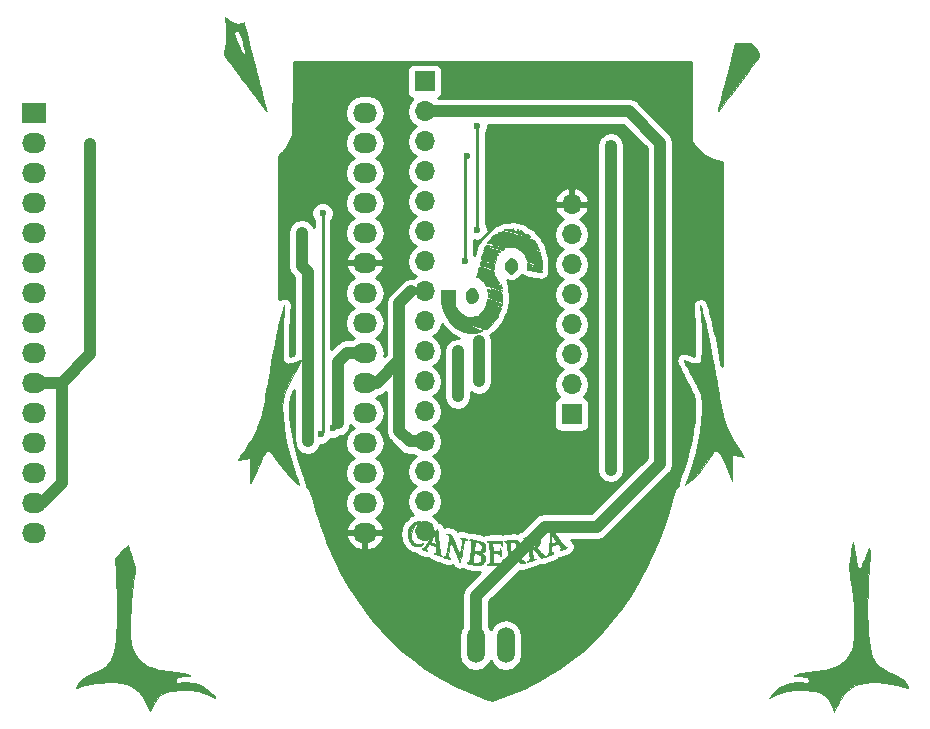
<source format=gbr>
G04 #@! TF.FileFunction,Copper,L2,Bot,Signal*
%FSLAX46Y46*%
G04 Gerber Fmt 4.6, Leading zero omitted, Abs format (unit mm)*
G04 Created by KiCad (PCBNEW 4.0.4+e1-6308~48~ubuntu16.04.1-stable) date Mon Jan  2 16:02:27 2017*
%MOMM*%
%LPD*%
G01*
G04 APERTURE LIST*
%ADD10C,0.100000*%
%ADD11C,0.010000*%
%ADD12O,1.506220X3.014980*%
%ADD13O,2.032000X1.727200*%
%ADD14R,2.032000X1.727200*%
%ADD15R,1.700000X1.700000*%
%ADD16O,1.700000X1.700000*%
%ADD17C,0.600000*%
%ADD18C,1.000000*%
%ADD19C,0.250000*%
%ADD20C,0.254000*%
G04 APERTURE END LIST*
D10*
D11*
G36*
X183336859Y-120056456D02*
X183361968Y-120181641D01*
X183398307Y-120371585D01*
X183443457Y-120613535D01*
X183495001Y-120894738D01*
X183528352Y-121079006D01*
X183584129Y-121381356D01*
X183637149Y-121655292D01*
X183684592Y-121887272D01*
X183723633Y-122063754D01*
X183751450Y-122171197D01*
X183761268Y-122196456D01*
X183828311Y-122237997D01*
X183921203Y-122245631D01*
X183962326Y-122236916D01*
X183999588Y-122214293D01*
X184038788Y-122167002D01*
X184085720Y-122084284D01*
X184146182Y-121955379D01*
X184225970Y-121769529D01*
X184330881Y-121515974D01*
X184383485Y-121387543D01*
X184728807Y-120543360D01*
X184753741Y-120839835D01*
X184758515Y-120989630D01*
X184755305Y-121216957D01*
X184744633Y-121507567D01*
X184727021Y-121847212D01*
X184703445Y-122215110D01*
X184634575Y-123323486D01*
X184587555Y-124358382D01*
X184562320Y-125318130D01*
X184558803Y-126201062D01*
X184576938Y-127005512D01*
X184616660Y-127729812D01*
X184677901Y-128372294D01*
X184760598Y-128931293D01*
X184864683Y-129405140D01*
X184990090Y-129792167D01*
X185004560Y-129827864D01*
X185121129Y-130066999D01*
X185265427Y-130280057D01*
X185445691Y-130473938D01*
X185670158Y-130655541D01*
X185947063Y-130831767D01*
X186284645Y-131009513D01*
X186578164Y-131145993D01*
X186934718Y-131312260D01*
X187225531Y-131465613D01*
X187459028Y-131612328D01*
X187643635Y-131758679D01*
X187787776Y-131910943D01*
X187899878Y-132075395D01*
X187947333Y-132165784D01*
X188000882Y-132284832D01*
X188030716Y-132366691D01*
X188032844Y-132387932D01*
X187992740Y-132383444D01*
X187894269Y-132359915D01*
X187752510Y-132321234D01*
X187592831Y-132274406D01*
X187091343Y-132143812D01*
X186543864Y-132038472D01*
X185978283Y-131962889D01*
X185422491Y-131921566D01*
X185402940Y-131920772D01*
X184843484Y-131918286D01*
X184345791Y-131959552D01*
X183903561Y-132047620D01*
X183510495Y-132185541D01*
X183160294Y-132376366D01*
X182846658Y-132623144D01*
X182563287Y-132928928D01*
X182303881Y-133296768D01*
X182199688Y-133472039D01*
X182140782Y-133583665D01*
X182059549Y-133747629D01*
X181970075Y-133935256D01*
X181934612Y-134011643D01*
X181758400Y-134394570D01*
X181642287Y-134108967D01*
X181454954Y-133712659D01*
X181238968Y-133367772D01*
X181003616Y-133086579D01*
X180758188Y-132881357D01*
X180676050Y-132832118D01*
X180457406Y-132743118D01*
X180168142Y-132672715D01*
X179811995Y-132621442D01*
X179392700Y-132589834D01*
X178913995Y-132578424D01*
X178901298Y-132578402D01*
X178571758Y-132581879D01*
X178281628Y-132595430D01*
X178016933Y-132622453D01*
X177763693Y-132666349D01*
X177507931Y-132730517D01*
X177235669Y-132818356D01*
X176932929Y-132933267D01*
X176585733Y-133078648D01*
X176266522Y-133219200D01*
X176256795Y-133206544D01*
X176295400Y-133143875D01*
X176374405Y-133043091D01*
X176418164Y-132991754D01*
X176773871Y-132641893D01*
X177178642Y-132347123D01*
X177614876Y-132118534D01*
X178030668Y-131975755D01*
X178195461Y-131944845D01*
X178400234Y-131923080D01*
X178624495Y-131910846D01*
X178847756Y-131908526D01*
X179049523Y-131916504D01*
X179209307Y-131935164D01*
X179278613Y-131952375D01*
X179415928Y-131966739D01*
X179519730Y-131911788D01*
X179576783Y-131797311D01*
X179583686Y-131726681D01*
X179573856Y-131631802D01*
X179538404Y-131558868D01*
X179468393Y-131504244D01*
X179354884Y-131464290D01*
X179188936Y-131435369D01*
X178961611Y-131413843D01*
X178787567Y-131402710D01*
X178592402Y-131390337D01*
X178463934Y-131378279D01*
X178393062Y-131364579D01*
X178370683Y-131347275D01*
X178387697Y-131324411D01*
X178395883Y-131318397D01*
X178507697Y-131258244D01*
X178666002Y-131203366D01*
X178877182Y-131152360D01*
X179147623Y-131103823D01*
X179483711Y-131056350D01*
X179716373Y-131028159D01*
X180081422Y-130985010D01*
X180382483Y-130946752D01*
X180631178Y-130911415D01*
X180839130Y-130877030D01*
X181017964Y-130841630D01*
X181179300Y-130803245D01*
X181334763Y-130759908D01*
X181378931Y-130746586D01*
X181795962Y-130597406D01*
X182151300Y-130421277D01*
X182457431Y-130210364D01*
X182726839Y-129956831D01*
X182833773Y-129833648D01*
X182996022Y-129617929D01*
X183127153Y-129398012D01*
X183230434Y-129160882D01*
X183309131Y-128893520D01*
X183366511Y-128582909D01*
X183405841Y-128216032D01*
X183430389Y-127779871D01*
X183440755Y-127415058D01*
X183443972Y-126761694D01*
X183426629Y-126099885D01*
X183387610Y-125414558D01*
X183325795Y-124690638D01*
X183240067Y-123913052D01*
X183129307Y-123066726D01*
X183105976Y-122901364D01*
X182990771Y-122093182D01*
X183151580Y-121043058D01*
X183197672Y-120746210D01*
X183239721Y-120483249D01*
X183275643Y-120266575D01*
X183303355Y-120108585D01*
X183320774Y-120021675D01*
X183325400Y-120008784D01*
X183336859Y-120056456D01*
X183336859Y-120056456D01*
G37*
X183336859Y-120056456D02*
X183361968Y-120181641D01*
X183398307Y-120371585D01*
X183443457Y-120613535D01*
X183495001Y-120894738D01*
X183528352Y-121079006D01*
X183584129Y-121381356D01*
X183637149Y-121655292D01*
X183684592Y-121887272D01*
X183723633Y-122063754D01*
X183751450Y-122171197D01*
X183761268Y-122196456D01*
X183828311Y-122237997D01*
X183921203Y-122245631D01*
X183962326Y-122236916D01*
X183999588Y-122214293D01*
X184038788Y-122167002D01*
X184085720Y-122084284D01*
X184146182Y-121955379D01*
X184225970Y-121769529D01*
X184330881Y-121515974D01*
X184383485Y-121387543D01*
X184728807Y-120543360D01*
X184753741Y-120839835D01*
X184758515Y-120989630D01*
X184755305Y-121216957D01*
X184744633Y-121507567D01*
X184727021Y-121847212D01*
X184703445Y-122215110D01*
X184634575Y-123323486D01*
X184587555Y-124358382D01*
X184562320Y-125318130D01*
X184558803Y-126201062D01*
X184576938Y-127005512D01*
X184616660Y-127729812D01*
X184677901Y-128372294D01*
X184760598Y-128931293D01*
X184864683Y-129405140D01*
X184990090Y-129792167D01*
X185004560Y-129827864D01*
X185121129Y-130066999D01*
X185265427Y-130280057D01*
X185445691Y-130473938D01*
X185670158Y-130655541D01*
X185947063Y-130831767D01*
X186284645Y-131009513D01*
X186578164Y-131145993D01*
X186934718Y-131312260D01*
X187225531Y-131465613D01*
X187459028Y-131612328D01*
X187643635Y-131758679D01*
X187787776Y-131910943D01*
X187899878Y-132075395D01*
X187947333Y-132165784D01*
X188000882Y-132284832D01*
X188030716Y-132366691D01*
X188032844Y-132387932D01*
X187992740Y-132383444D01*
X187894269Y-132359915D01*
X187752510Y-132321234D01*
X187592831Y-132274406D01*
X187091343Y-132143812D01*
X186543864Y-132038472D01*
X185978283Y-131962889D01*
X185422491Y-131921566D01*
X185402940Y-131920772D01*
X184843484Y-131918286D01*
X184345791Y-131959552D01*
X183903561Y-132047620D01*
X183510495Y-132185541D01*
X183160294Y-132376366D01*
X182846658Y-132623144D01*
X182563287Y-132928928D01*
X182303881Y-133296768D01*
X182199688Y-133472039D01*
X182140782Y-133583665D01*
X182059549Y-133747629D01*
X181970075Y-133935256D01*
X181934612Y-134011643D01*
X181758400Y-134394570D01*
X181642287Y-134108967D01*
X181454954Y-133712659D01*
X181238968Y-133367772D01*
X181003616Y-133086579D01*
X180758188Y-132881357D01*
X180676050Y-132832118D01*
X180457406Y-132743118D01*
X180168142Y-132672715D01*
X179811995Y-132621442D01*
X179392700Y-132589834D01*
X178913995Y-132578424D01*
X178901298Y-132578402D01*
X178571758Y-132581879D01*
X178281628Y-132595430D01*
X178016933Y-132622453D01*
X177763693Y-132666349D01*
X177507931Y-132730517D01*
X177235669Y-132818356D01*
X176932929Y-132933267D01*
X176585733Y-133078648D01*
X176266522Y-133219200D01*
X176256795Y-133206544D01*
X176295400Y-133143875D01*
X176374405Y-133043091D01*
X176418164Y-132991754D01*
X176773871Y-132641893D01*
X177178642Y-132347123D01*
X177614876Y-132118534D01*
X178030668Y-131975755D01*
X178195461Y-131944845D01*
X178400234Y-131923080D01*
X178624495Y-131910846D01*
X178847756Y-131908526D01*
X179049523Y-131916504D01*
X179209307Y-131935164D01*
X179278613Y-131952375D01*
X179415928Y-131966739D01*
X179519730Y-131911788D01*
X179576783Y-131797311D01*
X179583686Y-131726681D01*
X179573856Y-131631802D01*
X179538404Y-131558868D01*
X179468393Y-131504244D01*
X179354884Y-131464290D01*
X179188936Y-131435369D01*
X178961611Y-131413843D01*
X178787567Y-131402710D01*
X178592402Y-131390337D01*
X178463934Y-131378279D01*
X178393062Y-131364579D01*
X178370683Y-131347275D01*
X178387697Y-131324411D01*
X178395883Y-131318397D01*
X178507697Y-131258244D01*
X178666002Y-131203366D01*
X178877182Y-131152360D01*
X179147623Y-131103823D01*
X179483711Y-131056350D01*
X179716373Y-131028159D01*
X180081422Y-130985010D01*
X180382483Y-130946752D01*
X180631178Y-130911415D01*
X180839130Y-130877030D01*
X181017964Y-130841630D01*
X181179300Y-130803245D01*
X181334763Y-130759908D01*
X181378931Y-130746586D01*
X181795962Y-130597406D01*
X182151300Y-130421277D01*
X182457431Y-130210364D01*
X182726839Y-129956831D01*
X182833773Y-129833648D01*
X182996022Y-129617929D01*
X183127153Y-129398012D01*
X183230434Y-129160882D01*
X183309131Y-128893520D01*
X183366511Y-128582909D01*
X183405841Y-128216032D01*
X183430389Y-127779871D01*
X183440755Y-127415058D01*
X183443972Y-126761694D01*
X183426629Y-126099885D01*
X183387610Y-125414558D01*
X183325795Y-124690638D01*
X183240067Y-123913052D01*
X183129307Y-123066726D01*
X183105976Y-122901364D01*
X182990771Y-122093182D01*
X183151580Y-121043058D01*
X183197672Y-120746210D01*
X183239721Y-120483249D01*
X183275643Y-120266575D01*
X183303355Y-120108585D01*
X183320774Y-120021675D01*
X183325400Y-120008784D01*
X183336859Y-120056456D01*
G36*
X122077118Y-120602638D02*
X122252290Y-121090784D01*
X122410421Y-121659604D01*
X122487454Y-121995703D01*
X122521152Y-122157754D01*
X122540741Y-122280806D01*
X122546359Y-122392340D01*
X122538145Y-122519837D01*
X122516236Y-122690777D01*
X122491798Y-122857959D01*
X122390725Y-123597181D01*
X122306140Y-124331081D01*
X122238460Y-125049882D01*
X122188101Y-125743804D01*
X122155478Y-126403067D01*
X122141008Y-127017894D01*
X122145105Y-127578505D01*
X122168187Y-128075121D01*
X122210667Y-128497963D01*
X122243388Y-128700481D01*
X122365362Y-129144704D01*
X122552879Y-129543549D01*
X122804677Y-129895325D01*
X123119494Y-130198340D01*
X123496069Y-130450903D01*
X123583649Y-130497769D01*
X123757797Y-130582304D01*
X123933670Y-130656114D01*
X124120243Y-130721194D01*
X124326492Y-130779544D01*
X124561390Y-130833160D01*
X124833912Y-130884041D01*
X125153033Y-130934183D01*
X125527727Y-130985584D01*
X125966968Y-131040243D01*
X126082913Y-131054058D01*
X126440343Y-131101924D01*
X126726966Y-131152971D01*
X126947781Y-131208432D01*
X127107785Y-131269538D01*
X127203674Y-131330161D01*
X127232680Y-131360143D01*
X127229232Y-131380164D01*
X127183159Y-131392440D01*
X127084287Y-131399187D01*
X126922443Y-131402621D01*
X126868166Y-131403252D01*
X126570539Y-131415107D01*
X126342283Y-131444492D01*
X126178112Y-131492816D01*
X126072739Y-131561487D01*
X126029257Y-131626844D01*
X126005432Y-131764126D01*
X126043618Y-131876483D01*
X126130469Y-131949214D01*
X126252641Y-131967615D01*
X126323892Y-131951468D01*
X126450065Y-131925408D01*
X126630905Y-131911214D01*
X126845936Y-131908425D01*
X127074682Y-131916579D01*
X127296667Y-131935214D01*
X127491416Y-131963869D01*
X127562672Y-131979401D01*
X127912313Y-132094492D01*
X128268832Y-132262139D01*
X128598937Y-132465616D01*
X128734693Y-132568220D01*
X128855585Y-132672480D01*
X128982450Y-132791733D01*
X129105084Y-132914867D01*
X129213281Y-133030770D01*
X129296836Y-133128328D01*
X129345543Y-133196429D01*
X129349197Y-133223961D01*
X129333388Y-133220138D01*
X128951540Y-133056434D01*
X128628061Y-132922893D01*
X128350558Y-132816495D01*
X128106641Y-132734220D01*
X127883920Y-132673047D01*
X127670002Y-132629957D01*
X127452497Y-132601928D01*
X127219015Y-132585940D01*
X126957164Y-132578974D01*
X126698611Y-132577897D01*
X126235530Y-132587050D01*
X125840184Y-132613410D01*
X125505645Y-132658105D01*
X125224985Y-132722264D01*
X124991275Y-132807017D01*
X124852630Y-132878770D01*
X124624518Y-133056590D01*
X124398551Y-133312531D01*
X124185248Y-133632916D01*
X124006349Y-133979163D01*
X123930314Y-134142234D01*
X123867439Y-134269391D01*
X123826792Y-134342668D01*
X123817417Y-134353515D01*
X123792818Y-134315587D01*
X123743314Y-134213815D01*
X123677848Y-134067008D01*
X123648351Y-133997888D01*
X123418149Y-133512990D01*
X123163443Y-133098546D01*
X122879187Y-132751555D01*
X122560336Y-132469015D01*
X122201843Y-132247925D01*
X121798662Y-132085281D01*
X121345748Y-131978084D01*
X120838053Y-131923330D01*
X120270532Y-131918018D01*
X120159059Y-131922194D01*
X119735575Y-131952457D01*
X119289843Y-132005174D01*
X118840571Y-132076886D01*
X118406471Y-132164134D01*
X118006250Y-132263459D01*
X117658620Y-132371402D01*
X117585926Y-132397892D01*
X117546977Y-132406421D01*
X117542345Y-132378742D01*
X117573915Y-132297704D01*
X117604258Y-132230960D01*
X117707943Y-132042568D01*
X117840740Y-131871456D01*
X118010885Y-131711313D01*
X118226611Y-131555832D01*
X118496156Y-131398704D01*
X118827754Y-131233620D01*
X119021746Y-131145075D01*
X119408210Y-130962105D01*
X119728091Y-130785025D01*
X119989843Y-130606477D01*
X120201920Y-130419102D01*
X120372775Y-130215538D01*
X120510863Y-129988428D01*
X120613508Y-129759364D01*
X120737363Y-129375838D01*
X120839828Y-128913844D01*
X120920950Y-128372213D01*
X120980778Y-127749773D01*
X121019360Y-127045354D01*
X121036743Y-126257786D01*
X121032975Y-125385900D01*
X121008104Y-124428524D01*
X120962178Y-123384488D01*
X120910615Y-122490918D01*
X120845314Y-121457017D01*
X121127709Y-121127383D01*
X121285952Y-120947455D01*
X121462173Y-120754506D01*
X121625838Y-120581772D01*
X121674551Y-120532194D01*
X121938997Y-120266639D01*
X122077118Y-120602638D01*
X122077118Y-120602638D01*
G37*
X122077118Y-120602638D02*
X122252290Y-121090784D01*
X122410421Y-121659604D01*
X122487454Y-121995703D01*
X122521152Y-122157754D01*
X122540741Y-122280806D01*
X122546359Y-122392340D01*
X122538145Y-122519837D01*
X122516236Y-122690777D01*
X122491798Y-122857959D01*
X122390725Y-123597181D01*
X122306140Y-124331081D01*
X122238460Y-125049882D01*
X122188101Y-125743804D01*
X122155478Y-126403067D01*
X122141008Y-127017894D01*
X122145105Y-127578505D01*
X122168187Y-128075121D01*
X122210667Y-128497963D01*
X122243388Y-128700481D01*
X122365362Y-129144704D01*
X122552879Y-129543549D01*
X122804677Y-129895325D01*
X123119494Y-130198340D01*
X123496069Y-130450903D01*
X123583649Y-130497769D01*
X123757797Y-130582304D01*
X123933670Y-130656114D01*
X124120243Y-130721194D01*
X124326492Y-130779544D01*
X124561390Y-130833160D01*
X124833912Y-130884041D01*
X125153033Y-130934183D01*
X125527727Y-130985584D01*
X125966968Y-131040243D01*
X126082913Y-131054058D01*
X126440343Y-131101924D01*
X126726966Y-131152971D01*
X126947781Y-131208432D01*
X127107785Y-131269538D01*
X127203674Y-131330161D01*
X127232680Y-131360143D01*
X127229232Y-131380164D01*
X127183159Y-131392440D01*
X127084287Y-131399187D01*
X126922443Y-131402621D01*
X126868166Y-131403252D01*
X126570539Y-131415107D01*
X126342283Y-131444492D01*
X126178112Y-131492816D01*
X126072739Y-131561487D01*
X126029257Y-131626844D01*
X126005432Y-131764126D01*
X126043618Y-131876483D01*
X126130469Y-131949214D01*
X126252641Y-131967615D01*
X126323892Y-131951468D01*
X126450065Y-131925408D01*
X126630905Y-131911214D01*
X126845936Y-131908425D01*
X127074682Y-131916579D01*
X127296667Y-131935214D01*
X127491416Y-131963869D01*
X127562672Y-131979401D01*
X127912313Y-132094492D01*
X128268832Y-132262139D01*
X128598937Y-132465616D01*
X128734693Y-132568220D01*
X128855585Y-132672480D01*
X128982450Y-132791733D01*
X129105084Y-132914867D01*
X129213281Y-133030770D01*
X129296836Y-133128328D01*
X129345543Y-133196429D01*
X129349197Y-133223961D01*
X129333388Y-133220138D01*
X128951540Y-133056434D01*
X128628061Y-132922893D01*
X128350558Y-132816495D01*
X128106641Y-132734220D01*
X127883920Y-132673047D01*
X127670002Y-132629957D01*
X127452497Y-132601928D01*
X127219015Y-132585940D01*
X126957164Y-132578974D01*
X126698611Y-132577897D01*
X126235530Y-132587050D01*
X125840184Y-132613410D01*
X125505645Y-132658105D01*
X125224985Y-132722264D01*
X124991275Y-132807017D01*
X124852630Y-132878770D01*
X124624518Y-133056590D01*
X124398551Y-133312531D01*
X124185248Y-133632916D01*
X124006349Y-133979163D01*
X123930314Y-134142234D01*
X123867439Y-134269391D01*
X123826792Y-134342668D01*
X123817417Y-134353515D01*
X123792818Y-134315587D01*
X123743314Y-134213815D01*
X123677848Y-134067008D01*
X123648351Y-133997888D01*
X123418149Y-133512990D01*
X123163443Y-133098546D01*
X122879187Y-132751555D01*
X122560336Y-132469015D01*
X122201843Y-132247925D01*
X121798662Y-132085281D01*
X121345748Y-131978084D01*
X120838053Y-131923330D01*
X120270532Y-131918018D01*
X120159059Y-131922194D01*
X119735575Y-131952457D01*
X119289843Y-132005174D01*
X118840571Y-132076886D01*
X118406471Y-132164134D01*
X118006250Y-132263459D01*
X117658620Y-132371402D01*
X117585926Y-132397892D01*
X117546977Y-132406421D01*
X117542345Y-132378742D01*
X117573915Y-132297704D01*
X117604258Y-132230960D01*
X117707943Y-132042568D01*
X117840740Y-131871456D01*
X118010885Y-131711313D01*
X118226611Y-131555832D01*
X118496156Y-131398704D01*
X118827754Y-131233620D01*
X119021746Y-131145075D01*
X119408210Y-130962105D01*
X119728091Y-130785025D01*
X119989843Y-130606477D01*
X120201920Y-130419102D01*
X120372775Y-130215538D01*
X120510863Y-129988428D01*
X120613508Y-129759364D01*
X120737363Y-129375838D01*
X120839828Y-128913844D01*
X120920950Y-128372213D01*
X120980778Y-127749773D01*
X121019360Y-127045354D01*
X121036743Y-126257786D01*
X121032975Y-125385900D01*
X121008104Y-124428524D01*
X120962178Y-123384488D01*
X120910615Y-122490918D01*
X120845314Y-121457017D01*
X121127709Y-121127383D01*
X121285952Y-120947455D01*
X121462173Y-120754506D01*
X121625838Y-120581772D01*
X121674551Y-120532194D01*
X121938997Y-120266639D01*
X122077118Y-120602638D01*
G36*
X153652940Y-120176636D02*
X153650202Y-120308403D01*
X153643201Y-120392004D01*
X153637729Y-120407546D01*
X153610907Y-120371806D01*
X153562345Y-120282490D01*
X153544232Y-120245909D01*
X153465945Y-120084273D01*
X152818910Y-120084273D01*
X152818910Y-120332500D01*
X152823133Y-120503319D01*
X152833868Y-120658105D01*
X152841145Y-120716158D01*
X152856379Y-120790056D01*
X152883923Y-120828788D01*
X152943024Y-120841061D01*
X153052929Y-120835582D01*
X153097040Y-120831917D01*
X153262659Y-120808930D01*
X153364650Y-120769116D01*
X153414788Y-120705335D01*
X153425477Y-120632800D01*
X153440126Y-120560843D01*
X153458489Y-120546091D01*
X153481251Y-120587738D01*
X153500963Y-120694566D01*
X153515854Y-120839407D01*
X153524155Y-120995091D01*
X153524095Y-121134449D01*
X153513905Y-121230311D01*
X153504565Y-121253311D01*
X153467656Y-121260006D01*
X153430442Y-121182175D01*
X153422266Y-121155085D01*
X153397215Y-121077955D01*
X153364598Y-121033965D01*
X153305114Y-121013809D01*
X153199467Y-121008182D01*
X153117009Y-121007909D01*
X152853868Y-121007909D01*
X152875776Y-121816091D01*
X153154623Y-121829758D01*
X153348803Y-121827160D01*
X153486864Y-121791141D01*
X153585772Y-121712872D01*
X153662491Y-121583525D01*
X153672721Y-121560146D01*
X153725076Y-121461799D01*
X153759017Y-121444329D01*
X153770743Y-121497979D01*
X153756456Y-121612996D01*
X153732268Y-121712998D01*
X153665027Y-121954636D01*
X153384133Y-121983237D01*
X153180647Y-122000302D01*
X152973584Y-122011369D01*
X152776704Y-122016450D01*
X152603767Y-122015558D01*
X152468533Y-122008708D01*
X152384764Y-121995913D01*
X152363985Y-121982245D01*
X152395862Y-121939854D01*
X152473048Y-121894301D01*
X152477716Y-121892284D01*
X152591447Y-121843987D01*
X152586738Y-121275857D01*
X152582768Y-121017058D01*
X152575658Y-120755468D01*
X152566489Y-120524963D01*
X152558306Y-120384455D01*
X152544166Y-120215257D01*
X152527529Y-120117196D01*
X152500444Y-120069285D01*
X152454964Y-120050536D01*
X152430328Y-120046569D01*
X152354598Y-120022396D01*
X152326074Y-119988842D01*
X152362326Y-119973876D01*
X152464482Y-119961462D01*
X152622639Y-119952244D01*
X152826898Y-119946864D01*
X152989507Y-119945727D01*
X153652940Y-119945727D01*
X153652940Y-120176636D01*
X153652940Y-120176636D01*
G37*
X153652940Y-120176636D02*
X153650202Y-120308403D01*
X153643201Y-120392004D01*
X153637729Y-120407546D01*
X153610907Y-120371806D01*
X153562345Y-120282490D01*
X153544232Y-120245909D01*
X153465945Y-120084273D01*
X152818910Y-120084273D01*
X152818910Y-120332500D01*
X152823133Y-120503319D01*
X152833868Y-120658105D01*
X152841145Y-120716158D01*
X152856379Y-120790056D01*
X152883923Y-120828788D01*
X152943024Y-120841061D01*
X153052929Y-120835582D01*
X153097040Y-120831917D01*
X153262659Y-120808930D01*
X153364650Y-120769116D01*
X153414788Y-120705335D01*
X153425477Y-120632800D01*
X153440126Y-120560843D01*
X153458489Y-120546091D01*
X153481251Y-120587738D01*
X153500963Y-120694566D01*
X153515854Y-120839407D01*
X153524155Y-120995091D01*
X153524095Y-121134449D01*
X153513905Y-121230311D01*
X153504565Y-121253311D01*
X153467656Y-121260006D01*
X153430442Y-121182175D01*
X153422266Y-121155085D01*
X153397215Y-121077955D01*
X153364598Y-121033965D01*
X153305114Y-121013809D01*
X153199467Y-121008182D01*
X153117009Y-121007909D01*
X152853868Y-121007909D01*
X152875776Y-121816091D01*
X153154623Y-121829758D01*
X153348803Y-121827160D01*
X153486864Y-121791141D01*
X153585772Y-121712872D01*
X153662491Y-121583525D01*
X153672721Y-121560146D01*
X153725076Y-121461799D01*
X153759017Y-121444329D01*
X153770743Y-121497979D01*
X153756456Y-121612996D01*
X153732268Y-121712998D01*
X153665027Y-121954636D01*
X153384133Y-121983237D01*
X153180647Y-122000302D01*
X152973584Y-122011369D01*
X152776704Y-122016450D01*
X152603767Y-122015558D01*
X152468533Y-122008708D01*
X152384764Y-121995913D01*
X152363985Y-121982245D01*
X152395862Y-121939854D01*
X152473048Y-121894301D01*
X152477716Y-121892284D01*
X152591447Y-121843987D01*
X152586738Y-121275857D01*
X152582768Y-121017058D01*
X152575658Y-120755468D01*
X152566489Y-120524963D01*
X152558306Y-120384455D01*
X152544166Y-120215257D01*
X152527529Y-120117196D01*
X152500444Y-120069285D01*
X152454964Y-120050536D01*
X152430328Y-120046569D01*
X152354598Y-120022396D01*
X152326074Y-119988842D01*
X152362326Y-119973876D01*
X152464482Y-119961462D01*
X152622639Y-119952244D01*
X152826898Y-119946864D01*
X152989507Y-119945727D01*
X153652940Y-119945727D01*
X153652940Y-120176636D01*
G36*
X151033359Y-119816977D02*
X151193284Y-119842966D01*
X151380157Y-119880054D01*
X151570559Y-119923146D01*
X151741075Y-119967149D01*
X151868287Y-120006967D01*
X151899174Y-120019386D01*
X152065347Y-120130656D01*
X152172015Y-120283787D01*
X152212198Y-120468493D01*
X152212343Y-120480873D01*
X152182724Y-120702449D01*
X152094783Y-120867166D01*
X152032905Y-120924559D01*
X151935050Y-120996888D01*
X152020040Y-121052298D01*
X152091485Y-121131550D01*
X152154334Y-121252489D01*
X152160554Y-121269587D01*
X152191229Y-121469126D01*
X152149330Y-121663030D01*
X152037891Y-121838769D01*
X152017351Y-121860761D01*
X151949850Y-121921312D01*
X151879513Y-121955887D01*
X151783126Y-121970877D01*
X151637474Y-121972670D01*
X151612345Y-121972241D01*
X151434207Y-121963512D01*
X151252273Y-121946042D01*
X151112940Y-121924846D01*
X150969462Y-121896155D01*
X150835907Y-121869687D01*
X150781223Y-121858967D01*
X150691951Y-121826762D01*
X150660239Y-121786562D01*
X150690517Y-121754953D01*
X150751269Y-121746818D01*
X150797937Y-121737066D01*
X150835849Y-121700144D01*
X150854195Y-121656935D01*
X151166815Y-121656935D01*
X151172396Y-121739292D01*
X151176506Y-121748761D01*
X151262503Y-121799764D01*
X151392575Y-121825317D01*
X151537628Y-121824190D01*
X151668570Y-121795152D01*
X151716796Y-121771617D01*
X151810208Y-121690851D01*
X151857553Y-121580933D01*
X151871134Y-121412613D01*
X151871149Y-121404728D01*
X151835888Y-121246338D01*
X151738839Y-121113228D01*
X151593102Y-121016231D01*
X151411775Y-120966182D01*
X151335536Y-120961727D01*
X151285712Y-120966678D01*
X151252742Y-120993809D01*
X151229502Y-121061536D01*
X151208866Y-121188276D01*
X151190345Y-121337036D01*
X151173067Y-121514833D01*
X151166815Y-121656935D01*
X150854195Y-121656935D01*
X150867945Y-121624551D01*
X150897166Y-121498788D01*
X150926450Y-121311354D01*
X150958739Y-121050749D01*
X150981810Y-120845076D01*
X150986287Y-120800091D01*
X151283537Y-120800091D01*
X151454134Y-120823421D01*
X151625783Y-120835862D01*
X151745094Y-120813293D01*
X151831707Y-120749720D01*
X151872002Y-120695917D01*
X151936013Y-120535017D01*
X151928447Y-120373754D01*
X151852726Y-120225311D01*
X151719088Y-120107100D01*
X151611600Y-120060881D01*
X151493609Y-120040864D01*
X151390468Y-120047766D01*
X151327530Y-120082306D01*
X151320905Y-120095818D01*
X151310939Y-120168724D01*
X151301185Y-120304712D01*
X151293734Y-120474528D01*
X151293662Y-120476818D01*
X151283537Y-120800091D01*
X150986287Y-120800091D01*
X151014167Y-120520008D01*
X151030066Y-120275445D01*
X151028995Y-120101593D01*
X151010442Y-119988659D01*
X150973897Y-119926849D01*
X150932865Y-119907879D01*
X150863052Y-119876584D01*
X150852803Y-119834541D01*
X150904503Y-119808230D01*
X150923796Y-119807182D01*
X151033359Y-119816977D01*
X151033359Y-119816977D01*
G37*
X151033359Y-119816977D02*
X151193284Y-119842966D01*
X151380157Y-119880054D01*
X151570559Y-119923146D01*
X151741075Y-119967149D01*
X151868287Y-120006967D01*
X151899174Y-120019386D01*
X152065347Y-120130656D01*
X152172015Y-120283787D01*
X152212198Y-120468493D01*
X152212343Y-120480873D01*
X152182724Y-120702449D01*
X152094783Y-120867166D01*
X152032905Y-120924559D01*
X151935050Y-120996888D01*
X152020040Y-121052298D01*
X152091485Y-121131550D01*
X152154334Y-121252489D01*
X152160554Y-121269587D01*
X152191229Y-121469126D01*
X152149330Y-121663030D01*
X152037891Y-121838769D01*
X152017351Y-121860761D01*
X151949850Y-121921312D01*
X151879513Y-121955887D01*
X151783126Y-121970877D01*
X151637474Y-121972670D01*
X151612345Y-121972241D01*
X151434207Y-121963512D01*
X151252273Y-121946042D01*
X151112940Y-121924846D01*
X150969462Y-121896155D01*
X150835907Y-121869687D01*
X150781223Y-121858967D01*
X150691951Y-121826762D01*
X150660239Y-121786562D01*
X150690517Y-121754953D01*
X150751269Y-121746818D01*
X150797937Y-121737066D01*
X150835849Y-121700144D01*
X150854195Y-121656935D01*
X151166815Y-121656935D01*
X151172396Y-121739292D01*
X151176506Y-121748761D01*
X151262503Y-121799764D01*
X151392575Y-121825317D01*
X151537628Y-121824190D01*
X151668570Y-121795152D01*
X151716796Y-121771617D01*
X151810208Y-121690851D01*
X151857553Y-121580933D01*
X151871134Y-121412613D01*
X151871149Y-121404728D01*
X151835888Y-121246338D01*
X151738839Y-121113228D01*
X151593102Y-121016231D01*
X151411775Y-120966182D01*
X151335536Y-120961727D01*
X151285712Y-120966678D01*
X151252742Y-120993809D01*
X151229502Y-121061536D01*
X151208866Y-121188276D01*
X151190345Y-121337036D01*
X151173067Y-121514833D01*
X151166815Y-121656935D01*
X150854195Y-121656935D01*
X150867945Y-121624551D01*
X150897166Y-121498788D01*
X150926450Y-121311354D01*
X150958739Y-121050749D01*
X150981810Y-120845076D01*
X150986287Y-120800091D01*
X151283537Y-120800091D01*
X151454134Y-120823421D01*
X151625783Y-120835862D01*
X151745094Y-120813293D01*
X151831707Y-120749720D01*
X151872002Y-120695917D01*
X151936013Y-120535017D01*
X151928447Y-120373754D01*
X151852726Y-120225311D01*
X151719088Y-120107100D01*
X151611600Y-120060881D01*
X151493609Y-120040864D01*
X151390468Y-120047766D01*
X151327530Y-120082306D01*
X151320905Y-120095818D01*
X151310939Y-120168724D01*
X151301185Y-120304712D01*
X151293734Y-120474528D01*
X151293662Y-120476818D01*
X151283537Y-120800091D01*
X150986287Y-120800091D01*
X151014167Y-120520008D01*
X151030066Y-120275445D01*
X151028995Y-120101593D01*
X151010442Y-119988659D01*
X150973897Y-119926849D01*
X150932865Y-119907879D01*
X150863052Y-119876584D01*
X150852803Y-119834541D01*
X150904503Y-119808230D01*
X150923796Y-119807182D01*
X151033359Y-119816977D01*
G36*
X154795083Y-119872932D02*
X154867814Y-119901069D01*
X154893759Y-119916195D01*
X155036271Y-120048931D01*
X155116325Y-120216369D01*
X155133792Y-120400614D01*
X155088540Y-120583770D01*
X154980437Y-120747942D01*
X154900370Y-120819108D01*
X154791873Y-120899485D01*
X155016532Y-121222207D01*
X155172554Y-121429092D01*
X155314912Y-121574331D01*
X155465394Y-121677923D01*
X155567417Y-121727872D01*
X155602343Y-121751738D01*
X155576751Y-121773272D01*
X155491597Y-121797426D01*
X155360491Y-121826412D01*
X155261358Y-121834126D01*
X155178912Y-121811395D01*
X155097868Y-121749047D01*
X155002943Y-121637908D01*
X154878850Y-121468805D01*
X154830130Y-121400455D01*
X154669924Y-121184782D01*
X154547213Y-121040280D01*
X154463979Y-120969181D01*
X154440282Y-120961727D01*
X154395952Y-120969845D01*
X154376691Y-121009233D01*
X154377502Y-121102449D01*
X154386583Y-121204182D01*
X154400656Y-121369889D01*
X154409419Y-121517171D01*
X154410819Y-121570338D01*
X154433350Y-121692987D01*
X154488218Y-121783683D01*
X154557373Y-121816600D01*
X154579008Y-121810980D01*
X154638451Y-121814213D01*
X154653470Y-121831107D01*
X154651523Y-121865167D01*
X154602135Y-121893978D01*
X154497073Y-121920007D01*
X154328103Y-121945718D01*
X154231074Y-121957603D01*
X154071184Y-121970002D01*
X153978920Y-121962425D01*
X153956223Y-121942519D01*
X153988528Y-121898050D01*
X154056432Y-121864738D01*
X154156641Y-121834100D01*
X154132084Y-121432550D01*
X154116256Y-121198905D01*
X154095164Y-120921185D01*
X154072489Y-120647031D01*
X154064113Y-120552502D01*
X154043786Y-120338106D01*
X154025899Y-120197097D01*
X154016546Y-120158433D01*
X154306379Y-120158433D01*
X154311834Y-120300155D01*
X154318105Y-120399619D01*
X154330950Y-120576279D01*
X154343582Y-120719222D01*
X154353576Y-120801505D01*
X154354822Y-120807461D01*
X154396948Y-120838224D01*
X154481586Y-120830140D01*
X154585734Y-120790851D01*
X154686390Y-120728001D01*
X154737052Y-120680443D01*
X154807941Y-120541833D01*
X154828487Y-120368824D01*
X154796404Y-120198452D01*
X154770208Y-120142574D01*
X154682958Y-120058204D01*
X154555876Y-120007599D01*
X154422598Y-120001688D01*
X154375223Y-120014233D01*
X154334985Y-120036307D01*
X154313067Y-120077429D01*
X154306379Y-120158433D01*
X154016546Y-120158433D01*
X154005069Y-120110994D01*
X153975918Y-120061313D01*
X153933064Y-120029570D01*
X153908016Y-120016286D01*
X153833968Y-119975683D01*
X153825474Y-119953643D01*
X153878043Y-119933372D01*
X153885255Y-119931170D01*
X153959994Y-119916775D01*
X154089804Y-119899814D01*
X154254050Y-119882764D01*
X154374792Y-119872390D01*
X154566422Y-119860100D01*
X154700569Y-119859778D01*
X154795083Y-119872932D01*
X154795083Y-119872932D01*
G37*
X154795083Y-119872932D02*
X154867814Y-119901069D01*
X154893759Y-119916195D01*
X155036271Y-120048931D01*
X155116325Y-120216369D01*
X155133792Y-120400614D01*
X155088540Y-120583770D01*
X154980437Y-120747942D01*
X154900370Y-120819108D01*
X154791873Y-120899485D01*
X155016532Y-121222207D01*
X155172554Y-121429092D01*
X155314912Y-121574331D01*
X155465394Y-121677923D01*
X155567417Y-121727872D01*
X155602343Y-121751738D01*
X155576751Y-121773272D01*
X155491597Y-121797426D01*
X155360491Y-121826412D01*
X155261358Y-121834126D01*
X155178912Y-121811395D01*
X155097868Y-121749047D01*
X155002943Y-121637908D01*
X154878850Y-121468805D01*
X154830130Y-121400455D01*
X154669924Y-121184782D01*
X154547213Y-121040280D01*
X154463979Y-120969181D01*
X154440282Y-120961727D01*
X154395952Y-120969845D01*
X154376691Y-121009233D01*
X154377502Y-121102449D01*
X154386583Y-121204182D01*
X154400656Y-121369889D01*
X154409419Y-121517171D01*
X154410819Y-121570338D01*
X154433350Y-121692987D01*
X154488218Y-121783683D01*
X154557373Y-121816600D01*
X154579008Y-121810980D01*
X154638451Y-121814213D01*
X154653470Y-121831107D01*
X154651523Y-121865167D01*
X154602135Y-121893978D01*
X154497073Y-121920007D01*
X154328103Y-121945718D01*
X154231074Y-121957603D01*
X154071184Y-121970002D01*
X153978920Y-121962425D01*
X153956223Y-121942519D01*
X153988528Y-121898050D01*
X154056432Y-121864738D01*
X154156641Y-121834100D01*
X154132084Y-121432550D01*
X154116256Y-121198905D01*
X154095164Y-120921185D01*
X154072489Y-120647031D01*
X154064113Y-120552502D01*
X154043786Y-120338106D01*
X154025899Y-120197097D01*
X154016546Y-120158433D01*
X154306379Y-120158433D01*
X154311834Y-120300155D01*
X154318105Y-120399619D01*
X154330950Y-120576279D01*
X154343582Y-120719222D01*
X154353576Y-120801505D01*
X154354822Y-120807461D01*
X154396948Y-120838224D01*
X154481586Y-120830140D01*
X154585734Y-120790851D01*
X154686390Y-120728001D01*
X154737052Y-120680443D01*
X154807941Y-120541833D01*
X154828487Y-120368824D01*
X154796404Y-120198452D01*
X154770208Y-120142574D01*
X154682958Y-120058204D01*
X154555876Y-120007599D01*
X154422598Y-120001688D01*
X154375223Y-120014233D01*
X154334985Y-120036307D01*
X154313067Y-120077429D01*
X154306379Y-120158433D01*
X154016546Y-120158433D01*
X154005069Y-120110994D01*
X153975918Y-120061313D01*
X153933064Y-120029570D01*
X153908016Y-120016286D01*
X153833968Y-119975683D01*
X153825474Y-119953643D01*
X153878043Y-119933372D01*
X153885255Y-119931170D01*
X153959994Y-119916775D01*
X154089804Y-119899814D01*
X154254050Y-119882764D01*
X154374792Y-119872390D01*
X154566422Y-119860100D01*
X154700569Y-119859778D01*
X154795083Y-119872932D01*
G36*
X149062195Y-119333597D02*
X149146568Y-119355402D01*
X149350104Y-119416037D01*
X149659085Y-120154246D01*
X149762168Y-120400679D01*
X149856154Y-120625649D01*
X149934431Y-120813304D01*
X149990385Y-120947790D01*
X150015229Y-121007909D01*
X150035751Y-121048476D01*
X150054344Y-121051445D01*
X150074724Y-121005625D01*
X150100608Y-120899820D01*
X150135714Y-120722839D01*
X150168597Y-120546091D01*
X150217766Y-120276339D01*
X150250443Y-120082269D01*
X150266812Y-119949460D01*
X150267055Y-119863494D01*
X150251354Y-119809948D01*
X150219892Y-119774403D01*
X150178721Y-119746184D01*
X150112191Y-119692767D01*
X150114746Y-119663833D01*
X150182195Y-119660150D01*
X150310345Y-119682485D01*
X150402119Y-119705315D01*
X150541523Y-119749806D01*
X150629163Y-119792165D01*
X150659075Y-119826957D01*
X150625295Y-119848746D01*
X150564572Y-119853364D01*
X150495894Y-119869220D01*
X150444941Y-119927320D01*
X150403896Y-120043458D01*
X150364941Y-120233430D01*
X150358840Y-120269000D01*
X150309795Y-120548618D01*
X150257279Y-120829229D01*
X150204355Y-121096403D01*
X150154088Y-121335707D01*
X150109541Y-121532711D01*
X150073776Y-121672982D01*
X150049859Y-121742089D01*
X150045130Y-121746818D01*
X150019525Y-121707269D01*
X149966070Y-121596577D01*
X149890054Y-121426677D01*
X149796761Y-121209503D01*
X149691479Y-120956989D01*
X149645597Y-120844841D01*
X149527204Y-120559199D01*
X149425267Y-120323925D01*
X149343484Y-120146949D01*
X149285553Y-120036205D01*
X149255172Y-119999624D01*
X149252675Y-120002023D01*
X149235240Y-120067457D01*
X149206011Y-120204327D01*
X149168817Y-120393690D01*
X149127491Y-120616599D01*
X149120278Y-120656762D01*
X149013819Y-121252342D01*
X149125096Y-121360805D01*
X149186163Y-121431238D01*
X149184141Y-121464527D01*
X149116444Y-121461952D01*
X148989955Y-121427770D01*
X148866146Y-121390299D01*
X148753719Y-121358067D01*
X148753014Y-121357875D01*
X148671062Y-121318056D01*
X148653230Y-121273328D01*
X148700911Y-121242815D01*
X148744350Y-121238818D01*
X148791847Y-121233125D01*
X148830444Y-121208006D01*
X148864211Y-121151407D01*
X148897219Y-121051271D01*
X148933539Y-120895541D01*
X148977241Y-120672162D01*
X149026032Y-120404519D01*
X149068649Y-120170976D01*
X149107180Y-119966479D01*
X149138010Y-119809738D01*
X149157526Y-119719459D01*
X149160424Y-119708786D01*
X149150146Y-119632329D01*
X149098112Y-119531883D01*
X149023880Y-119437792D01*
X148949423Y-119381410D01*
X148914374Y-119344827D01*
X148919105Y-119326388D01*
X148966179Y-119319067D01*
X149062195Y-119333597D01*
X149062195Y-119333597D01*
G37*
X149062195Y-119333597D02*
X149146568Y-119355402D01*
X149350104Y-119416037D01*
X149659085Y-120154246D01*
X149762168Y-120400679D01*
X149856154Y-120625649D01*
X149934431Y-120813304D01*
X149990385Y-120947790D01*
X150015229Y-121007909D01*
X150035751Y-121048476D01*
X150054344Y-121051445D01*
X150074724Y-121005625D01*
X150100608Y-120899820D01*
X150135714Y-120722839D01*
X150168597Y-120546091D01*
X150217766Y-120276339D01*
X150250443Y-120082269D01*
X150266812Y-119949460D01*
X150267055Y-119863494D01*
X150251354Y-119809948D01*
X150219892Y-119774403D01*
X150178721Y-119746184D01*
X150112191Y-119692767D01*
X150114746Y-119663833D01*
X150182195Y-119660150D01*
X150310345Y-119682485D01*
X150402119Y-119705315D01*
X150541523Y-119749806D01*
X150629163Y-119792165D01*
X150659075Y-119826957D01*
X150625295Y-119848746D01*
X150564572Y-119853364D01*
X150495894Y-119869220D01*
X150444941Y-119927320D01*
X150403896Y-120043458D01*
X150364941Y-120233430D01*
X150358840Y-120269000D01*
X150309795Y-120548618D01*
X150257279Y-120829229D01*
X150204355Y-121096403D01*
X150154088Y-121335707D01*
X150109541Y-121532711D01*
X150073776Y-121672982D01*
X150049859Y-121742089D01*
X150045130Y-121746818D01*
X150019525Y-121707269D01*
X149966070Y-121596577D01*
X149890054Y-121426677D01*
X149796761Y-121209503D01*
X149691479Y-120956989D01*
X149645597Y-120844841D01*
X149527204Y-120559199D01*
X149425267Y-120323925D01*
X149343484Y-120146949D01*
X149285553Y-120036205D01*
X149255172Y-119999624D01*
X149252675Y-120002023D01*
X149235240Y-120067457D01*
X149206011Y-120204327D01*
X149168817Y-120393690D01*
X149127491Y-120616599D01*
X149120278Y-120656762D01*
X149013819Y-121252342D01*
X149125096Y-121360805D01*
X149186163Y-121431238D01*
X149184141Y-121464527D01*
X149116444Y-121461952D01*
X148989955Y-121427770D01*
X148866146Y-121390299D01*
X148753719Y-121358067D01*
X148753014Y-121357875D01*
X148671062Y-121318056D01*
X148653230Y-121273328D01*
X148700911Y-121242815D01*
X148744350Y-121238818D01*
X148791847Y-121233125D01*
X148830444Y-121208006D01*
X148864211Y-121151407D01*
X148897219Y-121051271D01*
X148933539Y-120895541D01*
X148977241Y-120672162D01*
X149026032Y-120404519D01*
X149068649Y-120170976D01*
X149107180Y-119966479D01*
X149138010Y-119809738D01*
X149157526Y-119719459D01*
X149160424Y-119708786D01*
X149150146Y-119632329D01*
X149098112Y-119531883D01*
X149023880Y-119437792D01*
X148949423Y-119381410D01*
X148914374Y-119344827D01*
X148919105Y-119326388D01*
X148966179Y-119319067D01*
X149062195Y-119333597D01*
G36*
X156437202Y-119494011D02*
X156556035Y-119526622D01*
X156634479Y-119572871D01*
X156747795Y-119703950D01*
X156808821Y-119873761D01*
X156817240Y-120057708D01*
X156772732Y-120231193D01*
X156674981Y-120369618D01*
X156645092Y-120393796D01*
X156570272Y-120454692D01*
X156534622Y-120497586D01*
X156534134Y-120500453D01*
X156561038Y-120543901D01*
X156631820Y-120629714D01*
X156731587Y-120741902D01*
X156845447Y-120864475D01*
X156958506Y-120981446D01*
X157055870Y-121076823D01*
X157122646Y-121134618D01*
X157128731Y-121138816D01*
X157233322Y-121181370D01*
X157311965Y-121192636D01*
X157389434Y-121205260D01*
X157403600Y-121236802D01*
X157363302Y-121277768D01*
X157277380Y-121318663D01*
X157167584Y-121347702D01*
X156954106Y-121387313D01*
X156608055Y-121001338D01*
X156438891Y-120819829D01*
X156312301Y-120702202D01*
X156220704Y-120643073D01*
X156156517Y-120637059D01*
X156125929Y-120659052D01*
X156128226Y-120706466D01*
X156143535Y-120821149D01*
X156168718Y-120980124D01*
X156174211Y-121012571D01*
X156225672Y-121246539D01*
X156285250Y-121390800D01*
X156354151Y-121447627D01*
X156401297Y-121440316D01*
X156459835Y-121445961D01*
X156473555Y-121462408D01*
X156449784Y-121492418D01*
X156364213Y-121533899D01*
X156229552Y-121581242D01*
X156152287Y-121604101D01*
X155982257Y-121651789D01*
X155872910Y-121681124D01*
X155810922Y-121693847D01*
X155782972Y-121691700D01*
X155775736Y-121676426D01*
X155775925Y-121653312D01*
X155807306Y-121603674D01*
X155870701Y-121562091D01*
X155914641Y-121537546D01*
X155943618Y-121502652D01*
X155957339Y-121444203D01*
X155955511Y-121348997D01*
X155937841Y-121203829D01*
X155904034Y-120995496D01*
X155853799Y-120710794D01*
X155851509Y-120697998D01*
X155796380Y-120389476D01*
X155754373Y-120159343D01*
X155721782Y-119995927D01*
X155694902Y-119887555D01*
X155670027Y-119822557D01*
X155643451Y-119789260D01*
X155618967Y-119779104D01*
X155975653Y-119779104D01*
X155983255Y-119888488D01*
X156021200Y-120136778D01*
X156050405Y-120307692D01*
X156075908Y-120414679D01*
X156102743Y-120471191D01*
X156135947Y-120490677D01*
X156180556Y-120486587D01*
X156205033Y-120480799D01*
X156313161Y-120428425D01*
X156419408Y-120339064D01*
X156428509Y-120328812D01*
X156508793Y-120182615D01*
X156529811Y-120020595D01*
X156498203Y-119865009D01*
X156420611Y-119738113D01*
X156303674Y-119662161D01*
X156225997Y-119650164D01*
X156083628Y-119660667D01*
X156004073Y-119699824D01*
X155975653Y-119779104D01*
X155618967Y-119779104D01*
X155611467Y-119775993D01*
X155570371Y-119771084D01*
X155556744Y-119769619D01*
X155473318Y-119747962D01*
X155435002Y-119714812D01*
X155434731Y-119711892D01*
X155446830Y-119669355D01*
X155449513Y-119668636D01*
X155490553Y-119659917D01*
X155589204Y-119636429D01*
X155728840Y-119602179D01*
X155832791Y-119576273D01*
X156088587Y-119518782D01*
X156285722Y-119491379D01*
X156437202Y-119494011D01*
X156437202Y-119494011D01*
G37*
X156437202Y-119494011D02*
X156556035Y-119526622D01*
X156634479Y-119572871D01*
X156747795Y-119703950D01*
X156808821Y-119873761D01*
X156817240Y-120057708D01*
X156772732Y-120231193D01*
X156674981Y-120369618D01*
X156645092Y-120393796D01*
X156570272Y-120454692D01*
X156534622Y-120497586D01*
X156534134Y-120500453D01*
X156561038Y-120543901D01*
X156631820Y-120629714D01*
X156731587Y-120741902D01*
X156845447Y-120864475D01*
X156958506Y-120981446D01*
X157055870Y-121076823D01*
X157122646Y-121134618D01*
X157128731Y-121138816D01*
X157233322Y-121181370D01*
X157311965Y-121192636D01*
X157389434Y-121205260D01*
X157403600Y-121236802D01*
X157363302Y-121277768D01*
X157277380Y-121318663D01*
X157167584Y-121347702D01*
X156954106Y-121387313D01*
X156608055Y-121001338D01*
X156438891Y-120819829D01*
X156312301Y-120702202D01*
X156220704Y-120643073D01*
X156156517Y-120637059D01*
X156125929Y-120659052D01*
X156128226Y-120706466D01*
X156143535Y-120821149D01*
X156168718Y-120980124D01*
X156174211Y-121012571D01*
X156225672Y-121246539D01*
X156285250Y-121390800D01*
X156354151Y-121447627D01*
X156401297Y-121440316D01*
X156459835Y-121445961D01*
X156473555Y-121462408D01*
X156449784Y-121492418D01*
X156364213Y-121533899D01*
X156229552Y-121581242D01*
X156152287Y-121604101D01*
X155982257Y-121651789D01*
X155872910Y-121681124D01*
X155810922Y-121693847D01*
X155782972Y-121691700D01*
X155775736Y-121676426D01*
X155775925Y-121653312D01*
X155807306Y-121603674D01*
X155870701Y-121562091D01*
X155914641Y-121537546D01*
X155943618Y-121502652D01*
X155957339Y-121444203D01*
X155955511Y-121348997D01*
X155937841Y-121203829D01*
X155904034Y-120995496D01*
X155853799Y-120710794D01*
X155851509Y-120697998D01*
X155796380Y-120389476D01*
X155754373Y-120159343D01*
X155721782Y-119995927D01*
X155694902Y-119887555D01*
X155670027Y-119822557D01*
X155643451Y-119789260D01*
X155618967Y-119779104D01*
X155975653Y-119779104D01*
X155983255Y-119888488D01*
X156021200Y-120136778D01*
X156050405Y-120307692D01*
X156075908Y-120414679D01*
X156102743Y-120471191D01*
X156135947Y-120490677D01*
X156180556Y-120486587D01*
X156205033Y-120480799D01*
X156313161Y-120428425D01*
X156419408Y-120339064D01*
X156428509Y-120328812D01*
X156508793Y-120182615D01*
X156529811Y-120020595D01*
X156498203Y-119865009D01*
X156420611Y-119738113D01*
X156303674Y-119662161D01*
X156225997Y-119650164D01*
X156083628Y-119660667D01*
X156004073Y-119699824D01*
X155975653Y-119779104D01*
X155618967Y-119779104D01*
X155611467Y-119775993D01*
X155570371Y-119771084D01*
X155556744Y-119769619D01*
X155473318Y-119747962D01*
X155435002Y-119714812D01*
X155434731Y-119711892D01*
X155446830Y-119669355D01*
X155449513Y-119668636D01*
X155490553Y-119659917D01*
X155589204Y-119636429D01*
X155728840Y-119602179D01*
X155832791Y-119576273D01*
X156088587Y-119518782D01*
X156285722Y-119491379D01*
X156437202Y-119494011D01*
G36*
X148134265Y-118936387D02*
X148147505Y-118963302D01*
X148160815Y-119020874D01*
X148175566Y-119119505D01*
X148193129Y-119269598D01*
X148214875Y-119481554D01*
X148242175Y-119765775D01*
X148271915Y-120084273D01*
X148308000Y-120443777D01*
X148342425Y-120719275D01*
X148376949Y-120919028D01*
X148413332Y-121051300D01*
X148453331Y-121124353D01*
X148497993Y-121146455D01*
X148533960Y-121181630D01*
X148535029Y-121192636D01*
X148526653Y-121222030D01*
X148493187Y-121230720D01*
X148422126Y-121216569D01*
X148300966Y-121177440D01*
X148168484Y-121129972D01*
X147999968Y-121063848D01*
X147896350Y-121012686D01*
X147860355Y-120978313D01*
X147894708Y-120962555D01*
X147917502Y-120961727D01*
X148009508Y-120931840D01*
X148057694Y-120837620D01*
X148064747Y-120672230D01*
X148058665Y-120602321D01*
X148033694Y-120373017D01*
X147733593Y-120272829D01*
X147433492Y-120172640D01*
X147330305Y-120319995D01*
X147237342Y-120458336D01*
X147191939Y-120548960D01*
X147189807Y-120611537D01*
X147226656Y-120665739D01*
X147249995Y-120688239D01*
X147313105Y-120757416D01*
X147311185Y-120790532D01*
X147242583Y-120788052D01*
X147105649Y-120750442D01*
X147070362Y-120738894D01*
X146920358Y-120679813D01*
X146845568Y-120627412D01*
X146845618Y-120581144D01*
X146920132Y-120540463D01*
X146931642Y-120536688D01*
X146986210Y-120500983D01*
X147064985Y-120417556D01*
X147172726Y-120280221D01*
X147314191Y-120082796D01*
X147359116Y-120016961D01*
X147550285Y-120016961D01*
X147556107Y-120059368D01*
X147680217Y-120105248D01*
X147812056Y-120145277D01*
X147917749Y-120169536D01*
X147942394Y-120172471D01*
X147977429Y-120167442D01*
X147996004Y-120134826D01*
X148000399Y-120056104D01*
X147992897Y-119912755D01*
X147985982Y-119818727D01*
X147968063Y-119610042D01*
X147951700Y-119484317D01*
X147935223Y-119432230D01*
X147918400Y-119441576D01*
X147890843Y-119483354D01*
X147826407Y-119577534D01*
X147737375Y-119706204D01*
X147707165Y-119749629D01*
X147600358Y-119913505D01*
X147550285Y-120016961D01*
X147359116Y-120016961D01*
X147494139Y-119819096D01*
X147562903Y-119716287D01*
X147717184Y-119486872D01*
X147856475Y-119283817D01*
X147973461Y-119117457D01*
X148060825Y-118998127D01*
X148111250Y-118936162D01*
X148119723Y-118929727D01*
X148134265Y-118936387D01*
X148134265Y-118936387D01*
G37*
X148134265Y-118936387D02*
X148147505Y-118963302D01*
X148160815Y-119020874D01*
X148175566Y-119119505D01*
X148193129Y-119269598D01*
X148214875Y-119481554D01*
X148242175Y-119765775D01*
X148271915Y-120084273D01*
X148308000Y-120443777D01*
X148342425Y-120719275D01*
X148376949Y-120919028D01*
X148413332Y-121051300D01*
X148453331Y-121124353D01*
X148497993Y-121146455D01*
X148533960Y-121181630D01*
X148535029Y-121192636D01*
X148526653Y-121222030D01*
X148493187Y-121230720D01*
X148422126Y-121216569D01*
X148300966Y-121177440D01*
X148168484Y-121129972D01*
X147999968Y-121063848D01*
X147896350Y-121012686D01*
X147860355Y-120978313D01*
X147894708Y-120962555D01*
X147917502Y-120961727D01*
X148009508Y-120931840D01*
X148057694Y-120837620D01*
X148064747Y-120672230D01*
X148058665Y-120602321D01*
X148033694Y-120373017D01*
X147733593Y-120272829D01*
X147433492Y-120172640D01*
X147330305Y-120319995D01*
X147237342Y-120458336D01*
X147191939Y-120548960D01*
X147189807Y-120611537D01*
X147226656Y-120665739D01*
X147249995Y-120688239D01*
X147313105Y-120757416D01*
X147311185Y-120790532D01*
X147242583Y-120788052D01*
X147105649Y-120750442D01*
X147070362Y-120738894D01*
X146920358Y-120679813D01*
X146845568Y-120627412D01*
X146845618Y-120581144D01*
X146920132Y-120540463D01*
X146931642Y-120536688D01*
X146986210Y-120500983D01*
X147064985Y-120417556D01*
X147172726Y-120280221D01*
X147314191Y-120082796D01*
X147359116Y-120016961D01*
X147550285Y-120016961D01*
X147556107Y-120059368D01*
X147680217Y-120105248D01*
X147812056Y-120145277D01*
X147917749Y-120169536D01*
X147942394Y-120172471D01*
X147977429Y-120167442D01*
X147996004Y-120134826D01*
X148000399Y-120056104D01*
X147992897Y-119912755D01*
X147985982Y-119818727D01*
X147968063Y-119610042D01*
X147951700Y-119484317D01*
X147935223Y-119432230D01*
X147918400Y-119441576D01*
X147890843Y-119483354D01*
X147826407Y-119577534D01*
X147737375Y-119706204D01*
X147707165Y-119749629D01*
X147600358Y-119913505D01*
X147550285Y-120016961D01*
X147359116Y-120016961D01*
X147494139Y-119819096D01*
X147562903Y-119716287D01*
X147717184Y-119486872D01*
X147856475Y-119283817D01*
X147973461Y-119117457D01*
X148060825Y-118998127D01*
X148111250Y-118936162D01*
X148119723Y-118929727D01*
X148134265Y-118936387D01*
G36*
X157796518Y-118920909D02*
X157876420Y-119013460D01*
X157987120Y-119152744D01*
X158119290Y-119327124D01*
X158221149Y-119465999D01*
X158443639Y-119770308D01*
X158623711Y-120008984D01*
X158766759Y-120188076D01*
X158878178Y-120313635D01*
X158963361Y-120391710D01*
X159027704Y-120428351D01*
X159076602Y-120429609D01*
X159079446Y-120428583D01*
X159138230Y-120420334D01*
X159142722Y-120457068D01*
X159101759Y-120497228D01*
X159009223Y-120552505D01*
X158886557Y-120613123D01*
X158755204Y-120669306D01*
X158636606Y-120711278D01*
X158552206Y-120729265D01*
X158545481Y-120729349D01*
X158509651Y-120719843D01*
X158535422Y-120683067D01*
X158552865Y-120666531D01*
X158606091Y-120592994D01*
X158606280Y-120506981D01*
X158550553Y-120391822D01*
X158490104Y-120303214D01*
X158364156Y-120129610D01*
X158065190Y-120257032D01*
X157766223Y-120384455D01*
X157754854Y-120650000D01*
X157751781Y-120806648D01*
X157767062Y-120890790D01*
X157811834Y-120921865D01*
X157897234Y-120919311D01*
X157908388Y-120917961D01*
X157964306Y-120933784D01*
X157974731Y-120958824D01*
X157967359Y-121006166D01*
X157964718Y-121007909D01*
X157926738Y-121022428D01*
X157838637Y-121060038D01*
X157747268Y-121100273D01*
X157596042Y-121163637D01*
X157507306Y-121188410D01*
X157474225Y-121173401D01*
X157489961Y-121117419D01*
X157521634Y-121060955D01*
X157550395Y-121004139D01*
X157573477Y-120930584D01*
X157592657Y-120826487D01*
X157609715Y-120678045D01*
X157626432Y-120471457D01*
X157644586Y-120192919D01*
X157652258Y-120064429D01*
X157789174Y-120064429D01*
X157798240Y-120155363D01*
X157810279Y-120176636D01*
X157857620Y-120163756D01*
X157953196Y-120130556D01*
X158037742Y-120098930D01*
X158147968Y-120052305D01*
X158221243Y-120013071D01*
X158239568Y-119995021D01*
X158215966Y-119950449D01*
X158153831Y-119855628D01*
X158065349Y-119728962D01*
X158040771Y-119694796D01*
X157842511Y-119420774D01*
X157816030Y-119602433D01*
X157798323Y-119762626D01*
X157789287Y-119925071D01*
X157789174Y-120064429D01*
X157652258Y-120064429D01*
X157654111Y-120033410D01*
X157670611Y-119746910D01*
X157685132Y-119484812D01*
X157696790Y-119263864D01*
X157704704Y-119100816D01*
X157707989Y-119012415D01*
X157708013Y-119010546D01*
X157723900Y-118917967D01*
X157756746Y-118886730D01*
X157796518Y-118920909D01*
X157796518Y-118920909D01*
G37*
X157796518Y-118920909D02*
X157876420Y-119013460D01*
X157987120Y-119152744D01*
X158119290Y-119327124D01*
X158221149Y-119465999D01*
X158443639Y-119770308D01*
X158623711Y-120008984D01*
X158766759Y-120188076D01*
X158878178Y-120313635D01*
X158963361Y-120391710D01*
X159027704Y-120428351D01*
X159076602Y-120429609D01*
X159079446Y-120428583D01*
X159138230Y-120420334D01*
X159142722Y-120457068D01*
X159101759Y-120497228D01*
X159009223Y-120552505D01*
X158886557Y-120613123D01*
X158755204Y-120669306D01*
X158636606Y-120711278D01*
X158552206Y-120729265D01*
X158545481Y-120729349D01*
X158509651Y-120719843D01*
X158535422Y-120683067D01*
X158552865Y-120666531D01*
X158606091Y-120592994D01*
X158606280Y-120506981D01*
X158550553Y-120391822D01*
X158490104Y-120303214D01*
X158364156Y-120129610D01*
X158065190Y-120257032D01*
X157766223Y-120384455D01*
X157754854Y-120650000D01*
X157751781Y-120806648D01*
X157767062Y-120890790D01*
X157811834Y-120921865D01*
X157897234Y-120919311D01*
X157908388Y-120917961D01*
X157964306Y-120933784D01*
X157974731Y-120958824D01*
X157967359Y-121006166D01*
X157964718Y-121007909D01*
X157926738Y-121022428D01*
X157838637Y-121060038D01*
X157747268Y-121100273D01*
X157596042Y-121163637D01*
X157507306Y-121188410D01*
X157474225Y-121173401D01*
X157489961Y-121117419D01*
X157521634Y-121060955D01*
X157550395Y-121004139D01*
X157573477Y-120930584D01*
X157592657Y-120826487D01*
X157609715Y-120678045D01*
X157626432Y-120471457D01*
X157644586Y-120192919D01*
X157652258Y-120064429D01*
X157789174Y-120064429D01*
X157798240Y-120155363D01*
X157810279Y-120176636D01*
X157857620Y-120163756D01*
X157953196Y-120130556D01*
X158037742Y-120098930D01*
X158147968Y-120052305D01*
X158221243Y-120013071D01*
X158239568Y-119995021D01*
X158215966Y-119950449D01*
X158153831Y-119855628D01*
X158065349Y-119728962D01*
X158040771Y-119694796D01*
X157842511Y-119420774D01*
X157816030Y-119602433D01*
X157798323Y-119762626D01*
X157789287Y-119925071D01*
X157789174Y-120064429D01*
X157652258Y-120064429D01*
X157654111Y-120033410D01*
X157670611Y-119746910D01*
X157685132Y-119484812D01*
X157696790Y-119263864D01*
X157704704Y-119100816D01*
X157707989Y-119012415D01*
X157708013Y-119010546D01*
X157723900Y-118917967D01*
X157756746Y-118886730D01*
X157796518Y-118920909D01*
G36*
X146716326Y-118294381D02*
X146928721Y-118394252D01*
X147102539Y-118549495D01*
X147176966Y-118623055D01*
X147227595Y-118634172D01*
X147264575Y-118606914D01*
X147323196Y-118566947D01*
X147348304Y-118601717D01*
X147340294Y-118714211D01*
X147302607Y-118894795D01*
X147253116Y-119087270D01*
X147216181Y-119193003D01*
X147188433Y-119215558D01*
X147166504Y-119158496D01*
X147150590Y-119055526D01*
X147118456Y-118891255D01*
X147070285Y-118740658D01*
X147056014Y-118708903D01*
X146954110Y-118581351D01*
X146806119Y-118486169D01*
X146640221Y-118437104D01*
X146507897Y-118441525D01*
X146354580Y-118520217D01*
X146214326Y-118670973D01*
X146094265Y-118873779D01*
X146001531Y-119108618D01*
X145943257Y-119355475D01*
X145926575Y-119594335D01*
X145958618Y-119805181D01*
X145992287Y-119888422D01*
X146133162Y-120084644D01*
X146306712Y-120205030D01*
X146500121Y-120244534D01*
X146700577Y-120198113D01*
X146735221Y-120180889D01*
X146873255Y-120111936D01*
X146948908Y-120088419D01*
X146965620Y-120109930D01*
X146940716Y-120156591D01*
X146824253Y-120267111D01*
X146661410Y-120345537D01*
X146479111Y-120383369D01*
X146304281Y-120372110D01*
X146279358Y-120365356D01*
X146040853Y-120250988D01*
X145856134Y-120073160D01*
X145729012Y-119837878D01*
X145663299Y-119551143D01*
X145654668Y-119381483D01*
X145687717Y-119076793D01*
X145777702Y-118811902D01*
X145914186Y-118592808D01*
X146086728Y-118425511D01*
X146284892Y-118316009D01*
X146498237Y-118270299D01*
X146716326Y-118294381D01*
X146716326Y-118294381D01*
G37*
X146716326Y-118294381D02*
X146928721Y-118394252D01*
X147102539Y-118549495D01*
X147176966Y-118623055D01*
X147227595Y-118634172D01*
X147264575Y-118606914D01*
X147323196Y-118566947D01*
X147348304Y-118601717D01*
X147340294Y-118714211D01*
X147302607Y-118894795D01*
X147253116Y-119087270D01*
X147216181Y-119193003D01*
X147188433Y-119215558D01*
X147166504Y-119158496D01*
X147150590Y-119055526D01*
X147118456Y-118891255D01*
X147070285Y-118740658D01*
X147056014Y-118708903D01*
X146954110Y-118581351D01*
X146806119Y-118486169D01*
X146640221Y-118437104D01*
X146507897Y-118441525D01*
X146354580Y-118520217D01*
X146214326Y-118670973D01*
X146094265Y-118873779D01*
X146001531Y-119108618D01*
X145943257Y-119355475D01*
X145926575Y-119594335D01*
X145958618Y-119805181D01*
X145992287Y-119888422D01*
X146133162Y-120084644D01*
X146306712Y-120205030D01*
X146500121Y-120244534D01*
X146700577Y-120198113D01*
X146735221Y-120180889D01*
X146873255Y-120111936D01*
X146948908Y-120088419D01*
X146965620Y-120109930D01*
X146940716Y-120156591D01*
X146824253Y-120267111D01*
X146661410Y-120345537D01*
X146479111Y-120383369D01*
X146304281Y-120372110D01*
X146279358Y-120365356D01*
X146040853Y-120250988D01*
X145856134Y-120073160D01*
X145729012Y-119837878D01*
X145663299Y-119551143D01*
X145654668Y-119381483D01*
X145687717Y-119076793D01*
X145777702Y-118811902D01*
X145914186Y-118592808D01*
X146086728Y-118425511D01*
X146284892Y-118316009D01*
X146498237Y-118270299D01*
X146716326Y-118294381D01*
G36*
X135178196Y-100012311D02*
X135172116Y-100136371D01*
X135160679Y-100320906D01*
X135144832Y-100550186D01*
X135132786Y-100713519D01*
X135098621Y-101239564D01*
X135072145Y-101799332D01*
X135053936Y-102368395D01*
X135044570Y-102922321D01*
X135044625Y-103436680D01*
X135054677Y-103887043D01*
X135056644Y-103937102D01*
X135068318Y-104203596D01*
X135079420Y-104394640D01*
X135092631Y-104527063D01*
X135110631Y-104617694D01*
X135136099Y-104683363D01*
X135171717Y-104740897D01*
X135188326Y-104763932D01*
X135315464Y-104878702D01*
X135485589Y-104931303D01*
X135702915Y-104922017D01*
X135971658Y-104851126D01*
X136052441Y-104821894D01*
X136213906Y-104757818D01*
X136358955Y-104695267D01*
X136464022Y-104644582D01*
X136488985Y-104630320D01*
X136560533Y-104596631D01*
X136593056Y-104603570D01*
X136593238Y-104605892D01*
X136572434Y-104662265D01*
X136510601Y-104793908D01*
X136408608Y-104999111D01*
X136267324Y-105276164D01*
X136087616Y-105623357D01*
X135870354Y-106038978D01*
X135726344Y-106312870D01*
X135521879Y-106711598D01*
X135360583Y-107053833D01*
X135237843Y-107354797D01*
X135149048Y-107629713D01*
X135089586Y-107893805D01*
X135054845Y-108162294D01*
X135040214Y-108450404D01*
X135038956Y-108581837D01*
X135065662Y-109360926D01*
X135143388Y-110187324D01*
X135268744Y-111044019D01*
X135438338Y-111913997D01*
X135648779Y-112780245D01*
X135896673Y-113625749D01*
X136178631Y-114433498D01*
X136234122Y-114577091D01*
X136316715Y-114791689D01*
X136383461Y-114973400D01*
X136429302Y-115107770D01*
X136449181Y-115180346D01*
X136448185Y-115189000D01*
X136407333Y-115164797D01*
X136318975Y-115099744D01*
X136198163Y-115005176D01*
X136119020Y-114941159D01*
X135685963Y-114546428D01*
X135245703Y-114066070D01*
X134802950Y-113505677D01*
X134362415Y-112870837D01*
X134321590Y-112808004D01*
X134192366Y-112610933D01*
X134096821Y-112476135D01*
X134023223Y-112391922D01*
X133959837Y-112346604D01*
X133894930Y-112328491D01*
X133837485Y-112325727D01*
X133751023Y-112344157D01*
X133660437Y-112403253D01*
X133562399Y-112508730D01*
X133453579Y-112666299D01*
X133330651Y-112881676D01*
X133190285Y-113160571D01*
X133029154Y-113508700D01*
X132843929Y-113931773D01*
X132689394Y-114296456D01*
X132566369Y-114587315D01*
X132469214Y-114805480D01*
X132395207Y-114948607D01*
X132341625Y-115014353D01*
X132305746Y-115000371D01*
X132284848Y-114904318D01*
X132276207Y-114723849D01*
X132277102Y-114456619D01*
X132284811Y-114100284D01*
X132288687Y-113951351D01*
X132316155Y-112913093D01*
X132113726Y-112943923D01*
X131972648Y-112968994D01*
X131795145Y-113005438D01*
X131618968Y-113045492D01*
X131614317Y-113046615D01*
X131473175Y-113077288D01*
X131362735Y-113094770D01*
X131302160Y-113096228D01*
X131296895Y-113093576D01*
X131310542Y-113050014D01*
X131364659Y-112955555D01*
X131448837Y-112827779D01*
X131483774Y-112778019D01*
X131830575Y-112274550D01*
X132150664Y-111775501D01*
X132436594Y-111293570D01*
X132680917Y-110841456D01*
X132876188Y-110431861D01*
X132920149Y-110328722D01*
X133002787Y-110124768D01*
X133076542Y-109931004D01*
X133143506Y-109738262D01*
X133205768Y-109537377D01*
X133265421Y-109319183D01*
X133324555Y-109074513D01*
X133385262Y-108794203D01*
X133449632Y-108469085D01*
X133519758Y-108089993D01*
X133597729Y-107647762D01*
X133685636Y-107133224D01*
X133785572Y-106537215D01*
X133786790Y-106529909D01*
X133945561Y-105592872D01*
X134097395Y-104728270D01*
X134241542Y-103940147D01*
X134377249Y-103232548D01*
X134503765Y-102609518D01*
X134587347Y-102221861D01*
X134636546Y-102007580D01*
X134697037Y-101755649D01*
X134765356Y-101479302D01*
X134838041Y-101191773D01*
X134911629Y-100906297D01*
X134982658Y-100636108D01*
X135047665Y-100394441D01*
X135103188Y-100194529D01*
X135145763Y-100049608D01*
X135171929Y-99972911D01*
X135177969Y-99964460D01*
X135178196Y-100012311D01*
X135178196Y-100012311D01*
G37*
X135178196Y-100012311D02*
X135172116Y-100136371D01*
X135160679Y-100320906D01*
X135144832Y-100550186D01*
X135132786Y-100713519D01*
X135098621Y-101239564D01*
X135072145Y-101799332D01*
X135053936Y-102368395D01*
X135044570Y-102922321D01*
X135044625Y-103436680D01*
X135054677Y-103887043D01*
X135056644Y-103937102D01*
X135068318Y-104203596D01*
X135079420Y-104394640D01*
X135092631Y-104527063D01*
X135110631Y-104617694D01*
X135136099Y-104683363D01*
X135171717Y-104740897D01*
X135188326Y-104763932D01*
X135315464Y-104878702D01*
X135485589Y-104931303D01*
X135702915Y-104922017D01*
X135971658Y-104851126D01*
X136052441Y-104821894D01*
X136213906Y-104757818D01*
X136358955Y-104695267D01*
X136464022Y-104644582D01*
X136488985Y-104630320D01*
X136560533Y-104596631D01*
X136593056Y-104603570D01*
X136593238Y-104605892D01*
X136572434Y-104662265D01*
X136510601Y-104793908D01*
X136408608Y-104999111D01*
X136267324Y-105276164D01*
X136087616Y-105623357D01*
X135870354Y-106038978D01*
X135726344Y-106312870D01*
X135521879Y-106711598D01*
X135360583Y-107053833D01*
X135237843Y-107354797D01*
X135149048Y-107629713D01*
X135089586Y-107893805D01*
X135054845Y-108162294D01*
X135040214Y-108450404D01*
X135038956Y-108581837D01*
X135065662Y-109360926D01*
X135143388Y-110187324D01*
X135268744Y-111044019D01*
X135438338Y-111913997D01*
X135648779Y-112780245D01*
X135896673Y-113625749D01*
X136178631Y-114433498D01*
X136234122Y-114577091D01*
X136316715Y-114791689D01*
X136383461Y-114973400D01*
X136429302Y-115107770D01*
X136449181Y-115180346D01*
X136448185Y-115189000D01*
X136407333Y-115164797D01*
X136318975Y-115099744D01*
X136198163Y-115005176D01*
X136119020Y-114941159D01*
X135685963Y-114546428D01*
X135245703Y-114066070D01*
X134802950Y-113505677D01*
X134362415Y-112870837D01*
X134321590Y-112808004D01*
X134192366Y-112610933D01*
X134096821Y-112476135D01*
X134023223Y-112391922D01*
X133959837Y-112346604D01*
X133894930Y-112328491D01*
X133837485Y-112325727D01*
X133751023Y-112344157D01*
X133660437Y-112403253D01*
X133562399Y-112508730D01*
X133453579Y-112666299D01*
X133330651Y-112881676D01*
X133190285Y-113160571D01*
X133029154Y-113508700D01*
X132843929Y-113931773D01*
X132689394Y-114296456D01*
X132566369Y-114587315D01*
X132469214Y-114805480D01*
X132395207Y-114948607D01*
X132341625Y-115014353D01*
X132305746Y-115000371D01*
X132284848Y-114904318D01*
X132276207Y-114723849D01*
X132277102Y-114456619D01*
X132284811Y-114100284D01*
X132288687Y-113951351D01*
X132316155Y-112913093D01*
X132113726Y-112943923D01*
X131972648Y-112968994D01*
X131795145Y-113005438D01*
X131618968Y-113045492D01*
X131614317Y-113046615D01*
X131473175Y-113077288D01*
X131362735Y-113094770D01*
X131302160Y-113096228D01*
X131296895Y-113093576D01*
X131310542Y-113050014D01*
X131364659Y-112955555D01*
X131448837Y-112827779D01*
X131483774Y-112778019D01*
X131830575Y-112274550D01*
X132150664Y-111775501D01*
X132436594Y-111293570D01*
X132680917Y-110841456D01*
X132876188Y-110431861D01*
X132920149Y-110328722D01*
X133002787Y-110124768D01*
X133076542Y-109931004D01*
X133143506Y-109738262D01*
X133205768Y-109537377D01*
X133265421Y-109319183D01*
X133324555Y-109074513D01*
X133385262Y-108794203D01*
X133449632Y-108469085D01*
X133519758Y-108089993D01*
X133597729Y-107647762D01*
X133685636Y-107133224D01*
X133785572Y-106537215D01*
X133786790Y-106529909D01*
X133945561Y-105592872D01*
X134097395Y-104728270D01*
X134241542Y-103940147D01*
X134377249Y-103232548D01*
X134503765Y-102609518D01*
X134587347Y-102221861D01*
X134636546Y-102007580D01*
X134697037Y-101755649D01*
X134765356Y-101479302D01*
X134838041Y-101191773D01*
X134911629Y-100906297D01*
X134982658Y-100636108D01*
X135047665Y-100394441D01*
X135103188Y-100194529D01*
X135145763Y-100049608D01*
X135171929Y-99972911D01*
X135177969Y-99964460D01*
X135178196Y-100012311D01*
G36*
X170439402Y-100043893D02*
X170475154Y-100151658D01*
X170525339Y-100320264D01*
X170586185Y-100535931D01*
X170653918Y-100784881D01*
X170724768Y-101053333D01*
X170794962Y-101327509D01*
X170860729Y-101593630D01*
X170897990Y-101750091D01*
X170987931Y-102142841D01*
X171076098Y-102545976D01*
X171164336Y-102969232D01*
X171254492Y-103422348D01*
X171348412Y-103915060D01*
X171447943Y-104457106D01*
X171554930Y-105058223D01*
X171671221Y-105728149D01*
X171798660Y-106476621D01*
X171834901Y-106691546D01*
X171903542Y-107096512D01*
X171971561Y-107492566D01*
X172036508Y-107865803D01*
X172095930Y-108202323D01*
X172147374Y-108488222D01*
X172188389Y-108709599D01*
X172213701Y-108839000D01*
X172337641Y-109356964D01*
X172495208Y-109860681D01*
X172691796Y-110362118D01*
X172932798Y-110873243D01*
X173223606Y-111406024D01*
X173569614Y-111972429D01*
X173751795Y-112252081D01*
X173877700Y-112443469D01*
X173983940Y-112607815D01*
X174062599Y-112732642D01*
X174105761Y-112805475D01*
X174111447Y-112818939D01*
X174072704Y-112816851D01*
X173976392Y-112802131D01*
X173839702Y-112777553D01*
X173762868Y-112762688D01*
X173584670Y-112731534D01*
X173410856Y-112708012D01*
X173272037Y-112696083D01*
X173242441Y-112695358D01*
X173134187Y-112698993D01*
X173084033Y-112717659D01*
X173074324Y-112762578D01*
X173079237Y-112799091D01*
X173085549Y-112875266D01*
X173093070Y-113028298D01*
X173101227Y-113242706D01*
X173109445Y-113503009D01*
X173117152Y-113793725D01*
X173119011Y-113872818D01*
X173141194Y-114842636D01*
X172796871Y-114035962D01*
X172602271Y-113588798D01*
X172433114Y-113220652D01*
X172285531Y-112925362D01*
X172155652Y-112696764D01*
X172039608Y-112528694D01*
X171933531Y-112414987D01*
X171833551Y-112349481D01*
X171735799Y-112326012D01*
X171723351Y-112325727D01*
X171662284Y-112335066D01*
X171600676Y-112370114D01*
X171528979Y-112441421D01*
X171437647Y-112559538D01*
X171317131Y-112735013D01*
X171221829Y-112879909D01*
X170842109Y-113434637D01*
X170470916Y-113921503D01*
X170115509Y-114331041D01*
X170082083Y-114366364D01*
X169934200Y-114516238D01*
X169771033Y-114673281D01*
X169604783Y-114826717D01*
X169447648Y-114965768D01*
X169311828Y-115079657D01*
X169209521Y-115157607D01*
X169152927Y-115188841D01*
X169150891Y-115189000D01*
X169151525Y-115151492D01*
X169181536Y-115052106D01*
X169234756Y-114910547D01*
X169248972Y-114875687D01*
X169543002Y-114100443D01*
X169806847Y-113275980D01*
X170036968Y-112419471D01*
X170229825Y-111548092D01*
X170381880Y-110679015D01*
X170489593Y-109829414D01*
X170549426Y-109016463D01*
X170560968Y-108509046D01*
X170555312Y-108275571D01*
X170535821Y-108055264D01*
X170498767Y-107837488D01*
X170440421Y-107611607D01*
X170357055Y-107366985D01*
X170244941Y-107092985D01*
X170100350Y-106778970D01*
X169919553Y-106414303D01*
X169698822Y-105988349D01*
X169634872Y-105867084D01*
X169490892Y-105593514D01*
X169357423Y-105337467D01*
X169241071Y-105111812D01*
X169148444Y-104929416D01*
X169086146Y-104803146D01*
X169064879Y-104756867D01*
X169034295Y-104684653D01*
X169021024Y-104639554D01*
X169035090Y-104622240D01*
X169086515Y-104633381D01*
X169185323Y-104673647D01*
X169341536Y-104743705D01*
X169423686Y-104780828D01*
X169635391Y-104862435D01*
X169831635Y-104902324D01*
X170000861Y-104911288D01*
X170152863Y-104909690D01*
X170251251Y-104897400D01*
X170318170Y-104867481D01*
X170375765Y-104812996D01*
X170397711Y-104786970D01*
X170436007Y-104737248D01*
X170464328Y-104685219D01*
X170485037Y-104615683D01*
X170500497Y-104513438D01*
X170513072Y-104363281D01*
X170525125Y-104150010D01*
X170537719Y-103886425D01*
X170547924Y-103538139D01*
X170550465Y-103120351D01*
X170545948Y-102655375D01*
X170534981Y-102165520D01*
X170518172Y-101673099D01*
X170496126Y-101200423D01*
X170469453Y-100769803D01*
X170444570Y-100463921D01*
X170428864Y-100274619D01*
X170419911Y-100122646D01*
X170418778Y-100029323D01*
X170421854Y-100010748D01*
X170439402Y-100043893D01*
X170439402Y-100043893D01*
G37*
X170439402Y-100043893D02*
X170475154Y-100151658D01*
X170525339Y-100320264D01*
X170586185Y-100535931D01*
X170653918Y-100784881D01*
X170724768Y-101053333D01*
X170794962Y-101327509D01*
X170860729Y-101593630D01*
X170897990Y-101750091D01*
X170987931Y-102142841D01*
X171076098Y-102545976D01*
X171164336Y-102969232D01*
X171254492Y-103422348D01*
X171348412Y-103915060D01*
X171447943Y-104457106D01*
X171554930Y-105058223D01*
X171671221Y-105728149D01*
X171798660Y-106476621D01*
X171834901Y-106691546D01*
X171903542Y-107096512D01*
X171971561Y-107492566D01*
X172036508Y-107865803D01*
X172095930Y-108202323D01*
X172147374Y-108488222D01*
X172188389Y-108709599D01*
X172213701Y-108839000D01*
X172337641Y-109356964D01*
X172495208Y-109860681D01*
X172691796Y-110362118D01*
X172932798Y-110873243D01*
X173223606Y-111406024D01*
X173569614Y-111972429D01*
X173751795Y-112252081D01*
X173877700Y-112443469D01*
X173983940Y-112607815D01*
X174062599Y-112732642D01*
X174105761Y-112805475D01*
X174111447Y-112818939D01*
X174072704Y-112816851D01*
X173976392Y-112802131D01*
X173839702Y-112777553D01*
X173762868Y-112762688D01*
X173584670Y-112731534D01*
X173410856Y-112708012D01*
X173272037Y-112696083D01*
X173242441Y-112695358D01*
X173134187Y-112698993D01*
X173084033Y-112717659D01*
X173074324Y-112762578D01*
X173079237Y-112799091D01*
X173085549Y-112875266D01*
X173093070Y-113028298D01*
X173101227Y-113242706D01*
X173109445Y-113503009D01*
X173117152Y-113793725D01*
X173119011Y-113872818D01*
X173141194Y-114842636D01*
X172796871Y-114035962D01*
X172602271Y-113588798D01*
X172433114Y-113220652D01*
X172285531Y-112925362D01*
X172155652Y-112696764D01*
X172039608Y-112528694D01*
X171933531Y-112414987D01*
X171833551Y-112349481D01*
X171735799Y-112326012D01*
X171723351Y-112325727D01*
X171662284Y-112335066D01*
X171600676Y-112370114D01*
X171528979Y-112441421D01*
X171437647Y-112559538D01*
X171317131Y-112735013D01*
X171221829Y-112879909D01*
X170842109Y-113434637D01*
X170470916Y-113921503D01*
X170115509Y-114331041D01*
X170082083Y-114366364D01*
X169934200Y-114516238D01*
X169771033Y-114673281D01*
X169604783Y-114826717D01*
X169447648Y-114965768D01*
X169311828Y-115079657D01*
X169209521Y-115157607D01*
X169152927Y-115188841D01*
X169150891Y-115189000D01*
X169151525Y-115151492D01*
X169181536Y-115052106D01*
X169234756Y-114910547D01*
X169248972Y-114875687D01*
X169543002Y-114100443D01*
X169806847Y-113275980D01*
X170036968Y-112419471D01*
X170229825Y-111548092D01*
X170381880Y-110679015D01*
X170489593Y-109829414D01*
X170549426Y-109016463D01*
X170560968Y-108509046D01*
X170555312Y-108275571D01*
X170535821Y-108055264D01*
X170498767Y-107837488D01*
X170440421Y-107611607D01*
X170357055Y-107366985D01*
X170244941Y-107092985D01*
X170100350Y-106778970D01*
X169919553Y-106414303D01*
X169698822Y-105988349D01*
X169634872Y-105867084D01*
X169490892Y-105593514D01*
X169357423Y-105337467D01*
X169241071Y-105111812D01*
X169148444Y-104929416D01*
X169086146Y-104803146D01*
X169064879Y-104756867D01*
X169034295Y-104684653D01*
X169021024Y-104639554D01*
X169035090Y-104622240D01*
X169086515Y-104633381D01*
X169185323Y-104673647D01*
X169341536Y-104743705D01*
X169423686Y-104780828D01*
X169635391Y-104862435D01*
X169831635Y-104902324D01*
X170000861Y-104911288D01*
X170152863Y-104909690D01*
X170251251Y-104897400D01*
X170318170Y-104867481D01*
X170375765Y-104812996D01*
X170397711Y-104786970D01*
X170436007Y-104737248D01*
X170464328Y-104685219D01*
X170485037Y-104615683D01*
X170500497Y-104513438D01*
X170513072Y-104363281D01*
X170525125Y-104150010D01*
X170537719Y-103886425D01*
X170547924Y-103538139D01*
X170550465Y-103120351D01*
X170545948Y-102655375D01*
X170534981Y-102165520D01*
X170518172Y-101673099D01*
X170496126Y-101200423D01*
X170469453Y-100769803D01*
X170444570Y-100463921D01*
X170428864Y-100274619D01*
X170419911Y-100122646D01*
X170418778Y-100029323D01*
X170421854Y-100010748D01*
X170439402Y-100043893D01*
G36*
X149285722Y-98677712D02*
X149433833Y-98684684D01*
X149508542Y-98691612D01*
X149673896Y-98714316D01*
X149644686Y-98881385D01*
X149624934Y-99062784D01*
X149616788Y-99288658D01*
X149620123Y-99520729D01*
X149634817Y-99720718D01*
X149647655Y-99802976D01*
X149665762Y-99903880D01*
X149654874Y-99933427D01*
X149606384Y-99909221D01*
X149598281Y-99903965D01*
X149508275Y-99868020D01*
X149452371Y-99866671D01*
X149440278Y-99894160D01*
X149499005Y-99952812D01*
X149580243Y-100010966D01*
X149700173Y-100107194D01*
X149799502Y-100214843D01*
X149838389Y-100275325D01*
X149995306Y-100513198D01*
X150219076Y-100722187D01*
X150373686Y-100825560D01*
X150661481Y-100955283D01*
X150943885Y-100996537D01*
X151232660Y-100950819D01*
X151268349Y-100939543D01*
X151408080Y-100897800D01*
X151529793Y-100869476D01*
X151598877Y-100861129D01*
X151662849Y-100843490D01*
X151668747Y-100806093D01*
X151685515Y-100746589D01*
X151750417Y-100677470D01*
X151759906Y-100670374D01*
X151844144Y-100586524D01*
X151951680Y-100447698D01*
X152066431Y-100277850D01*
X152172317Y-100100934D01*
X152253255Y-99940904D01*
X152259713Y-99925909D01*
X152308500Y-99787641D01*
X152353750Y-99624733D01*
X152360483Y-99595565D01*
X152392699Y-99475726D01*
X152428226Y-99426526D01*
X152482704Y-99427471D01*
X152487666Y-99428896D01*
X152582472Y-99475391D01*
X152629358Y-99513039D01*
X152693818Y-99548459D01*
X152809256Y-99585550D01*
X152951224Y-99616526D01*
X152957702Y-99617627D01*
X153185396Y-99677045D01*
X153374791Y-99768058D01*
X153399503Y-99784794D01*
X153507461Y-99853852D01*
X153568089Y-99869892D01*
X153590922Y-99846875D01*
X153599152Y-99843048D01*
X153591421Y-99912279D01*
X153589237Y-99925909D01*
X153567429Y-100039996D01*
X153537015Y-100081528D01*
X153473404Y-100068240D01*
X153421755Y-100046703D01*
X153286330Y-100001355D01*
X153212998Y-100006996D01*
X153198014Y-100041541D01*
X153231170Y-100079984D01*
X153315064Y-100123904D01*
X153365046Y-100142321D01*
X153466051Y-100179396D01*
X153508456Y-100215924D01*
X153507530Y-100272197D01*
X153495202Y-100315326D01*
X153451472Y-100439329D01*
X153387476Y-100602083D01*
X153315434Y-100774518D01*
X153247568Y-100927560D01*
X153196099Y-101032139D01*
X153188017Y-101046036D01*
X153087123Y-101189676D01*
X152949273Y-101360319D01*
X152792546Y-101538113D01*
X152635018Y-101703204D01*
X152494766Y-101835739D01*
X152404056Y-101907040D01*
X152287094Y-101980208D01*
X152204572Y-102013485D01*
X152125051Y-102012703D01*
X152017091Y-101983697D01*
X152007316Y-101980654D01*
X151864463Y-101930374D01*
X151727897Y-101873370D01*
X151681597Y-101850824D01*
X151549527Y-101798016D01*
X151407750Y-101763659D01*
X151397800Y-101762304D01*
X151297452Y-101741521D01*
X151234276Y-101713178D01*
X151227203Y-101705028D01*
X151172721Y-101672262D01*
X151059529Y-101652684D01*
X150904224Y-101648713D01*
X150854807Y-101650763D01*
X150768464Y-101665347D01*
X150749583Y-101691008D01*
X150791232Y-101720997D01*
X150886478Y-101748563D01*
X150968382Y-101761356D01*
X151082453Y-101783237D01*
X151160526Y-101814242D01*
X151180381Y-101834920D01*
X151222182Y-101869944D01*
X151316665Y-101909655D01*
X151418201Y-101938977D01*
X151535821Y-101974749D01*
X151606818Y-102011878D01*
X151619260Y-102037965D01*
X151627971Y-102063367D01*
X151673659Y-102053342D01*
X151745565Y-102048783D01*
X151775420Y-102071485D01*
X151829782Y-102111890D01*
X151873386Y-102119546D01*
X151942158Y-102129509D01*
X151943692Y-102156169D01*
X151884483Y-102194681D01*
X151771022Y-102240200D01*
X151669378Y-102271782D01*
X151378173Y-102328126D01*
X151057679Y-102346523D01*
X150739104Y-102327318D01*
X150453656Y-102270857D01*
X150411597Y-102257883D01*
X149982159Y-102072180D01*
X149597372Y-101812795D01*
X149260223Y-101482904D01*
X148973697Y-101085685D01*
X148740783Y-100624314D01*
X148650141Y-100384624D01*
X148553657Y-100064978D01*
X148494696Y-99766097D01*
X148467917Y-99450731D01*
X148467230Y-99109249D01*
X148478164Y-98679000D01*
X148910676Y-98673954D01*
X149103429Y-98673901D01*
X149285722Y-98677712D01*
X149285722Y-98677712D01*
G37*
X149285722Y-98677712D02*
X149433833Y-98684684D01*
X149508542Y-98691612D01*
X149673896Y-98714316D01*
X149644686Y-98881385D01*
X149624934Y-99062784D01*
X149616788Y-99288658D01*
X149620123Y-99520729D01*
X149634817Y-99720718D01*
X149647655Y-99802976D01*
X149665762Y-99903880D01*
X149654874Y-99933427D01*
X149606384Y-99909221D01*
X149598281Y-99903965D01*
X149508275Y-99868020D01*
X149452371Y-99866671D01*
X149440278Y-99894160D01*
X149499005Y-99952812D01*
X149580243Y-100010966D01*
X149700173Y-100107194D01*
X149799502Y-100214843D01*
X149838389Y-100275325D01*
X149995306Y-100513198D01*
X150219076Y-100722187D01*
X150373686Y-100825560D01*
X150661481Y-100955283D01*
X150943885Y-100996537D01*
X151232660Y-100950819D01*
X151268349Y-100939543D01*
X151408080Y-100897800D01*
X151529793Y-100869476D01*
X151598877Y-100861129D01*
X151662849Y-100843490D01*
X151668747Y-100806093D01*
X151685515Y-100746589D01*
X151750417Y-100677470D01*
X151759906Y-100670374D01*
X151844144Y-100586524D01*
X151951680Y-100447698D01*
X152066431Y-100277850D01*
X152172317Y-100100934D01*
X152253255Y-99940904D01*
X152259713Y-99925909D01*
X152308500Y-99787641D01*
X152353750Y-99624733D01*
X152360483Y-99595565D01*
X152392699Y-99475726D01*
X152428226Y-99426526D01*
X152482704Y-99427471D01*
X152487666Y-99428896D01*
X152582472Y-99475391D01*
X152629358Y-99513039D01*
X152693818Y-99548459D01*
X152809256Y-99585550D01*
X152951224Y-99616526D01*
X152957702Y-99617627D01*
X153185396Y-99677045D01*
X153374791Y-99768058D01*
X153399503Y-99784794D01*
X153507461Y-99853852D01*
X153568089Y-99869892D01*
X153590922Y-99846875D01*
X153599152Y-99843048D01*
X153591421Y-99912279D01*
X153589237Y-99925909D01*
X153567429Y-100039996D01*
X153537015Y-100081528D01*
X153473404Y-100068240D01*
X153421755Y-100046703D01*
X153286330Y-100001355D01*
X153212998Y-100006996D01*
X153198014Y-100041541D01*
X153231170Y-100079984D01*
X153315064Y-100123904D01*
X153365046Y-100142321D01*
X153466051Y-100179396D01*
X153508456Y-100215924D01*
X153507530Y-100272197D01*
X153495202Y-100315326D01*
X153451472Y-100439329D01*
X153387476Y-100602083D01*
X153315434Y-100774518D01*
X153247568Y-100927560D01*
X153196099Y-101032139D01*
X153188017Y-101046036D01*
X153087123Y-101189676D01*
X152949273Y-101360319D01*
X152792546Y-101538113D01*
X152635018Y-101703204D01*
X152494766Y-101835739D01*
X152404056Y-101907040D01*
X152287094Y-101980208D01*
X152204572Y-102013485D01*
X152125051Y-102012703D01*
X152017091Y-101983697D01*
X152007316Y-101980654D01*
X151864463Y-101930374D01*
X151727897Y-101873370D01*
X151681597Y-101850824D01*
X151549527Y-101798016D01*
X151407750Y-101763659D01*
X151397800Y-101762304D01*
X151297452Y-101741521D01*
X151234276Y-101713178D01*
X151227203Y-101705028D01*
X151172721Y-101672262D01*
X151059529Y-101652684D01*
X150904224Y-101648713D01*
X150854807Y-101650763D01*
X150768464Y-101665347D01*
X150749583Y-101691008D01*
X150791232Y-101720997D01*
X150886478Y-101748563D01*
X150968382Y-101761356D01*
X151082453Y-101783237D01*
X151160526Y-101814242D01*
X151180381Y-101834920D01*
X151222182Y-101869944D01*
X151316665Y-101909655D01*
X151418201Y-101938977D01*
X151535821Y-101974749D01*
X151606818Y-102011878D01*
X151619260Y-102037965D01*
X151627971Y-102063367D01*
X151673659Y-102053342D01*
X151745565Y-102048783D01*
X151775420Y-102071485D01*
X151829782Y-102111890D01*
X151873386Y-102119546D01*
X151942158Y-102129509D01*
X151943692Y-102156169D01*
X151884483Y-102194681D01*
X151771022Y-102240200D01*
X151669378Y-102271782D01*
X151378173Y-102328126D01*
X151057679Y-102346523D01*
X150739104Y-102327318D01*
X150453656Y-102270857D01*
X150411597Y-102257883D01*
X149982159Y-102072180D01*
X149597372Y-101812795D01*
X149260223Y-101482904D01*
X148973697Y-101085685D01*
X148740783Y-100624314D01*
X148650141Y-100384624D01*
X148553657Y-100064978D01*
X148494696Y-99766097D01*
X148467917Y-99450731D01*
X148467230Y-99109249D01*
X148478164Y-98679000D01*
X148910676Y-98673954D01*
X149103429Y-98673901D01*
X149285722Y-98677712D01*
G36*
X151171964Y-98555019D02*
X151344537Y-98653511D01*
X151438702Y-98752753D01*
X151522595Y-98918824D01*
X151562425Y-99126500D01*
X151554253Y-99339017D01*
X151516139Y-99475075D01*
X151403484Y-99647942D01*
X151249616Y-99759042D01*
X151073729Y-99802432D01*
X150895015Y-99772170D01*
X150778025Y-99703594D01*
X150643223Y-99559230D01*
X150568851Y-99381544D01*
X150545626Y-99153971D01*
X150555987Y-98992582D01*
X150600009Y-98868817D01*
X150659909Y-98775790D01*
X150817794Y-98616510D01*
X150992431Y-98542802D01*
X151171964Y-98555019D01*
X151171964Y-98555019D01*
G37*
X151171964Y-98555019D02*
X151344537Y-98653511D01*
X151438702Y-98752753D01*
X151522595Y-98918824D01*
X151562425Y-99126500D01*
X151554253Y-99339017D01*
X151516139Y-99475075D01*
X151403484Y-99647942D01*
X151249616Y-99759042D01*
X151073729Y-99802432D01*
X150895015Y-99772170D01*
X150778025Y-99703594D01*
X150643223Y-99559230D01*
X150568851Y-99381544D01*
X150545626Y-99153971D01*
X150555987Y-98992582D01*
X150600009Y-98868817D01*
X150659909Y-98775790D01*
X150817794Y-98616510D01*
X150992431Y-98542802D01*
X151171964Y-98555019D01*
G36*
X152810781Y-98596753D02*
X152884486Y-98629144D01*
X153023356Y-98682524D01*
X153166321Y-98723006D01*
X153174724Y-98724775D01*
X153307678Y-98765666D01*
X153426773Y-98825760D01*
X153513541Y-98892986D01*
X153549513Y-98955270D01*
X153548315Y-98968993D01*
X153564408Y-99017385D01*
X153592915Y-99025364D01*
X153624267Y-99040879D01*
X153642682Y-99099130D01*
X153651203Y-99217674D01*
X153652940Y-99371727D01*
X153649471Y-99536319D01*
X153640291Y-99656869D01*
X153627245Y-99711307D01*
X153624507Y-99712359D01*
X153573886Y-99696619D01*
X153478381Y-99663352D01*
X153425477Y-99644218D01*
X153289515Y-99596647D01*
X153125538Y-99542218D01*
X153027417Y-99510980D01*
X152861379Y-99457609D01*
X152687096Y-99399074D01*
X152600925Y-99368944D01*
X152486839Y-99325003D01*
X152427645Y-99283356D01*
X152405334Y-99220911D01*
X152401895Y-99114576D01*
X152401895Y-99113743D01*
X152405302Y-98998550D01*
X152422596Y-98957072D01*
X152464384Y-98970747D01*
X152478499Y-98979693D01*
X152555229Y-99008341D01*
X152604057Y-98992919D01*
X152607149Y-98947103D01*
X152574550Y-98906032D01*
X152501437Y-98867185D01*
X152461828Y-98868684D01*
X152420249Y-98846376D01*
X152373369Y-98773724D01*
X152339731Y-98688062D01*
X152337875Y-98626725D01*
X152340055Y-98623484D01*
X152383644Y-98621692D01*
X152471615Y-98642391D01*
X152502594Y-98652285D01*
X152622283Y-98689653D01*
X152683592Y-98697002D01*
X152700231Y-98672920D01*
X152691469Y-98632818D01*
X152685927Y-98580193D01*
X152722234Y-98568238D01*
X152810781Y-98596753D01*
X152810781Y-98596753D01*
G37*
X152810781Y-98596753D02*
X152884486Y-98629144D01*
X153023356Y-98682524D01*
X153166321Y-98723006D01*
X153174724Y-98724775D01*
X153307678Y-98765666D01*
X153426773Y-98825760D01*
X153513541Y-98892986D01*
X153549513Y-98955270D01*
X153548315Y-98968993D01*
X153564408Y-99017385D01*
X153592915Y-99025364D01*
X153624267Y-99040879D01*
X153642682Y-99099130D01*
X153651203Y-99217674D01*
X153652940Y-99371727D01*
X153649471Y-99536319D01*
X153640291Y-99656869D01*
X153627245Y-99711307D01*
X153624507Y-99712359D01*
X153573886Y-99696619D01*
X153478381Y-99663352D01*
X153425477Y-99644218D01*
X153289515Y-99596647D01*
X153125538Y-99542218D01*
X153027417Y-99510980D01*
X152861379Y-99457609D01*
X152687096Y-99399074D01*
X152600925Y-99368944D01*
X152486839Y-99325003D01*
X152427645Y-99283356D01*
X152405334Y-99220911D01*
X152401895Y-99114576D01*
X152401895Y-99113743D01*
X152405302Y-98998550D01*
X152422596Y-98957072D01*
X152464384Y-98970747D01*
X152478499Y-98979693D01*
X152555229Y-99008341D01*
X152604057Y-98992919D01*
X152607149Y-98947103D01*
X152574550Y-98906032D01*
X152501437Y-98867185D01*
X152461828Y-98868684D01*
X152420249Y-98846376D01*
X152373369Y-98773724D01*
X152339731Y-98688062D01*
X152337875Y-98626725D01*
X152340055Y-98623484D01*
X152383644Y-98621692D01*
X152471615Y-98642391D01*
X152502594Y-98652285D01*
X152622283Y-98689653D01*
X152683592Y-98697002D01*
X152700231Y-98672920D01*
X152691469Y-98632818D01*
X152685927Y-98580193D01*
X152722234Y-98568238D01*
X152810781Y-98596753D01*
G36*
X151872503Y-96760529D02*
X152009006Y-96790938D01*
X152143670Y-96829174D01*
X152251280Y-96868151D01*
X152304306Y-96898156D01*
X152364427Y-96928641D01*
X152470923Y-96958945D01*
X152542708Y-96972882D01*
X152661599Y-97003095D01*
X152740581Y-97044535D01*
X152758556Y-97068215D01*
X152808489Y-97120928D01*
X152854297Y-97131909D01*
X152931317Y-97169185D01*
X152970552Y-97224273D01*
X152990661Y-97292034D01*
X152955890Y-97314902D01*
X152915020Y-97316636D01*
X152843139Y-97332245D01*
X152818910Y-97362818D01*
X152849314Y-97404611D01*
X152871720Y-97409000D01*
X152930244Y-97446252D01*
X152946351Y-97478273D01*
X152995587Y-97539680D01*
X153023673Y-97547546D01*
X153079110Y-97585951D01*
X153102590Y-97637419D01*
X153140946Y-97723737D01*
X153211926Y-97841455D01*
X153254710Y-97902964D01*
X153383415Y-98078636D01*
X153230346Y-98093046D01*
X153077278Y-98107455D01*
X153346154Y-98264424D01*
X153500547Y-98366402D01*
X153590171Y-98452648D01*
X153612831Y-98519472D01*
X153566331Y-98563183D01*
X153529731Y-98573029D01*
X153477832Y-98587131D01*
X153482610Y-98610886D01*
X153548964Y-98660450D01*
X153558164Y-98666756D01*
X153619510Y-98718519D01*
X153621034Y-98745029D01*
X153611870Y-98746424D01*
X153548508Y-98736129D01*
X153534012Y-98726548D01*
X153490684Y-98705263D01*
X153394639Y-98670674D01*
X153271798Y-98631843D01*
X153133125Y-98587515D01*
X153015521Y-98544801D01*
X152951597Y-98516496D01*
X152880013Y-98488705D01*
X152756823Y-98452313D01*
X152605198Y-98413996D01*
X152559646Y-98403572D01*
X152381944Y-98361922D01*
X152267579Y-98328266D01*
X152204925Y-98296769D01*
X152182352Y-98261590D01*
X152188180Y-98217061D01*
X152172486Y-98158679D01*
X152124421Y-98126678D01*
X152066344Y-98101003D01*
X152078908Y-98077642D01*
X152117567Y-98056100D01*
X152164393Y-98026788D01*
X152144160Y-98015326D01*
X152095009Y-98012610D01*
X151994172Y-97977872D01*
X151933400Y-97924250D01*
X151865695Y-97857510D01*
X151756307Y-97773333D01*
X151662151Y-97710925D01*
X151553324Y-97641492D01*
X151478031Y-97588946D01*
X151454134Y-97566863D01*
X151465771Y-97518303D01*
X151495806Y-97409555D01*
X151525347Y-97306823D01*
X151573196Y-97134975D01*
X151615539Y-96969983D01*
X151631558Y-96901000D01*
X151665719Y-96790359D01*
X151715199Y-96747876D01*
X151759375Y-96745031D01*
X151872503Y-96760529D01*
X151872503Y-96760529D01*
G37*
X151872503Y-96760529D02*
X152009006Y-96790938D01*
X152143670Y-96829174D01*
X152251280Y-96868151D01*
X152304306Y-96898156D01*
X152364427Y-96928641D01*
X152470923Y-96958945D01*
X152542708Y-96972882D01*
X152661599Y-97003095D01*
X152740581Y-97044535D01*
X152758556Y-97068215D01*
X152808489Y-97120928D01*
X152854297Y-97131909D01*
X152931317Y-97169185D01*
X152970552Y-97224273D01*
X152990661Y-97292034D01*
X152955890Y-97314902D01*
X152915020Y-97316636D01*
X152843139Y-97332245D01*
X152818910Y-97362818D01*
X152849314Y-97404611D01*
X152871720Y-97409000D01*
X152930244Y-97446252D01*
X152946351Y-97478273D01*
X152995587Y-97539680D01*
X153023673Y-97547546D01*
X153079110Y-97585951D01*
X153102590Y-97637419D01*
X153140946Y-97723737D01*
X153211926Y-97841455D01*
X153254710Y-97902964D01*
X153383415Y-98078636D01*
X153230346Y-98093046D01*
X153077278Y-98107455D01*
X153346154Y-98264424D01*
X153500547Y-98366402D01*
X153590171Y-98452648D01*
X153612831Y-98519472D01*
X153566331Y-98563183D01*
X153529731Y-98573029D01*
X153477832Y-98587131D01*
X153482610Y-98610886D01*
X153548964Y-98660450D01*
X153558164Y-98666756D01*
X153619510Y-98718519D01*
X153621034Y-98745029D01*
X153611870Y-98746424D01*
X153548508Y-98736129D01*
X153534012Y-98726548D01*
X153490684Y-98705263D01*
X153394639Y-98670674D01*
X153271798Y-98631843D01*
X153133125Y-98587515D01*
X153015521Y-98544801D01*
X152951597Y-98516496D01*
X152880013Y-98488705D01*
X152756823Y-98452313D01*
X152605198Y-98413996D01*
X152559646Y-98403572D01*
X152381944Y-98361922D01*
X152267579Y-98328266D01*
X152204925Y-98296769D01*
X152182352Y-98261590D01*
X152188180Y-98217061D01*
X152172486Y-98158679D01*
X152124421Y-98126678D01*
X152066344Y-98101003D01*
X152078908Y-98077642D01*
X152117567Y-98056100D01*
X152164393Y-98026788D01*
X152144160Y-98015326D01*
X152095009Y-98012610D01*
X151994172Y-97977872D01*
X151933400Y-97924250D01*
X151865695Y-97857510D01*
X151756307Y-97773333D01*
X151662151Y-97710925D01*
X151553324Y-97641492D01*
X151478031Y-97588946D01*
X151454134Y-97566863D01*
X151465771Y-97518303D01*
X151495806Y-97409555D01*
X151525347Y-97306823D01*
X151573196Y-97134975D01*
X151615539Y-96969983D01*
X151631558Y-96901000D01*
X151665719Y-96790359D01*
X151715199Y-96747876D01*
X151759375Y-96745031D01*
X151872503Y-96760529D01*
G36*
X153539208Y-98217182D02*
X153520253Y-98240273D01*
X153501298Y-98217182D01*
X153520253Y-98194091D01*
X153539208Y-98217182D01*
X153539208Y-98217182D01*
G37*
X153539208Y-98217182D02*
X153520253Y-98240273D01*
X153501298Y-98217182D01*
X153520253Y-98194091D01*
X153539208Y-98217182D01*
G36*
X154563384Y-96066924D02*
X154721769Y-96185849D01*
X154846181Y-96363503D01*
X154908771Y-96532796D01*
X154930037Y-96649388D01*
X154922540Y-96750029D01*
X154881380Y-96875919D01*
X154862321Y-96923342D01*
X154745335Y-97122750D01*
X154594103Y-97253217D01*
X154422789Y-97309322D01*
X154245555Y-97285642D01*
X154114144Y-97209776D01*
X154016637Y-97112779D01*
X153942479Y-97007393D01*
X153935413Y-96993074D01*
X153892185Y-96824173D01*
X153885802Y-96619822D01*
X153915491Y-96424762D01*
X153946746Y-96338003D01*
X154041882Y-96207748D01*
X154178291Y-96098226D01*
X154323416Y-96032628D01*
X154388215Y-96023546D01*
X154563384Y-96066924D01*
X154563384Y-96066924D01*
G37*
X154563384Y-96066924D02*
X154721769Y-96185849D01*
X154846181Y-96363503D01*
X154908771Y-96532796D01*
X154930037Y-96649388D01*
X154922540Y-96750029D01*
X154881380Y-96875919D01*
X154862321Y-96923342D01*
X154745335Y-97122750D01*
X154594103Y-97253217D01*
X154422789Y-97309322D01*
X154245555Y-97285642D01*
X154114144Y-97209776D01*
X154016637Y-97112779D01*
X153942479Y-97007393D01*
X153935413Y-96993074D01*
X153892185Y-96824173D01*
X153885802Y-96619822D01*
X153915491Y-96424762D01*
X153946746Y-96338003D01*
X154041882Y-96207748D01*
X154178291Y-96098226D01*
X154323416Y-96032628D01*
X154388215Y-96023546D01*
X154563384Y-96066924D01*
G36*
X155859508Y-96440456D02*
X156011102Y-96489974D01*
X156101888Y-96527577D01*
X156145312Y-96560027D01*
X156155029Y-96589016D01*
X156120952Y-96614017D01*
X156027246Y-96610302D01*
X155999893Y-96605494D01*
X155899913Y-96592860D01*
X155860419Y-96608951D01*
X155860834Y-96634031D01*
X155903599Y-96668529D01*
X156005773Y-96710645D01*
X156151760Y-96754500D01*
X156233955Y-96774702D01*
X156418332Y-96819766D01*
X156600574Y-96868942D01*
X156749964Y-96913798D01*
X156790029Y-96927351D01*
X156906990Y-96974907D01*
X156967082Y-97020876D01*
X156987838Y-97081451D01*
X156989059Y-97111178D01*
X156979228Y-97194525D01*
X156960626Y-97218459D01*
X156911982Y-97207843D01*
X156809333Y-97185086D01*
X156673244Y-97154749D01*
X156647865Y-97149077D01*
X156458927Y-97108190D01*
X156243549Y-97063573D01*
X156060253Y-97027208D01*
X155756970Y-96968906D01*
X155734584Y-96401784D01*
X155859508Y-96440456D01*
X155859508Y-96440456D01*
G37*
X155859508Y-96440456D02*
X156011102Y-96489974D01*
X156101888Y-96527577D01*
X156145312Y-96560027D01*
X156155029Y-96589016D01*
X156120952Y-96614017D01*
X156027246Y-96610302D01*
X155999893Y-96605494D01*
X155899913Y-96592860D01*
X155860419Y-96608951D01*
X155860834Y-96634031D01*
X155903599Y-96668529D01*
X156005773Y-96710645D01*
X156151760Y-96754500D01*
X156233955Y-96774702D01*
X156418332Y-96819766D01*
X156600574Y-96868942D01*
X156749964Y-96913798D01*
X156790029Y-96927351D01*
X156906990Y-96974907D01*
X156967082Y-97020876D01*
X156987838Y-97081451D01*
X156989059Y-97111178D01*
X156979228Y-97194525D01*
X156960626Y-97218459D01*
X156911982Y-97207843D01*
X156809333Y-97185086D01*
X156673244Y-97154749D01*
X156647865Y-97149077D01*
X156458927Y-97108190D01*
X156243549Y-97063573D01*
X156060253Y-97027208D01*
X155756970Y-96968906D01*
X155734584Y-96401784D01*
X155859508Y-96440456D01*
G36*
X152246058Y-94986707D02*
X152401870Y-95054060D01*
X152607994Y-95129120D01*
X152840053Y-95203711D01*
X153073667Y-95269658D01*
X153139258Y-95286252D01*
X153326211Y-95342170D01*
X153437786Y-95399842D01*
X153474416Y-95459546D01*
X153462363Y-95493959D01*
X153397542Y-95523192D01*
X153270344Y-95520385D01*
X153236828Y-95515687D01*
X153128837Y-95501857D01*
X153059816Y-95498872D01*
X153046373Y-95503091D01*
X153077568Y-95530040D01*
X153154849Y-95575207D01*
X153177866Y-95587187D01*
X153267888Y-95648959D01*
X153289954Y-95711903D01*
X153286705Y-95726030D01*
X153240274Y-95775189D01*
X153208656Y-95772050D01*
X153143086Y-95762442D01*
X153104416Y-95788362D01*
X153114446Y-95831297D01*
X153126347Y-95841946D01*
X153151345Y-95882977D01*
X153138116Y-95956938D01*
X153097957Y-96055537D01*
X153006804Y-96320004D01*
X152944106Y-96625525D01*
X152923546Y-96828157D01*
X152902237Y-96967978D01*
X152860631Y-97026399D01*
X152802970Y-96999050D01*
X152782880Y-96973033D01*
X152715184Y-96918737D01*
X152611903Y-96877463D01*
X152597116Y-96873987D01*
X152492592Y-96836035D01*
X152418612Y-96781844D01*
X152412918Y-96774149D01*
X152344228Y-96725843D01*
X152226148Y-96695618D01*
X152185456Y-96691525D01*
X152038951Y-96676393D01*
X151895762Y-96653631D01*
X151860684Y-96646230D01*
X151771107Y-96618666D01*
X151745034Y-96586002D01*
X151761073Y-96549271D01*
X151784113Y-96495719D01*
X151762872Y-96485364D01*
X151746916Y-96449318D01*
X151764657Y-96356449D01*
X151811509Y-96229656D01*
X151816190Y-96219150D01*
X151852135Y-96225635D01*
X151941559Y-96254179D01*
X152065708Y-96298758D01*
X152075963Y-96302605D01*
X152224909Y-96348337D01*
X152368777Y-96375170D01*
X152490764Y-96382228D01*
X152574065Y-96368632D01*
X152601878Y-96333508D01*
X152601265Y-96330010D01*
X152561501Y-96302789D01*
X152471619Y-96280234D01*
X152421695Y-96273751D01*
X152283048Y-96250276D01*
X152121396Y-96208891D01*
X152042206Y-96183358D01*
X151924910Y-96138606D01*
X151865543Y-96100568D01*
X151848655Y-96052714D01*
X151857391Y-95985617D01*
X151885858Y-95863978D01*
X151919738Y-95807121D01*
X151977431Y-95788827D01*
X151996595Y-95787279D01*
X152047252Y-95779607D01*
X152025154Y-95764734D01*
X152013313Y-95760802D01*
X151955477Y-95719862D01*
X151956921Y-95673769D01*
X152011417Y-95654091D01*
X152053238Y-95641586D01*
X152030373Y-95598673D01*
X151989306Y-95529028D01*
X152010395Y-95488174D01*
X152098799Y-95470870D01*
X152157714Y-95469364D01*
X152268259Y-95460107D01*
X152308427Y-95433041D01*
X152305597Y-95420182D01*
X152254001Y-95389571D01*
X152164002Y-95383784D01*
X152161195Y-95384077D01*
X152087313Y-95384279D01*
X152056499Y-95353302D01*
X152066718Y-95275329D01*
X152115936Y-95134545D01*
X152125799Y-95108983D01*
X152179350Y-95005082D01*
X152232448Y-94981679D01*
X152246058Y-94986707D01*
X152246058Y-94986707D01*
G37*
X152246058Y-94986707D02*
X152401870Y-95054060D01*
X152607994Y-95129120D01*
X152840053Y-95203711D01*
X153073667Y-95269658D01*
X153139258Y-95286252D01*
X153326211Y-95342170D01*
X153437786Y-95399842D01*
X153474416Y-95459546D01*
X153462363Y-95493959D01*
X153397542Y-95523192D01*
X153270344Y-95520385D01*
X153236828Y-95515687D01*
X153128837Y-95501857D01*
X153059816Y-95498872D01*
X153046373Y-95503091D01*
X153077568Y-95530040D01*
X153154849Y-95575207D01*
X153177866Y-95587187D01*
X153267888Y-95648959D01*
X153289954Y-95711903D01*
X153286705Y-95726030D01*
X153240274Y-95775189D01*
X153208656Y-95772050D01*
X153143086Y-95762442D01*
X153104416Y-95788362D01*
X153114446Y-95831297D01*
X153126347Y-95841946D01*
X153151345Y-95882977D01*
X153138116Y-95956938D01*
X153097957Y-96055537D01*
X153006804Y-96320004D01*
X152944106Y-96625525D01*
X152923546Y-96828157D01*
X152902237Y-96967978D01*
X152860631Y-97026399D01*
X152802970Y-96999050D01*
X152782880Y-96973033D01*
X152715184Y-96918737D01*
X152611903Y-96877463D01*
X152597116Y-96873987D01*
X152492592Y-96836035D01*
X152418612Y-96781844D01*
X152412918Y-96774149D01*
X152344228Y-96725843D01*
X152226148Y-96695618D01*
X152185456Y-96691525D01*
X152038951Y-96676393D01*
X151895762Y-96653631D01*
X151860684Y-96646230D01*
X151771107Y-96618666D01*
X151745034Y-96586002D01*
X151761073Y-96549271D01*
X151784113Y-96495719D01*
X151762872Y-96485364D01*
X151746916Y-96449318D01*
X151764657Y-96356449D01*
X151811509Y-96229656D01*
X151816190Y-96219150D01*
X151852135Y-96225635D01*
X151941559Y-96254179D01*
X152065708Y-96298758D01*
X152075963Y-96302605D01*
X152224909Y-96348337D01*
X152368777Y-96375170D01*
X152490764Y-96382228D01*
X152574065Y-96368632D01*
X152601878Y-96333508D01*
X152601265Y-96330010D01*
X152561501Y-96302789D01*
X152471619Y-96280234D01*
X152421695Y-96273751D01*
X152283048Y-96250276D01*
X152121396Y-96208891D01*
X152042206Y-96183358D01*
X151924910Y-96138606D01*
X151865543Y-96100568D01*
X151848655Y-96052714D01*
X151857391Y-95985617D01*
X151885858Y-95863978D01*
X151919738Y-95807121D01*
X151977431Y-95788827D01*
X151996595Y-95787279D01*
X152047252Y-95779607D01*
X152025154Y-95764734D01*
X152013313Y-95760802D01*
X151955477Y-95719862D01*
X151956921Y-95673769D01*
X152011417Y-95654091D01*
X152053238Y-95641586D01*
X152030373Y-95598673D01*
X151989306Y-95529028D01*
X152010395Y-95488174D01*
X152098799Y-95470870D01*
X152157714Y-95469364D01*
X152268259Y-95460107D01*
X152308427Y-95433041D01*
X152305597Y-95420182D01*
X152254001Y-95389571D01*
X152164002Y-95383784D01*
X152161195Y-95384077D01*
X152087313Y-95384279D01*
X152056499Y-95353302D01*
X152066718Y-95275329D01*
X152115936Y-95134545D01*
X152125799Y-95108983D01*
X152179350Y-95005082D01*
X152232448Y-94981679D01*
X152246058Y-94986707D01*
G36*
X153839730Y-93754163D02*
X153938373Y-93779217D01*
X154030171Y-93808280D01*
X154075598Y-93827272D01*
X154141734Y-93828867D01*
X154165635Y-93805036D01*
X154199641Y-93776702D01*
X154218950Y-93801602D01*
X154252608Y-93833028D01*
X154327712Y-93867029D01*
X154452669Y-93906244D01*
X154635885Y-93953312D01*
X154885029Y-94010708D01*
X155069225Y-94058138D01*
X155269041Y-94119201D01*
X155398251Y-94164691D01*
X155540800Y-94210180D01*
X155668808Y-94235472D01*
X155748451Y-94235741D01*
X155838743Y-94238073D01*
X155872856Y-94281914D01*
X155921848Y-94335324D01*
X156014230Y-94376981D01*
X156034446Y-94382014D01*
X156144761Y-94408118D01*
X156229999Y-94432158D01*
X156236874Y-94434512D01*
X156294062Y-94485035D01*
X156378425Y-94596006D01*
X156477911Y-94748838D01*
X156580463Y-94924940D01*
X156674029Y-95105723D01*
X156679375Y-95116905D01*
X156764319Y-95295538D01*
X156620794Y-95263843D01*
X156501544Y-95235901D01*
X156400577Y-95209676D01*
X156391970Y-95207204D01*
X156322991Y-95207074D01*
X156306671Y-95250262D01*
X156343603Y-95305755D01*
X156453053Y-95343113D01*
X156467791Y-95345785D01*
X156622347Y-95385692D01*
X156745852Y-95443001D01*
X156821527Y-95508387D01*
X156837122Y-95551062D01*
X156810161Y-95588791D01*
X156736987Y-95578963D01*
X156667831Y-95567665D01*
X156661655Y-95597562D01*
X156663403Y-95601174D01*
X156719162Y-95643597D01*
X156774987Y-95654091D01*
X156828305Y-95669832D01*
X156869502Y-95730310D01*
X156910192Y-95855409D01*
X156924392Y-95909920D01*
X156965692Y-96079026D01*
X156983517Y-96180298D01*
X156977774Y-96233766D01*
X156948368Y-96259458D01*
X156922716Y-96268802D01*
X156875993Y-96286354D01*
X156902915Y-96293589D01*
X156922716Y-96295279D01*
X156959131Y-96312067D01*
X156979405Y-96368270D01*
X156987859Y-96483777D01*
X156989059Y-96600818D01*
X156987733Y-96752835D01*
X156984263Y-96859223D01*
X156979582Y-96896363D01*
X156940669Y-96884502D01*
X156848889Y-96858279D01*
X156742641Y-96828534D01*
X156547584Y-96772442D01*
X156415161Y-96728821D01*
X156333553Y-96692700D01*
X156290936Y-96659105D01*
X156277541Y-96632905D01*
X156289159Y-96597761D01*
X156322459Y-96605728D01*
X156373053Y-96605689D01*
X156382492Y-96582668D01*
X156413855Y-96537897D01*
X156448835Y-96528618D01*
X156476960Y-96516704D01*
X156445967Y-96490889D01*
X156370667Y-96457773D01*
X156265872Y-96423957D01*
X156155029Y-96397686D01*
X156048827Y-96365702D01*
X155996429Y-96325147D01*
X155993910Y-96309526D01*
X155972313Y-96261737D01*
X155944285Y-96254455D01*
X155905045Y-96276843D01*
X155908611Y-96300636D01*
X155897004Y-96336986D01*
X155853983Y-96346818D01*
X155788656Y-96324496D01*
X155781444Y-96276581D01*
X155823313Y-96238858D01*
X155829650Y-96220228D01*
X155784464Y-96211919D01*
X155712352Y-96169756D01*
X155653299Y-96076000D01*
X155629678Y-95970722D01*
X155633262Y-95941125D01*
X155614874Y-95889755D01*
X155559102Y-95802532D01*
X155538048Y-95774347D01*
X155471674Y-95673722D01*
X155436450Y-95591656D01*
X155434731Y-95578075D01*
X155409797Y-95521124D01*
X155392348Y-95515546D01*
X155339844Y-95487206D01*
X155258334Y-95416022D01*
X155224858Y-95381734D01*
X155117961Y-95290168D01*
X154976212Y-95197121D01*
X154878659Y-95145873D01*
X154761571Y-95097240D01*
X154654115Y-95069365D01*
X154531387Y-95058982D01*
X154368478Y-95062825D01*
X154283291Y-95067819D01*
X154059581Y-95075309D01*
X153894095Y-95063822D01*
X153770645Y-95032089D01*
X153757256Y-95026590D01*
X153625603Y-94983671D01*
X153496893Y-94962000D01*
X153477576Y-94961364D01*
X153391778Y-94950107D01*
X153350348Y-94922556D01*
X153349656Y-94918052D01*
X153318511Y-94883059D01*
X153283313Y-94878310D01*
X153196266Y-94869044D01*
X153116852Y-94848607D01*
X153036173Y-94838376D01*
X152994416Y-94859325D01*
X153014290Y-94893554D01*
X153089667Y-94932408D01*
X153151399Y-94952611D01*
X153395163Y-95020058D01*
X153574209Y-95070764D01*
X153697913Y-95107600D01*
X153775648Y-95133437D01*
X153816789Y-95151147D01*
X153828662Y-95160031D01*
X153819421Y-95196327D01*
X153760690Y-95239779D01*
X153677272Y-95279115D01*
X153593975Y-95303062D01*
X153535603Y-95300348D01*
X153529484Y-95295991D01*
X153466688Y-95260013D01*
X153359441Y-95219378D01*
X153292791Y-95199587D01*
X153167206Y-95165899D01*
X152997871Y-95120404D01*
X152815067Y-95071240D01*
X152755068Y-95055092D01*
X152593313Y-95013725D01*
X152452642Y-94981689D01*
X152354354Y-94963665D01*
X152328576Y-94961364D01*
X152265627Y-94942579D01*
X152250253Y-94915182D01*
X152282581Y-94878879D01*
X152365504Y-94871164D01*
X152477937Y-94890530D01*
X152598791Y-94935471D01*
X152609617Y-94940849D01*
X152734118Y-94983924D01*
X152855133Y-94995732D01*
X152870143Y-94994035D01*
X152946289Y-94979234D01*
X152953210Y-94963514D01*
X152904208Y-94939890D01*
X152838017Y-94889254D01*
X152818910Y-94842148D01*
X152786999Y-94764810D01*
X152714564Y-94715362D01*
X152636552Y-94712837D01*
X152611605Y-94729238D01*
X152552100Y-94752314D01*
X152468845Y-94750799D01*
X152395067Y-94729451D01*
X152363985Y-94693788D01*
X152387298Y-94644859D01*
X152443484Y-94564051D01*
X152444619Y-94562577D01*
X152531097Y-94486435D01*
X152637162Y-94480827D01*
X152643649Y-94482095D01*
X152720874Y-94494879D01*
X152732493Y-94481292D01*
X152690076Y-94435030D01*
X152650630Y-94377993D01*
X152654612Y-94316151D01*
X152708472Y-94238401D01*
X152818655Y-94133642D01*
X152909462Y-94057320D01*
X153038037Y-93964407D01*
X153123646Y-93934103D01*
X153156915Y-93943284D01*
X153226822Y-93973906D01*
X153341257Y-94010127D01*
X153425663Y-94032055D01*
X153560389Y-94065769D01*
X153677533Y-94098095D01*
X153725211Y-94113035D01*
X153788918Y-94123567D01*
X153791973Y-94096419D01*
X153741501Y-94057496D01*
X153647911Y-94022644D01*
X153624926Y-94017082D01*
X153465202Y-93973421D01*
X153340037Y-93922289D01*
X153340014Y-93922273D01*
X153956223Y-93922273D01*
X153975179Y-93945364D01*
X153994134Y-93922273D01*
X153975179Y-93899182D01*
X153956223Y-93922273D01*
X153340014Y-93922273D01*
X153263695Y-93870687D01*
X153247779Y-93831933D01*
X153294580Y-93790282D01*
X153389629Y-93771579D01*
X153507668Y-93776127D01*
X153623436Y-93804230D01*
X153671949Y-93826845D01*
X153769775Y-93874360D01*
X153846993Y-93897156D01*
X153889982Y-93895255D01*
X153885123Y-93868679D01*
X153833014Y-93826585D01*
X153760608Y-93774383D01*
X153728825Y-93742856D01*
X153728761Y-93742272D01*
X153760955Y-93739666D01*
X153839730Y-93754163D01*
X153839730Y-93754163D01*
G37*
X153839730Y-93754163D02*
X153938373Y-93779217D01*
X154030171Y-93808280D01*
X154075598Y-93827272D01*
X154141734Y-93828867D01*
X154165635Y-93805036D01*
X154199641Y-93776702D01*
X154218950Y-93801602D01*
X154252608Y-93833028D01*
X154327712Y-93867029D01*
X154452669Y-93906244D01*
X154635885Y-93953312D01*
X154885029Y-94010708D01*
X155069225Y-94058138D01*
X155269041Y-94119201D01*
X155398251Y-94164691D01*
X155540800Y-94210180D01*
X155668808Y-94235472D01*
X155748451Y-94235741D01*
X155838743Y-94238073D01*
X155872856Y-94281914D01*
X155921848Y-94335324D01*
X156014230Y-94376981D01*
X156034446Y-94382014D01*
X156144761Y-94408118D01*
X156229999Y-94432158D01*
X156236874Y-94434512D01*
X156294062Y-94485035D01*
X156378425Y-94596006D01*
X156477911Y-94748838D01*
X156580463Y-94924940D01*
X156674029Y-95105723D01*
X156679375Y-95116905D01*
X156764319Y-95295538D01*
X156620794Y-95263843D01*
X156501544Y-95235901D01*
X156400577Y-95209676D01*
X156391970Y-95207204D01*
X156322991Y-95207074D01*
X156306671Y-95250262D01*
X156343603Y-95305755D01*
X156453053Y-95343113D01*
X156467791Y-95345785D01*
X156622347Y-95385692D01*
X156745852Y-95443001D01*
X156821527Y-95508387D01*
X156837122Y-95551062D01*
X156810161Y-95588791D01*
X156736987Y-95578963D01*
X156667831Y-95567665D01*
X156661655Y-95597562D01*
X156663403Y-95601174D01*
X156719162Y-95643597D01*
X156774987Y-95654091D01*
X156828305Y-95669832D01*
X156869502Y-95730310D01*
X156910192Y-95855409D01*
X156924392Y-95909920D01*
X156965692Y-96079026D01*
X156983517Y-96180298D01*
X156977774Y-96233766D01*
X156948368Y-96259458D01*
X156922716Y-96268802D01*
X156875993Y-96286354D01*
X156902915Y-96293589D01*
X156922716Y-96295279D01*
X156959131Y-96312067D01*
X156979405Y-96368270D01*
X156987859Y-96483777D01*
X156989059Y-96600818D01*
X156987733Y-96752835D01*
X156984263Y-96859223D01*
X156979582Y-96896363D01*
X156940669Y-96884502D01*
X156848889Y-96858279D01*
X156742641Y-96828534D01*
X156547584Y-96772442D01*
X156415161Y-96728821D01*
X156333553Y-96692700D01*
X156290936Y-96659105D01*
X156277541Y-96632905D01*
X156289159Y-96597761D01*
X156322459Y-96605728D01*
X156373053Y-96605689D01*
X156382492Y-96582668D01*
X156413855Y-96537897D01*
X156448835Y-96528618D01*
X156476960Y-96516704D01*
X156445967Y-96490889D01*
X156370667Y-96457773D01*
X156265872Y-96423957D01*
X156155029Y-96397686D01*
X156048827Y-96365702D01*
X155996429Y-96325147D01*
X155993910Y-96309526D01*
X155972313Y-96261737D01*
X155944285Y-96254455D01*
X155905045Y-96276843D01*
X155908611Y-96300636D01*
X155897004Y-96336986D01*
X155853983Y-96346818D01*
X155788656Y-96324496D01*
X155781444Y-96276581D01*
X155823313Y-96238858D01*
X155829650Y-96220228D01*
X155784464Y-96211919D01*
X155712352Y-96169756D01*
X155653299Y-96076000D01*
X155629678Y-95970722D01*
X155633262Y-95941125D01*
X155614874Y-95889755D01*
X155559102Y-95802532D01*
X155538048Y-95774347D01*
X155471674Y-95673722D01*
X155436450Y-95591656D01*
X155434731Y-95578075D01*
X155409797Y-95521124D01*
X155392348Y-95515546D01*
X155339844Y-95487206D01*
X155258334Y-95416022D01*
X155224858Y-95381734D01*
X155117961Y-95290168D01*
X154976212Y-95197121D01*
X154878659Y-95145873D01*
X154761571Y-95097240D01*
X154654115Y-95069365D01*
X154531387Y-95058982D01*
X154368478Y-95062825D01*
X154283291Y-95067819D01*
X154059581Y-95075309D01*
X153894095Y-95063822D01*
X153770645Y-95032089D01*
X153757256Y-95026590D01*
X153625603Y-94983671D01*
X153496893Y-94962000D01*
X153477576Y-94961364D01*
X153391778Y-94950107D01*
X153350348Y-94922556D01*
X153349656Y-94918052D01*
X153318511Y-94883059D01*
X153283313Y-94878310D01*
X153196266Y-94869044D01*
X153116852Y-94848607D01*
X153036173Y-94838376D01*
X152994416Y-94859325D01*
X153014290Y-94893554D01*
X153089667Y-94932408D01*
X153151399Y-94952611D01*
X153395163Y-95020058D01*
X153574209Y-95070764D01*
X153697913Y-95107600D01*
X153775648Y-95133437D01*
X153816789Y-95151147D01*
X153828662Y-95160031D01*
X153819421Y-95196327D01*
X153760690Y-95239779D01*
X153677272Y-95279115D01*
X153593975Y-95303062D01*
X153535603Y-95300348D01*
X153529484Y-95295991D01*
X153466688Y-95260013D01*
X153359441Y-95219378D01*
X153292791Y-95199587D01*
X153167206Y-95165899D01*
X152997871Y-95120404D01*
X152815067Y-95071240D01*
X152755068Y-95055092D01*
X152593313Y-95013725D01*
X152452642Y-94981689D01*
X152354354Y-94963665D01*
X152328576Y-94961364D01*
X152265627Y-94942579D01*
X152250253Y-94915182D01*
X152282581Y-94878879D01*
X152365504Y-94871164D01*
X152477937Y-94890530D01*
X152598791Y-94935471D01*
X152609617Y-94940849D01*
X152734118Y-94983924D01*
X152855133Y-94995732D01*
X152870143Y-94994035D01*
X152946289Y-94979234D01*
X152953210Y-94963514D01*
X152904208Y-94939890D01*
X152838017Y-94889254D01*
X152818910Y-94842148D01*
X152786999Y-94764810D01*
X152714564Y-94715362D01*
X152636552Y-94712837D01*
X152611605Y-94729238D01*
X152552100Y-94752314D01*
X152468845Y-94750799D01*
X152395067Y-94729451D01*
X152363985Y-94693788D01*
X152387298Y-94644859D01*
X152443484Y-94564051D01*
X152444619Y-94562577D01*
X152531097Y-94486435D01*
X152637162Y-94480827D01*
X152643649Y-94482095D01*
X152720874Y-94494879D01*
X152732493Y-94481292D01*
X152690076Y-94435030D01*
X152650630Y-94377993D01*
X152654612Y-94316151D01*
X152708472Y-94238401D01*
X152818655Y-94133642D01*
X152909462Y-94057320D01*
X153038037Y-93964407D01*
X153123646Y-93934103D01*
X153156915Y-93943284D01*
X153226822Y-93973906D01*
X153341257Y-94010127D01*
X153425663Y-94032055D01*
X153560389Y-94065769D01*
X153677533Y-94098095D01*
X153725211Y-94113035D01*
X153788918Y-94123567D01*
X153791973Y-94096419D01*
X153741501Y-94057496D01*
X153647911Y-94022644D01*
X153624926Y-94017082D01*
X153465202Y-93973421D01*
X153340037Y-93922289D01*
X153340014Y-93922273D01*
X153956223Y-93922273D01*
X153975179Y-93945364D01*
X153994134Y-93922273D01*
X153975179Y-93899182D01*
X153956223Y-93922273D01*
X153340014Y-93922273D01*
X153263695Y-93870687D01*
X153247779Y-93831933D01*
X153294580Y-93790282D01*
X153389629Y-93771579D01*
X153507668Y-93776127D01*
X153623436Y-93804230D01*
X153671949Y-93826845D01*
X153769775Y-93874360D01*
X153846993Y-93897156D01*
X153889982Y-93895255D01*
X153885123Y-93868679D01*
X153833014Y-93826585D01*
X153760608Y-93774383D01*
X153728825Y-93742856D01*
X153728761Y-93742272D01*
X153760955Y-93739666D01*
X153839730Y-93754163D01*
G36*
X154114340Y-93546890D02*
X154323439Y-93570155D01*
X154562100Y-93612612D01*
X154815909Y-93672065D01*
X155070452Y-93746318D01*
X155112492Y-93760165D01*
X155287068Y-93818379D01*
X155463350Y-93876638D01*
X155605607Y-93923136D01*
X155615799Y-93926431D01*
X155771406Y-93988181D01*
X155898446Y-94060119D01*
X155980709Y-94131573D01*
X156003388Y-94181584D01*
X155995369Y-94218806D01*
X155993910Y-94218718D01*
X155955467Y-94206972D01*
X155859665Y-94178382D01*
X155722843Y-94137811D01*
X155624283Y-94108686D01*
X155435829Y-94054238D01*
X155244562Y-94000913D01*
X155082709Y-93957637D01*
X155036671Y-93945944D01*
X154629800Y-93829593D01*
X154202883Y-93682518D01*
X154063089Y-93640701D01*
X153928262Y-93615421D01*
X153880644Y-93612089D01*
X153796904Y-93609631D01*
X153782711Y-93598677D01*
X153831797Y-93571771D01*
X153842492Y-93566716D01*
X153949220Y-93545011D01*
X154114340Y-93546890D01*
X154114340Y-93546890D01*
G37*
X154114340Y-93546890D02*
X154323439Y-93570155D01*
X154562100Y-93612612D01*
X154815909Y-93672065D01*
X155070452Y-93746318D01*
X155112492Y-93760165D01*
X155287068Y-93818379D01*
X155463350Y-93876638D01*
X155605607Y-93923136D01*
X155615799Y-93926431D01*
X155771406Y-93988181D01*
X155898446Y-94060119D01*
X155980709Y-94131573D01*
X156003388Y-94181584D01*
X155995369Y-94218806D01*
X155993910Y-94218718D01*
X155955467Y-94206972D01*
X155859665Y-94178382D01*
X155722843Y-94137811D01*
X155624283Y-94108686D01*
X155435829Y-94054238D01*
X155244562Y-94000913D01*
X155082709Y-93957637D01*
X155036671Y-93945944D01*
X154629800Y-93829593D01*
X154202883Y-93682518D01*
X154063089Y-93640701D01*
X153928262Y-93615421D01*
X153880644Y-93612089D01*
X153796904Y-93609631D01*
X153782711Y-93598677D01*
X153831797Y-93571771D01*
X153842492Y-93566716D01*
X153949220Y-93545011D01*
X154114340Y-93546890D01*
G36*
X153690850Y-93737546D02*
X153671895Y-93760636D01*
X153652940Y-93737546D01*
X153671895Y-93714455D01*
X153690850Y-93737546D01*
X153690850Y-93737546D01*
G37*
X153690850Y-93737546D02*
X153671895Y-93760636D01*
X153652940Y-93737546D01*
X153671895Y-93714455D01*
X153690850Y-93737546D01*
G36*
X155218109Y-93655695D02*
X155226223Y-93668273D01*
X155239567Y-93709809D01*
X155203700Y-93694165D01*
X155169358Y-93668273D01*
X155140213Y-93631199D01*
X155157643Y-93622798D01*
X155218109Y-93655695D01*
X155218109Y-93655695D01*
G37*
X155218109Y-93655695D02*
X155226223Y-93668273D01*
X155239567Y-93709809D01*
X155203700Y-93694165D01*
X155169358Y-93668273D01*
X155140213Y-93631199D01*
X155157643Y-93622798D01*
X155218109Y-93655695D01*
G36*
X155321000Y-93691364D02*
X155302044Y-93714455D01*
X155283089Y-93691364D01*
X155302044Y-93668273D01*
X155321000Y-93691364D01*
X155321000Y-93691364D01*
G37*
X155321000Y-93691364D02*
X155302044Y-93714455D01*
X155283089Y-93691364D01*
X155302044Y-93668273D01*
X155321000Y-93691364D01*
G36*
X154958881Y-93558288D02*
X155012243Y-93595555D01*
X155003304Y-93619652D01*
X154982043Y-93622091D01*
X154930636Y-93588550D01*
X154923208Y-93576438D01*
X154929310Y-93550195D01*
X154958881Y-93558288D01*
X154958881Y-93558288D01*
G37*
X154958881Y-93558288D02*
X155012243Y-93595555D01*
X155003304Y-93619652D01*
X154982043Y-93622091D01*
X154930636Y-93588550D01*
X154923208Y-93576438D01*
X154929310Y-93550195D01*
X154958881Y-93558288D01*
G36*
X154572268Y-93499142D02*
X154577031Y-93515998D01*
X154524880Y-93522435D01*
X154471061Y-93515178D01*
X154477492Y-93499142D01*
X154555108Y-93493042D01*
X154572268Y-93499142D01*
X154572268Y-93499142D01*
G37*
X154572268Y-93499142D02*
X154577031Y-93515998D01*
X154524880Y-93522435D01*
X154471061Y-93515178D01*
X154477492Y-93499142D01*
X154555108Y-93493042D01*
X154572268Y-93499142D01*
G36*
X130196087Y-75642828D02*
X130278223Y-75697806D01*
X130388438Y-75782355D01*
X130398839Y-75790768D01*
X130588622Y-75924513D01*
X130797163Y-76038356D01*
X131000579Y-76121394D01*
X131174987Y-76162724D01*
X131219452Y-76165364D01*
X131329275Y-76153434D01*
X131471117Y-76122971D01*
X131552314Y-76099877D01*
X131665551Y-76065606D01*
X131742954Y-76045052D01*
X131764698Y-76042150D01*
X131778027Y-76088498D01*
X131811786Y-76214960D01*
X131863974Y-76413743D01*
X131932590Y-76677055D01*
X132015636Y-76997104D01*
X132111111Y-77366098D01*
X132217016Y-77776245D01*
X132331349Y-78219753D01*
X132452113Y-78688830D01*
X132577306Y-79175684D01*
X132704929Y-79672522D01*
X132832982Y-80171554D01*
X132959465Y-80664986D01*
X133082378Y-81145027D01*
X133199721Y-81603884D01*
X133309495Y-82033766D01*
X133409699Y-82426880D01*
X133498333Y-82775435D01*
X133573399Y-83071638D01*
X133632895Y-83307697D01*
X133674822Y-83475821D01*
X133697180Y-83568217D01*
X133700384Y-83584053D01*
X133673629Y-83553164D01*
X133599862Y-83459645D01*
X133483273Y-83308989D01*
X133328051Y-83106689D01*
X133138385Y-82858239D01*
X132918463Y-82569133D01*
X132672475Y-82244863D01*
X132404610Y-81890924D01*
X132119056Y-81512810D01*
X131947477Y-81285249D01*
X131651347Y-80892004D01*
X131369068Y-80516638D01*
X131105033Y-80165022D01*
X130863634Y-79843031D01*
X130649263Y-79556538D01*
X130466312Y-79311417D01*
X130319174Y-79113542D01*
X130212241Y-78968785D01*
X130149906Y-78883021D01*
X130136436Y-78863468D01*
X130106364Y-78810156D01*
X130090358Y-78754861D01*
X130088753Y-78677540D01*
X130101881Y-78558151D01*
X130130075Y-78376650D01*
X130146136Y-78279208D01*
X130224775Y-77704993D01*
X130267591Y-77156411D01*
X130270641Y-76927364D01*
X130906463Y-76927364D01*
X131115737Y-77453743D01*
X131275837Y-77842460D01*
X131422681Y-78171088D01*
X131553562Y-78434616D01*
X131665772Y-78628037D01*
X131756604Y-78746339D01*
X131823350Y-78784514D01*
X131833669Y-78782050D01*
X131856404Y-78729711D01*
X131863715Y-78620813D01*
X131862312Y-78585043D01*
X131841274Y-78417796D01*
X131798423Y-78198980D01*
X131739196Y-77947755D01*
X131669033Y-77683280D01*
X131593373Y-77424713D01*
X131517654Y-77191213D01*
X131447315Y-77001940D01*
X131387796Y-76876051D01*
X131369583Y-76849347D01*
X131279503Y-76794050D01*
X131157827Y-76779901D01*
X131041119Y-76807592D01*
X130990990Y-76842203D01*
X130906463Y-76927364D01*
X130270641Y-76927364D01*
X130274370Y-76647477D01*
X130244893Y-76192210D01*
X130184049Y-75826215D01*
X130161758Y-75709720D01*
X130156642Y-75637152D01*
X130159136Y-75628968D01*
X130196087Y-75642828D01*
X130196087Y-75642828D01*
G37*
X130196087Y-75642828D02*
X130278223Y-75697806D01*
X130388438Y-75782355D01*
X130398839Y-75790768D01*
X130588622Y-75924513D01*
X130797163Y-76038356D01*
X131000579Y-76121394D01*
X131174987Y-76162724D01*
X131219452Y-76165364D01*
X131329275Y-76153434D01*
X131471117Y-76122971D01*
X131552314Y-76099877D01*
X131665551Y-76065606D01*
X131742954Y-76045052D01*
X131764698Y-76042150D01*
X131778027Y-76088498D01*
X131811786Y-76214960D01*
X131863974Y-76413743D01*
X131932590Y-76677055D01*
X132015636Y-76997104D01*
X132111111Y-77366098D01*
X132217016Y-77776245D01*
X132331349Y-78219753D01*
X132452113Y-78688830D01*
X132577306Y-79175684D01*
X132704929Y-79672522D01*
X132832982Y-80171554D01*
X132959465Y-80664986D01*
X133082378Y-81145027D01*
X133199721Y-81603884D01*
X133309495Y-82033766D01*
X133409699Y-82426880D01*
X133498333Y-82775435D01*
X133573399Y-83071638D01*
X133632895Y-83307697D01*
X133674822Y-83475821D01*
X133697180Y-83568217D01*
X133700384Y-83584053D01*
X133673629Y-83553164D01*
X133599862Y-83459645D01*
X133483273Y-83308989D01*
X133328051Y-83106689D01*
X133138385Y-82858239D01*
X132918463Y-82569133D01*
X132672475Y-82244863D01*
X132404610Y-81890924D01*
X132119056Y-81512810D01*
X131947477Y-81285249D01*
X131651347Y-80892004D01*
X131369068Y-80516638D01*
X131105033Y-80165022D01*
X130863634Y-79843031D01*
X130649263Y-79556538D01*
X130466312Y-79311417D01*
X130319174Y-79113542D01*
X130212241Y-78968785D01*
X130149906Y-78883021D01*
X130136436Y-78863468D01*
X130106364Y-78810156D01*
X130090358Y-78754861D01*
X130088753Y-78677540D01*
X130101881Y-78558151D01*
X130130075Y-78376650D01*
X130146136Y-78279208D01*
X130224775Y-77704993D01*
X130267591Y-77156411D01*
X130270641Y-76927364D01*
X130906463Y-76927364D01*
X131115737Y-77453743D01*
X131275837Y-77842460D01*
X131422681Y-78171088D01*
X131553562Y-78434616D01*
X131665772Y-78628037D01*
X131756604Y-78746339D01*
X131823350Y-78784514D01*
X131833669Y-78782050D01*
X131856404Y-78729711D01*
X131863715Y-78620813D01*
X131862312Y-78585043D01*
X131841274Y-78417796D01*
X131798423Y-78198980D01*
X131739196Y-77947755D01*
X131669033Y-77683280D01*
X131593373Y-77424713D01*
X131517654Y-77191213D01*
X131447315Y-77001940D01*
X131387796Y-76876051D01*
X131369583Y-76849347D01*
X131279503Y-76794050D01*
X131157827Y-76779901D01*
X131041119Y-76807592D01*
X130990990Y-76842203D01*
X130906463Y-76927364D01*
X130270641Y-76927364D01*
X130274370Y-76647477D01*
X130244893Y-76192210D01*
X130184049Y-75826215D01*
X130161758Y-75709720D01*
X130156642Y-75637152D01*
X130159136Y-75628968D01*
X130196087Y-75642828D01*
G36*
X174264818Y-77764077D02*
X174480130Y-77783178D01*
X174655448Y-77813987D01*
X174774628Y-77854953D01*
X174790308Y-77864230D01*
X174883473Y-77947483D01*
X174992869Y-78077476D01*
X175108334Y-78237619D01*
X175219705Y-78411320D01*
X175316822Y-78581987D01*
X175389522Y-78733029D01*
X175427644Y-78847853D01*
X175426323Y-78902675D01*
X175397126Y-78944346D01*
X175321827Y-79047192D01*
X175205586Y-79204334D01*
X175053562Y-79408891D01*
X174870914Y-79653985D01*
X174662803Y-79932735D01*
X174434387Y-80238261D01*
X174190827Y-80563683D01*
X173937282Y-80902122D01*
X173678911Y-81246698D01*
X173420875Y-81590531D01*
X173168332Y-81926741D01*
X172926443Y-82248448D01*
X172700366Y-82548772D01*
X172495262Y-82820834D01*
X172316290Y-83057754D01*
X172168610Y-83252651D01*
X172057381Y-83398647D01*
X171987763Y-83488860D01*
X171972326Y-83508273D01*
X171911503Y-83578531D01*
X171890317Y-83584214D01*
X171896689Y-83531364D01*
X171911057Y-83472163D01*
X171946287Y-83332578D01*
X172000403Y-83120298D01*
X172071427Y-82843013D01*
X172157384Y-82508412D01*
X172256299Y-82124184D01*
X172366195Y-81698021D01*
X172485095Y-81237610D01*
X172611024Y-80750643D01*
X172645627Y-80616945D01*
X173376148Y-77794890D01*
X173778797Y-77767190D01*
X174025659Y-77758231D01*
X174264818Y-77764077D01*
X174264818Y-77764077D01*
G37*
X174264818Y-77764077D02*
X174480130Y-77783178D01*
X174655448Y-77813987D01*
X174774628Y-77854953D01*
X174790308Y-77864230D01*
X174883473Y-77947483D01*
X174992869Y-78077476D01*
X175108334Y-78237619D01*
X175219705Y-78411320D01*
X175316822Y-78581987D01*
X175389522Y-78733029D01*
X175427644Y-78847853D01*
X175426323Y-78902675D01*
X175397126Y-78944346D01*
X175321827Y-79047192D01*
X175205586Y-79204334D01*
X175053562Y-79408891D01*
X174870914Y-79653985D01*
X174662803Y-79932735D01*
X174434387Y-80238261D01*
X174190827Y-80563683D01*
X173937282Y-80902122D01*
X173678911Y-81246698D01*
X173420875Y-81590531D01*
X173168332Y-81926741D01*
X172926443Y-82248448D01*
X172700366Y-82548772D01*
X172495262Y-82820834D01*
X172316290Y-83057754D01*
X172168610Y-83252651D01*
X172057381Y-83398647D01*
X171987763Y-83488860D01*
X171972326Y-83508273D01*
X171911503Y-83578531D01*
X171890317Y-83584214D01*
X171896689Y-83531364D01*
X171911057Y-83472163D01*
X171946287Y-83332578D01*
X172000403Y-83120298D01*
X172071427Y-82843013D01*
X172157384Y-82508412D01*
X172256299Y-82124184D01*
X172366195Y-81698021D01*
X172485095Y-81237610D01*
X172611024Y-80750643D01*
X172645627Y-80616945D01*
X173376148Y-77794890D01*
X173778797Y-77767190D01*
X174025659Y-77758231D01*
X174264818Y-77764077D01*
D12*
X151384000Y-128778000D03*
X153924000Y-128778000D03*
D13*
X142016000Y-119253000D03*
X142016000Y-116713000D03*
X142016000Y-114173000D03*
X142016000Y-111633000D03*
X142016000Y-109093000D03*
X142016000Y-106553000D03*
X142016000Y-104013000D03*
X142016000Y-101473000D03*
X142016000Y-98933000D03*
X142016000Y-96393000D03*
X142016000Y-93853000D03*
X142016000Y-91313000D03*
X142016000Y-88773000D03*
X142016000Y-86233000D03*
X142016000Y-83693000D03*
D14*
X114016000Y-83693000D03*
D13*
X114016000Y-86233000D03*
X114016000Y-88773000D03*
X114016000Y-91313000D03*
X114016000Y-93853000D03*
X114016000Y-96393000D03*
X114016000Y-98933000D03*
X114016000Y-101473000D03*
X114016000Y-104013000D03*
X114016000Y-106553000D03*
X114016000Y-109093000D03*
X114016000Y-111633000D03*
X114016000Y-114173000D03*
X114016000Y-116713000D03*
X114016000Y-119253000D03*
D15*
X147066000Y-81026000D03*
D16*
X147066000Y-83566000D03*
X147066000Y-86106000D03*
X147066000Y-88646000D03*
X147066000Y-91186000D03*
X147066000Y-93726000D03*
X147066000Y-96266000D03*
X147066000Y-98806000D03*
X147066000Y-101346000D03*
X147066000Y-103886000D03*
X147066000Y-106426000D03*
X147066000Y-108966000D03*
X147066000Y-111506000D03*
X147066000Y-114046000D03*
X147066000Y-116586000D03*
X147066000Y-119126000D03*
D15*
X159512000Y-109220000D03*
D16*
X159512000Y-106680000D03*
X159512000Y-104140000D03*
X159512000Y-101600000D03*
X159512000Y-99060000D03*
X159512000Y-96520000D03*
X159512000Y-93980000D03*
X159512000Y-91440000D03*
D17*
X118618000Y-86233000D03*
X151384000Y-94869000D03*
X162814000Y-113919000D03*
X162687000Y-86360000D03*
X149860000Y-103886000D03*
X149860000Y-107696000D03*
X139319000Y-110363000D03*
X151638000Y-106426000D03*
X151638000Y-102997000D03*
X138430000Y-92202000D03*
X138303000Y-110871000D03*
X150495000Y-96266000D03*
X150622000Y-87376000D03*
X151511000Y-93599000D03*
X151511000Y-84836000D03*
X137160000Y-111506000D03*
X136652000Y-93853000D03*
D18*
X151384000Y-128778000D02*
X151384000Y-124587000D01*
X164338000Y-83566000D02*
X147066000Y-83566000D01*
X167005000Y-86233000D02*
X164338000Y-83566000D01*
X167005000Y-113411000D02*
X167005000Y-86233000D01*
X161671000Y-118745000D02*
X167005000Y-113411000D01*
X157226000Y-118745000D02*
X161671000Y-118745000D01*
X151384000Y-124587000D02*
X157226000Y-118745000D01*
X116332000Y-106553000D02*
X116332000Y-115062000D01*
X116332000Y-115062000D02*
X114681000Y-116713000D01*
D19*
X114681000Y-116713000D02*
X114016000Y-116713000D01*
D18*
X114016000Y-106553000D02*
X116332000Y-106553000D01*
X118745000Y-104140000D02*
X116332000Y-106553000D01*
X118745000Y-86360000D02*
X118745000Y-104140000D01*
D19*
X118745000Y-86360000D02*
X118618000Y-86233000D01*
X159512000Y-91440000D02*
X154813000Y-91440000D01*
X154813000Y-91440000D02*
X151384000Y-94869000D01*
D18*
X162814000Y-86487000D02*
X162814000Y-113919000D01*
D19*
X162687000Y-86360000D02*
X162814000Y-86487000D01*
D18*
X149860000Y-107696000D02*
X149860000Y-103886000D01*
X147066000Y-111506000D02*
X145796000Y-111506000D01*
X144907000Y-110617000D02*
X144907000Y-104521000D01*
X145796000Y-111506000D02*
X144907000Y-110617000D01*
D19*
X142016000Y-106553000D02*
X143002000Y-106553000D01*
D18*
X143002000Y-106553000D02*
X144907000Y-104648000D01*
D19*
X145923000Y-98806000D02*
X147066000Y-98806000D01*
D18*
X144907000Y-99822000D02*
X145923000Y-98806000D01*
D19*
X144907000Y-104648000D02*
X144907000Y-104521000D01*
D18*
X144907000Y-104521000D02*
X144907000Y-99822000D01*
X140462000Y-104013000D02*
X142016000Y-104013000D01*
X139700000Y-104775000D02*
X140462000Y-104013000D01*
X139700000Y-109982000D02*
X139700000Y-104775000D01*
D19*
X139319000Y-110363000D02*
X139700000Y-109982000D01*
D18*
X151638000Y-102997000D02*
X151638000Y-106426000D01*
D19*
X138430000Y-110744000D02*
X138430000Y-92202000D01*
X138303000Y-110871000D02*
X138430000Y-110744000D01*
X150495000Y-87503000D02*
X150495000Y-96266000D01*
X150622000Y-87376000D02*
X150495000Y-87503000D01*
X151511000Y-84836000D02*
X151511000Y-93599000D01*
D18*
X137160000Y-111506000D02*
X137160000Y-97155000D01*
X136652000Y-96647000D02*
X136652000Y-93853000D01*
X137160000Y-97155000D02*
X136652000Y-96647000D01*
D20*
G36*
X169606409Y-82355094D02*
X169606409Y-82355095D01*
X169614057Y-85934185D01*
X169634431Y-86035480D01*
X169647814Y-86137930D01*
X169658914Y-86157199D01*
X169663298Y-86178998D01*
X169720883Y-86264783D01*
X169772455Y-86354315D01*
X170029802Y-86648360D01*
X170044251Y-86659470D01*
X170054219Y-86674726D01*
X170406800Y-87034647D01*
X170443410Y-87059658D01*
X170472519Y-87093097D01*
X170849501Y-87384569D01*
X170900143Y-87409774D01*
X170944186Y-87445284D01*
X171325532Y-87644880D01*
X171390069Y-87663847D01*
X171450076Y-87694240D01*
X171836304Y-87802164D01*
X171909925Y-87807780D01*
X171981673Y-87825212D01*
X172212000Y-87834890D01*
X172212000Y-105101424D01*
X172185500Y-104948764D01*
X172185000Y-104947468D01*
X172185028Y-104946078D01*
X172078041Y-104344961D01*
X172077393Y-104343302D01*
X172077419Y-104341521D01*
X171977888Y-103799475D01*
X171977074Y-103797426D01*
X171977092Y-103795222D01*
X171883172Y-103302510D01*
X171882188Y-103300080D01*
X171882188Y-103297456D01*
X171792032Y-102844340D01*
X171790893Y-102841591D01*
X171790866Y-102838617D01*
X171702628Y-102415361D01*
X171701380Y-102412426D01*
X171701320Y-102409238D01*
X171613153Y-102006103D01*
X171611874Y-102003174D01*
X171611782Y-101999977D01*
X171521841Y-101607227D01*
X171520685Y-101604648D01*
X171520579Y-101601823D01*
X171483317Y-101445361D01*
X171482164Y-101442848D01*
X171482037Y-101440085D01*
X171416270Y-101173964D01*
X171415113Y-101171497D01*
X171414965Y-101168777D01*
X171344771Y-100894601D01*
X171343728Y-100892425D01*
X171343579Y-100890016D01*
X171272729Y-100621564D01*
X171271641Y-100619336D01*
X171271469Y-100616861D01*
X171203736Y-100367911D01*
X171202379Y-100365186D01*
X171202140Y-100362152D01*
X171141294Y-100146485D01*
X171139177Y-100142331D01*
X171138744Y-100137686D01*
X171088559Y-99969080D01*
X171083847Y-99960152D01*
X171082598Y-99950133D01*
X171046846Y-99842368D01*
X171020374Y-99795776D01*
X171005022Y-99744437D01*
X170987474Y-99711291D01*
X170960117Y-99677686D01*
X170942256Y-99638215D01*
X170881986Y-99581710D01*
X170829822Y-99517633D01*
X170791691Y-99497057D01*
X170760081Y-99467422D01*
X170682765Y-99438280D01*
X170610059Y-99399047D01*
X170566958Y-99394629D01*
X170526413Y-99379347D01*
X170443836Y-99382010D01*
X170361645Y-99373586D01*
X170320132Y-99385999D01*
X170276828Y-99387396D01*
X170201559Y-99421456D01*
X170122397Y-99445128D01*
X170088792Y-99472485D01*
X170049321Y-99490346D01*
X169992816Y-99550616D01*
X169928739Y-99602780D01*
X169908163Y-99640911D01*
X169878528Y-99672521D01*
X169849386Y-99749837D01*
X169837937Y-99771054D01*
X169824565Y-99791602D01*
X169823360Y-99798067D01*
X169810153Y-99822543D01*
X169805735Y-99865644D01*
X169790453Y-99906189D01*
X169787377Y-99924764D01*
X169789203Y-99981391D01*
X169778825Y-100037092D01*
X169779958Y-100130416D01*
X169783098Y-100145259D01*
X169781019Y-100160284D01*
X169789972Y-100312257D01*
X169791938Y-100319794D01*
X169791055Y-100327537D01*
X169806729Y-100516457D01*
X169831059Y-100815533D01*
X169857049Y-101235130D01*
X169878683Y-101698962D01*
X169895224Y-102183533D01*
X169906017Y-102665657D01*
X169910446Y-103121536D01*
X169907981Y-103526832D01*
X169898168Y-103861739D01*
X169885984Y-104116753D01*
X169877964Y-104258654D01*
X169815488Y-104245955D01*
X169670755Y-104190164D01*
X169605087Y-104160489D01*
X169604183Y-104160279D01*
X169603429Y-104159743D01*
X169447217Y-104089685D01*
X169436244Y-104087171D01*
X169426849Y-104080971D01*
X169328041Y-104040705D01*
X169273232Y-104030129D01*
X169222025Y-104007891D01*
X169170600Y-103996750D01*
X169093456Y-103995439D01*
X169082849Y-103993392D01*
X169074437Y-103995115D01*
X169069689Y-103995035D01*
X168969199Y-103985641D01*
X168945607Y-103992926D01*
X168920920Y-103992506D01*
X168827036Y-104029537D01*
X168730598Y-104059315D01*
X168711589Y-104075074D01*
X168688622Y-104084133D01*
X168641335Y-104129839D01*
X168619152Y-104141459D01*
X168591381Y-104174729D01*
X168538355Y-104218688D01*
X168524288Y-104236003D01*
X168516769Y-104250239D01*
X168509070Y-104257681D01*
X168494898Y-104290314D01*
X168459130Y-104333164D01*
X168439074Y-104397349D01*
X168407668Y-104456813D01*
X168402193Y-104515375D01*
X168384651Y-104571515D01*
X168390684Y-104638491D01*
X168384425Y-104705445D01*
X168401777Y-104761642D01*
X168407054Y-104820223D01*
X168420325Y-104865322D01*
X168437473Y-104898056D01*
X168444969Y-104934244D01*
X168475553Y-105006457D01*
X168481065Y-105014567D01*
X168483343Y-105024105D01*
X168504610Y-105070385D01*
X168509876Y-105077651D01*
X168512199Y-105086315D01*
X168574497Y-105212585D01*
X168576792Y-105215574D01*
X168577810Y-105219204D01*
X168670437Y-105401600D01*
X168671681Y-105403183D01*
X168672236Y-105405114D01*
X168788588Y-105630770D01*
X168789492Y-105631905D01*
X168789899Y-105633299D01*
X168923368Y-105889346D01*
X168924175Y-105890351D01*
X168924541Y-105891585D01*
X169068521Y-106165155D01*
X169068691Y-106165365D01*
X169068768Y-106165623D01*
X169131663Y-106284889D01*
X169348684Y-106703684D01*
X169522863Y-107055002D01*
X169657835Y-107348128D01*
X169757458Y-107591600D01*
X169826817Y-107795123D01*
X169872361Y-107971441D01*
X169900576Y-108137267D01*
X169915996Y-108311565D01*
X169920792Y-108509523D01*
X169909962Y-108985660D01*
X169852556Y-109765635D01*
X169748858Y-110583561D01*
X169601859Y-111423744D01*
X169415183Y-112267196D01*
X169192688Y-113095321D01*
X168938605Y-113889278D01*
X168653360Y-114641359D01*
X168642139Y-114668876D01*
X168640435Y-114677696D01*
X168635694Y-114685326D01*
X168582474Y-114826885D01*
X168578977Y-114848112D01*
X168568859Y-114867100D01*
X168538848Y-114966486D01*
X168530304Y-115054374D01*
X168511616Y-115140676D01*
X168510982Y-115178184D01*
X168515726Y-115204338D01*
X168514687Y-115215029D01*
X168515391Y-115217338D01*
X168512834Y-115238829D01*
X168517352Y-115254887D01*
X168516908Y-115260116D01*
X168520096Y-115270139D01*
X168455156Y-115308832D01*
X168368018Y-115387396D01*
X168279043Y-115463817D01*
X168275508Y-115470804D01*
X168269692Y-115476047D01*
X168219265Y-115581950D01*
X168166295Y-115686629D01*
X167955202Y-116443160D01*
X167927173Y-116543057D01*
X167471551Y-118035888D01*
X166968331Y-119454281D01*
X166414938Y-120806278D01*
X165810545Y-122094130D01*
X165154287Y-123320121D01*
X164445182Y-124486651D01*
X163682177Y-125596113D01*
X162863521Y-126651675D01*
X162087332Y-127546823D01*
X161241525Y-128418963D01*
X160358180Y-129227024D01*
X159429288Y-129978147D01*
X158446826Y-130679063D01*
X157397189Y-131339686D01*
X157163346Y-131476205D01*
X156602506Y-131788746D01*
X156039356Y-132080764D01*
X155456767Y-132360580D01*
X154839666Y-132635192D01*
X154173371Y-132911304D01*
X153440998Y-133196421D01*
X152798594Y-133439762D01*
X152194411Y-133207985D01*
X152039642Y-133148389D01*
X151391252Y-132892982D01*
X150806782Y-132652208D01*
X150273610Y-132420326D01*
X149780294Y-132192078D01*
X149314702Y-131961851D01*
X148864809Y-131723990D01*
X148418302Y-131472555D01*
X147966496Y-131203622D01*
X147148959Y-130680370D01*
X146167131Y-129978428D01*
X145240894Y-129228597D01*
X144359647Y-128422056D01*
X143514594Y-127550914D01*
X142695593Y-126605293D01*
X142200728Y-125980361D01*
X141422374Y-124898982D01*
X140700612Y-123766103D01*
X140031223Y-122574736D01*
X139412207Y-121320812D01*
X138841734Y-120000420D01*
X138695478Y-119612026D01*
X140408642Y-119612026D01*
X140411291Y-119627791D01*
X140665268Y-120155036D01*
X141101680Y-120544954D01*
X141654087Y-120738184D01*
X141889000Y-120593924D01*
X141889000Y-119380000D01*
X142143000Y-119380000D01*
X142143000Y-120593924D01*
X142377913Y-120738184D01*
X142930320Y-120544954D01*
X143366732Y-120155036D01*
X143620709Y-119627791D01*
X143623358Y-119612026D01*
X143502217Y-119380000D01*
X142143000Y-119380000D01*
X141889000Y-119380000D01*
X140529783Y-119380000D01*
X140408642Y-119612026D01*
X138695478Y-119612026D01*
X138315819Y-118603814D01*
X138296937Y-118549611D01*
X138203235Y-118272480D01*
X138098824Y-117953004D01*
X137988356Y-117606324D01*
X137876990Y-117249192D01*
X137769825Y-116898235D01*
X137671874Y-116569859D01*
X137588271Y-116280941D01*
X137524778Y-116050855D01*
X137483694Y-115886592D01*
X137481091Y-115881083D01*
X137480680Y-115875000D01*
X137457022Y-115787410D01*
X137426508Y-115725845D01*
X137407403Y-115659836D01*
X137372808Y-115593074D01*
X137312041Y-115517068D01*
X137258173Y-115436039D01*
X137198097Y-115375681D01*
X137148199Y-115342171D01*
X137106189Y-115299177D01*
X137080950Y-115281887D01*
X137081729Y-115279673D01*
X137081243Y-115270716D01*
X137083988Y-115262175D01*
X137084984Y-115253522D01*
X137075063Y-115132451D01*
X137069496Y-115054172D01*
X137068202Y-115030324D01*
X137067730Y-115029338D01*
X137066445Y-115011274D01*
X137046566Y-114938698D01*
X137037654Y-114920876D01*
X137035023Y-114901125D01*
X136989182Y-114766755D01*
X136985388Y-114760207D01*
X136984215Y-114752732D01*
X136917469Y-114571020D01*
X136914858Y-114566746D01*
X136914005Y-114561808D01*
X136831412Y-114347210D01*
X136831172Y-114346831D01*
X136831096Y-114346392D01*
X136779404Y-114212631D01*
X136506262Y-113430136D01*
X136267146Y-112614574D01*
X136063709Y-111777158D01*
X135899814Y-110936415D01*
X135779031Y-110110973D01*
X135704633Y-109319954D01*
X135679061Y-108573948D01*
X135680059Y-108469688D01*
X135692755Y-108219684D01*
X135720483Y-108005392D01*
X135767019Y-107798711D01*
X135839504Y-107574291D01*
X135946765Y-107311284D01*
X136025000Y-107145286D01*
X136025000Y-111506000D01*
X136111397Y-111940346D01*
X136357434Y-112308566D01*
X136725654Y-112554603D01*
X137160000Y-112641000D01*
X137594346Y-112554603D01*
X137962566Y-112308566D01*
X138208603Y-111940346D01*
X138235338Y-111805942D01*
X138488167Y-111806162D01*
X138831943Y-111664117D01*
X139095192Y-111401327D01*
X139138162Y-111297843D01*
X139504167Y-111298162D01*
X139847943Y-111156117D01*
X139933694Y-111070515D01*
X140134346Y-111030603D01*
X140502566Y-110784566D01*
X140748603Y-110416346D01*
X140797595Y-110170049D01*
X141086366Y-110363000D01*
X140771585Y-110573330D01*
X140446729Y-111059511D01*
X140332655Y-111633000D01*
X140446729Y-112206489D01*
X140771585Y-112692670D01*
X141086366Y-112903000D01*
X140771585Y-113113330D01*
X140446729Y-113599511D01*
X140332655Y-114173000D01*
X140446729Y-114746489D01*
X140771585Y-115232670D01*
X141086366Y-115443000D01*
X140771585Y-115653330D01*
X140446729Y-116139511D01*
X140332655Y-116713000D01*
X140446729Y-117286489D01*
X140771585Y-117772670D01*
X141081069Y-117979461D01*
X140665268Y-118350964D01*
X140411291Y-118878209D01*
X140408642Y-118893974D01*
X140529783Y-119126000D01*
X141889000Y-119126000D01*
X141889000Y-119106000D01*
X142143000Y-119106000D01*
X142143000Y-119126000D01*
X143502217Y-119126000D01*
X143623358Y-118893974D01*
X143620709Y-118878209D01*
X143366732Y-118350964D01*
X142950931Y-117979461D01*
X143260415Y-117772670D01*
X143585271Y-117286489D01*
X143699345Y-116713000D01*
X143585271Y-116139511D01*
X143260415Y-115653330D01*
X142945634Y-115443000D01*
X143260415Y-115232670D01*
X143585271Y-114746489D01*
X143699345Y-114173000D01*
X143585271Y-113599511D01*
X143260415Y-113113330D01*
X142945634Y-112903000D01*
X143260415Y-112692670D01*
X143585271Y-112206489D01*
X143699345Y-111633000D01*
X143585271Y-111059511D01*
X143260415Y-110573330D01*
X142945634Y-110363000D01*
X143260415Y-110152670D01*
X143585271Y-109666489D01*
X143699345Y-109093000D01*
X143585271Y-108519511D01*
X143260415Y-108033330D01*
X142945634Y-107823000D01*
X143209425Y-107646740D01*
X143436345Y-107601603D01*
X143772000Y-107377326D01*
X143772000Y-110617000D01*
X143858397Y-111051346D01*
X144081916Y-111385865D01*
X144104434Y-111419566D01*
X144993434Y-112308566D01*
X145361654Y-112554603D01*
X145796000Y-112641000D01*
X146113984Y-112641000D01*
X146316026Y-112776000D01*
X145986853Y-112995946D01*
X145664946Y-113477715D01*
X145551907Y-114046000D01*
X145664946Y-114614285D01*
X145986853Y-115096054D01*
X146316026Y-115316000D01*
X145986853Y-115535946D01*
X145664946Y-116017715D01*
X145551907Y-116586000D01*
X145664946Y-117154285D01*
X145986853Y-117636054D01*
X146100439Y-117711950D01*
X146064703Y-117727372D01*
X145975354Y-117755843D01*
X145777190Y-117865345D01*
X145712420Y-117920030D01*
X145641217Y-117966033D01*
X145468675Y-118133330D01*
X145424338Y-118197518D01*
X145370967Y-118254411D01*
X145234483Y-118473505D01*
X145208514Y-118542336D01*
X145171713Y-118606044D01*
X145081728Y-118870935D01*
X145072531Y-118940673D01*
X145051449Y-119007779D01*
X145018400Y-119312469D01*
X145022910Y-119363406D01*
X145015495Y-119413999D01*
X145024126Y-119583659D01*
X145037849Y-119638043D01*
X145039472Y-119694110D01*
X145105185Y-119980845D01*
X145140512Y-120059606D01*
X145165942Y-120142102D01*
X145293064Y-120377385D01*
X145355951Y-120453315D01*
X145412268Y-120534227D01*
X145596987Y-120712055D01*
X145682686Y-120766991D01*
X145764130Y-120828071D01*
X146002635Y-120942439D01*
X146059440Y-120956991D01*
X146111959Y-120983076D01*
X146136882Y-120989830D01*
X146201027Y-120994217D01*
X146263150Y-121010787D01*
X146348927Y-121016311D01*
X146353876Y-121021483D01*
X146392531Y-121079471D01*
X146439362Y-121110836D01*
X146478326Y-121151562D01*
X146553116Y-121203963D01*
X146622270Y-121234416D01*
X146685822Y-121275290D01*
X146835826Y-121334371D01*
X146854640Y-121337772D01*
X146871304Y-121347151D01*
X146906592Y-121358699D01*
X146922143Y-121360573D01*
X146936145Y-121367587D01*
X147073079Y-121405197D01*
X147147173Y-121410519D01*
X147219462Y-121427634D01*
X147288064Y-121430114D01*
X147398109Y-121412331D01*
X147418355Y-121441170D01*
X147454350Y-121475543D01*
X147536149Y-121527513D01*
X147613003Y-121586546D01*
X147716622Y-121637708D01*
X147743108Y-121644819D01*
X147766192Y-121659624D01*
X147934708Y-121725748D01*
X147944277Y-121727465D01*
X147952612Y-121732466D01*
X148085094Y-121779934D01*
X148095283Y-121781450D01*
X148104279Y-121786467D01*
X148225439Y-121825596D01*
X148262585Y-121829926D01*
X148297131Y-121844244D01*
X148336450Y-121852074D01*
X148391365Y-121893703D01*
X148473318Y-121933522D01*
X148527832Y-121947787D01*
X148577341Y-121973283D01*
X148685250Y-122004220D01*
X148804563Y-122040330D01*
X148814260Y-122041279D01*
X148822992Y-122045608D01*
X148949481Y-122079790D01*
X149021704Y-122084678D01*
X149092118Y-122101490D01*
X149159815Y-122104065D01*
X149276106Y-122085497D01*
X149392759Y-122069571D01*
X149399125Y-122065855D01*
X149406407Y-122064692D01*
X149470465Y-122025327D01*
X149482290Y-122055088D01*
X149507895Y-122094637D01*
X149555013Y-122143140D01*
X149592582Y-122199366D01*
X149641173Y-122231834D01*
X149681894Y-122273752D01*
X149743985Y-122300531D01*
X149800212Y-122338101D01*
X149838554Y-122345728D01*
X149840545Y-122346893D01*
X149853112Y-122348623D01*
X149857532Y-122349503D01*
X149911193Y-122372646D01*
X149978806Y-122373625D01*
X150045130Y-122386818D01*
X150080051Y-122379872D01*
X150087926Y-122380956D01*
X150108752Y-122375508D01*
X150160882Y-122376263D01*
X150223722Y-122351294D01*
X150290048Y-122338101D01*
X150306325Y-122327225D01*
X150323675Y-122337686D01*
X150379412Y-122385259D01*
X150429588Y-122401544D01*
X150474770Y-122428786D01*
X150564042Y-122460991D01*
X150612644Y-122468330D01*
X150658104Y-122487013D01*
X150712303Y-122497638D01*
X150844058Y-122523749D01*
X150987445Y-122552422D01*
X151002517Y-122552437D01*
X151016688Y-122557567D01*
X151156021Y-122578763D01*
X151173930Y-122577950D01*
X151191099Y-122583112D01*
X151373033Y-122600582D01*
X151388148Y-122599056D01*
X151402884Y-122602745D01*
X151581022Y-122611474D01*
X151591282Y-122609951D01*
X151601421Y-122612148D01*
X151626550Y-122612577D01*
X151635954Y-122610873D01*
X151645352Y-122612622D01*
X151754591Y-122611277D01*
X150581434Y-123784434D01*
X150335397Y-124152654D01*
X150249000Y-124587000D01*
X150249000Y-127229770D01*
X150101554Y-127450439D01*
X149995890Y-127981646D01*
X149995890Y-129574354D01*
X150101554Y-130105561D01*
X150402458Y-130555896D01*
X150852793Y-130856800D01*
X151384000Y-130962464D01*
X151915207Y-130856800D01*
X152365542Y-130555896D01*
X152654000Y-130124188D01*
X152942458Y-130555896D01*
X153392793Y-130856800D01*
X153924000Y-130962464D01*
X154455207Y-130856800D01*
X154905542Y-130555896D01*
X155206446Y-130105561D01*
X155312110Y-129574354D01*
X155312110Y-127981646D01*
X155206446Y-127450439D01*
X154905542Y-127000104D01*
X154455207Y-126699200D01*
X153924000Y-126593536D01*
X153392793Y-126699200D01*
X152942458Y-127000104D01*
X152654000Y-127431812D01*
X152519000Y-127229770D01*
X152519000Y-125057132D01*
X155122734Y-122453398D01*
X155201378Y-122459123D01*
X155311009Y-122472197D01*
X155410143Y-122464483D01*
X155453562Y-122452279D01*
X155498651Y-122451321D01*
X155629757Y-122422335D01*
X155647223Y-122414662D01*
X155666244Y-122413136D01*
X155751397Y-122388982D01*
X155760205Y-122384478D01*
X155770038Y-122383387D01*
X155871059Y-122327785D01*
X155884100Y-122321116D01*
X155939599Y-122320778D01*
X156001587Y-122308055D01*
X156019427Y-122300538D01*
X156038742Y-122299266D01*
X156148089Y-122269931D01*
X156151403Y-122268296D01*
X156155088Y-122268011D01*
X156325118Y-122220323D01*
X156329245Y-122218228D01*
X156333853Y-122217806D01*
X156411118Y-122194947D01*
X156425611Y-122187328D01*
X156441821Y-122185015D01*
X156576483Y-122137672D01*
X156607976Y-122119032D01*
X156643385Y-122109801D01*
X156728956Y-122068320D01*
X156743659Y-122057195D01*
X156761206Y-122051539D01*
X156811174Y-122009062D01*
X156821171Y-122013355D01*
X156870991Y-122013997D01*
X156919253Y-122026363D01*
X156994679Y-122015590D01*
X157070866Y-122016572D01*
X157284344Y-121976961D01*
X157306940Y-121967941D01*
X157331225Y-121966428D01*
X157441021Y-121937389D01*
X157494601Y-121911182D01*
X157552427Y-121896547D01*
X157638349Y-121855651D01*
X157722748Y-121792737D01*
X157768134Y-121780066D01*
X157803988Y-121761917D01*
X157843370Y-121753916D01*
X157994596Y-121690552D01*
X157999466Y-121687269D01*
X158005196Y-121685997D01*
X158093232Y-121647229D01*
X158166716Y-121615860D01*
X158193248Y-121605717D01*
X158252464Y-121568469D01*
X158317249Y-121542065D01*
X158319889Y-121540322D01*
X158330876Y-121529460D01*
X158344887Y-121522956D01*
X158372424Y-121493011D01*
X158404623Y-121472757D01*
X158443021Y-121418584D01*
X158497467Y-121364754D01*
X158499758Y-121359310D01*
X158553474Y-121369299D01*
X158560200Y-121369215D01*
X158596520Y-121361518D01*
X158630582Y-121363666D01*
X158654041Y-121355638D01*
X158685605Y-121355208D01*
X158770004Y-121337221D01*
X158808571Y-121320627D01*
X158850126Y-121314610D01*
X158968724Y-121272638D01*
X158986573Y-121262024D01*
X159006892Y-121257739D01*
X159138245Y-121201556D01*
X159152919Y-121191505D01*
X159170095Y-121186888D01*
X159292761Y-121126270D01*
X159313176Y-121110578D01*
X159337432Y-121101940D01*
X159429968Y-121046663D01*
X159486281Y-120995776D01*
X159549806Y-120954234D01*
X159590769Y-120914074D01*
X159613423Y-120880885D01*
X159615244Y-120879240D01*
X159615798Y-120878073D01*
X159646854Y-120851340D01*
X159684473Y-120776796D01*
X159731551Y-120707827D01*
X159740242Y-120666290D01*
X159759361Y-120628404D01*
X159765591Y-120545131D01*
X159782690Y-120463403D01*
X159774824Y-120421705D01*
X159777990Y-120379385D01*
X159773498Y-120342651D01*
X159771691Y-120337163D01*
X159772020Y-120331396D01*
X159741044Y-120242635D01*
X159736400Y-120218015D01*
X159728481Y-120205905D01*
X159695413Y-120105458D01*
X159691645Y-120101081D01*
X159689741Y-120095625D01*
X159610306Y-120006588D01*
X159532501Y-119916202D01*
X159527345Y-119913600D01*
X159523498Y-119909288D01*
X159462810Y-119880000D01*
X161671000Y-119880000D01*
X162105346Y-119793603D01*
X162473566Y-119547566D01*
X167807566Y-114213566D01*
X167815944Y-114201028D01*
X168053603Y-113845346D01*
X168140000Y-113411000D01*
X168140000Y-86233000D01*
X168133609Y-86200870D01*
X168053604Y-85798655D01*
X167807567Y-85430434D01*
X165140566Y-82763434D01*
X165102108Y-82737737D01*
X164772346Y-82517397D01*
X164338000Y-82431000D01*
X148226163Y-82431000D01*
X148367441Y-82340090D01*
X148512431Y-82127890D01*
X148563440Y-81876000D01*
X148563440Y-80176000D01*
X148519162Y-79940683D01*
X148380090Y-79724559D01*
X148167890Y-79579569D01*
X147916000Y-79528560D01*
X146216000Y-79528560D01*
X145980683Y-79572838D01*
X145764559Y-79711910D01*
X145619569Y-79924110D01*
X145568560Y-80176000D01*
X145568560Y-81876000D01*
X145612838Y-82111317D01*
X145751910Y-82327441D01*
X145964110Y-82472431D01*
X146031541Y-82486086D01*
X145986853Y-82515946D01*
X145664946Y-82997715D01*
X145551907Y-83566000D01*
X145664946Y-84134285D01*
X145986853Y-84616054D01*
X146316026Y-84836000D01*
X145986853Y-85055946D01*
X145664946Y-85537715D01*
X145551907Y-86106000D01*
X145664946Y-86674285D01*
X145986853Y-87156054D01*
X146316026Y-87376000D01*
X145986853Y-87595946D01*
X145664946Y-88077715D01*
X145551907Y-88646000D01*
X145664946Y-89214285D01*
X145986853Y-89696054D01*
X146316026Y-89916000D01*
X145986853Y-90135946D01*
X145664946Y-90617715D01*
X145551907Y-91186000D01*
X145664946Y-91754285D01*
X145986853Y-92236054D01*
X146316026Y-92456000D01*
X145986853Y-92675946D01*
X145664946Y-93157715D01*
X145551907Y-93726000D01*
X145664946Y-94294285D01*
X145986853Y-94776054D01*
X146316026Y-94996000D01*
X145986853Y-95215946D01*
X145664946Y-95697715D01*
X145551907Y-96266000D01*
X145664946Y-96834285D01*
X145986853Y-97316054D01*
X146316026Y-97536000D01*
X146070172Y-97700274D01*
X145923000Y-97671000D01*
X145488655Y-97757397D01*
X145120434Y-98003434D01*
X144104434Y-99019434D01*
X143858397Y-99387654D01*
X143772000Y-99822000D01*
X143772000Y-104177868D01*
X143640367Y-104309501D01*
X143699345Y-104013000D01*
X143585271Y-103439511D01*
X143260415Y-102953330D01*
X142945634Y-102743000D01*
X143260415Y-102532670D01*
X143585271Y-102046489D01*
X143699345Y-101473000D01*
X143585271Y-100899511D01*
X143260415Y-100413330D01*
X142945634Y-100203000D01*
X143260415Y-99992670D01*
X143585271Y-99506489D01*
X143699345Y-98933000D01*
X143585271Y-98359511D01*
X143260415Y-97873330D01*
X142950931Y-97666539D01*
X143366732Y-97295036D01*
X143620709Y-96767791D01*
X143623358Y-96752026D01*
X143502217Y-96520000D01*
X142143000Y-96520000D01*
X142143000Y-96540000D01*
X141889000Y-96540000D01*
X141889000Y-96520000D01*
X140529783Y-96520000D01*
X140408642Y-96752026D01*
X140411291Y-96767791D01*
X140665268Y-97295036D01*
X141081069Y-97666539D01*
X140771585Y-97873330D01*
X140446729Y-98359511D01*
X140332655Y-98933000D01*
X140446729Y-99506489D01*
X140771585Y-99992670D01*
X141086366Y-100203000D01*
X140771585Y-100413330D01*
X140446729Y-100899511D01*
X140332655Y-101473000D01*
X140446729Y-102046489D01*
X140771585Y-102532670D01*
X141086366Y-102743000D01*
X140884324Y-102878000D01*
X140462000Y-102878000D01*
X140027654Y-102964397D01*
X139711067Y-103175934D01*
X139659434Y-103210434D01*
X139190000Y-103679868D01*
X139190000Y-92764463D01*
X139222192Y-92732327D01*
X139364838Y-92388799D01*
X139365162Y-92016833D01*
X139223117Y-91673057D01*
X138960327Y-91409808D01*
X138616799Y-91267162D01*
X138244833Y-91266838D01*
X137901057Y-91408883D01*
X137637808Y-91671673D01*
X137495162Y-92015201D01*
X137494838Y-92387167D01*
X137636883Y-92730943D01*
X137670000Y-92764118D01*
X137670000Y-93372853D01*
X137454566Y-93050434D01*
X137086346Y-92804397D01*
X136652000Y-92718000D01*
X136217654Y-92804397D01*
X135849434Y-93050434D01*
X135603397Y-93418654D01*
X135517000Y-93853000D01*
X135517000Y-96647000D01*
X135603397Y-97081346D01*
X135835859Y-97429249D01*
X135849434Y-97449566D01*
X136025000Y-97625132D01*
X136025000Y-104142308D01*
X135969124Y-104166404D01*
X135825472Y-104223412D01*
X135780773Y-104239586D01*
X135712535Y-104257587D01*
X135707506Y-104171042D01*
X135696097Y-103910593D01*
X135694398Y-103867379D01*
X135684624Y-103429489D01*
X135684571Y-102927724D01*
X135693764Y-102384034D01*
X135711663Y-101824638D01*
X135737640Y-101275418D01*
X135771251Y-100757902D01*
X135783099Y-100597259D01*
X135782915Y-100595766D01*
X135783309Y-100594315D01*
X135799156Y-100365035D01*
X135798862Y-100362735D01*
X135799453Y-100360496D01*
X135810890Y-100175961D01*
X135810325Y-100171787D01*
X135811349Y-100167699D01*
X135817429Y-100043639D01*
X135814869Y-100026392D01*
X135818189Y-100009275D01*
X135817962Y-99961424D01*
X135807668Y-99910927D01*
X135809290Y-99859421D01*
X135782963Y-99789734D01*
X135768083Y-99716741D01*
X135739250Y-99674030D01*
X135721037Y-99625820D01*
X135670043Y-99571510D01*
X135628365Y-99509770D01*
X135585384Y-99481345D01*
X135550107Y-99443774D01*
X135482209Y-99413112D01*
X135420078Y-99372022D01*
X135369492Y-99362209D01*
X135322523Y-99340998D01*
X135248064Y-99338653D01*
X135174933Y-99324467D01*
X135124437Y-99334761D01*
X135072931Y-99333139D01*
X135003244Y-99359466D01*
X134930250Y-99374346D01*
X134897598Y-99396388D01*
X134889743Y-99398480D01*
X134879757Y-99406118D01*
X134839330Y-99421391D01*
X134785019Y-99472386D01*
X134747000Y-99498051D01*
X134747000Y-87386516D01*
X135027734Y-87112234D01*
X135058025Y-87068022D01*
X135097454Y-87031728D01*
X135383496Y-86639765D01*
X135402872Y-86597968D01*
X135431978Y-86562253D01*
X135680190Y-86094033D01*
X135686087Y-86074350D01*
X135698035Y-86057630D01*
X135906542Y-85595812D01*
X135908425Y-85587689D01*
X135913095Y-85580786D01*
X135936542Y-85466373D01*
X135962923Y-85352545D01*
X135961554Y-85344320D01*
X135963227Y-85336155D01*
X135972726Y-83693000D01*
X140332655Y-83693000D01*
X140446729Y-84266489D01*
X140771585Y-84752670D01*
X141086366Y-84963000D01*
X140771585Y-85173330D01*
X140446729Y-85659511D01*
X140332655Y-86233000D01*
X140446729Y-86806489D01*
X140771585Y-87292670D01*
X141086366Y-87503000D01*
X140771585Y-87713330D01*
X140446729Y-88199511D01*
X140332655Y-88773000D01*
X140446729Y-89346489D01*
X140771585Y-89832670D01*
X141086366Y-90043000D01*
X140771585Y-90253330D01*
X140446729Y-90739511D01*
X140332655Y-91313000D01*
X140446729Y-91886489D01*
X140771585Y-92372670D01*
X141086366Y-92583000D01*
X140771585Y-92793330D01*
X140446729Y-93279511D01*
X140332655Y-93853000D01*
X140446729Y-94426489D01*
X140771585Y-94912670D01*
X141081069Y-95119461D01*
X140665268Y-95490964D01*
X140411291Y-96018209D01*
X140408642Y-96033974D01*
X140529783Y-96266000D01*
X141889000Y-96266000D01*
X141889000Y-96246000D01*
X142143000Y-96246000D01*
X142143000Y-96266000D01*
X143502217Y-96266000D01*
X143623358Y-96033974D01*
X143620709Y-96018209D01*
X143366732Y-95490964D01*
X142950931Y-95119461D01*
X143260415Y-94912670D01*
X143585271Y-94426489D01*
X143699345Y-93853000D01*
X143585271Y-93279511D01*
X143260415Y-92793330D01*
X142945634Y-92583000D01*
X143260415Y-92372670D01*
X143585271Y-91886489D01*
X143699345Y-91313000D01*
X143585271Y-90739511D01*
X143260415Y-90253330D01*
X142945634Y-90043000D01*
X143260415Y-89832670D01*
X143585271Y-89346489D01*
X143699345Y-88773000D01*
X143585271Y-88199511D01*
X143260415Y-87713330D01*
X142945634Y-87503000D01*
X143260415Y-87292670D01*
X143585271Y-86806489D01*
X143699345Y-86233000D01*
X143585271Y-85659511D01*
X143260415Y-85173330D01*
X142945634Y-84963000D01*
X143260415Y-84752670D01*
X143585271Y-84266489D01*
X143699345Y-83693000D01*
X143585271Y-83119511D01*
X143260415Y-82633330D01*
X142774234Y-82308474D01*
X142200745Y-82194400D01*
X141831255Y-82194400D01*
X141257766Y-82308474D01*
X140771585Y-82633330D01*
X140446729Y-83119511D01*
X140332655Y-83693000D01*
X135972726Y-83693000D01*
X135982183Y-82057246D01*
X135997460Y-79414636D01*
X169600126Y-79414636D01*
X169606409Y-82355094D01*
X169606409Y-82355094D01*
G37*
X169606409Y-82355094D02*
X169606409Y-82355095D01*
X169614057Y-85934185D01*
X169634431Y-86035480D01*
X169647814Y-86137930D01*
X169658914Y-86157199D01*
X169663298Y-86178998D01*
X169720883Y-86264783D01*
X169772455Y-86354315D01*
X170029802Y-86648360D01*
X170044251Y-86659470D01*
X170054219Y-86674726D01*
X170406800Y-87034647D01*
X170443410Y-87059658D01*
X170472519Y-87093097D01*
X170849501Y-87384569D01*
X170900143Y-87409774D01*
X170944186Y-87445284D01*
X171325532Y-87644880D01*
X171390069Y-87663847D01*
X171450076Y-87694240D01*
X171836304Y-87802164D01*
X171909925Y-87807780D01*
X171981673Y-87825212D01*
X172212000Y-87834890D01*
X172212000Y-105101424D01*
X172185500Y-104948764D01*
X172185000Y-104947468D01*
X172185028Y-104946078D01*
X172078041Y-104344961D01*
X172077393Y-104343302D01*
X172077419Y-104341521D01*
X171977888Y-103799475D01*
X171977074Y-103797426D01*
X171977092Y-103795222D01*
X171883172Y-103302510D01*
X171882188Y-103300080D01*
X171882188Y-103297456D01*
X171792032Y-102844340D01*
X171790893Y-102841591D01*
X171790866Y-102838617D01*
X171702628Y-102415361D01*
X171701380Y-102412426D01*
X171701320Y-102409238D01*
X171613153Y-102006103D01*
X171611874Y-102003174D01*
X171611782Y-101999977D01*
X171521841Y-101607227D01*
X171520685Y-101604648D01*
X171520579Y-101601823D01*
X171483317Y-101445361D01*
X171482164Y-101442848D01*
X171482037Y-101440085D01*
X171416270Y-101173964D01*
X171415113Y-101171497D01*
X171414965Y-101168777D01*
X171344771Y-100894601D01*
X171343728Y-100892425D01*
X171343579Y-100890016D01*
X171272729Y-100621564D01*
X171271641Y-100619336D01*
X171271469Y-100616861D01*
X171203736Y-100367911D01*
X171202379Y-100365186D01*
X171202140Y-100362152D01*
X171141294Y-100146485D01*
X171139177Y-100142331D01*
X171138744Y-100137686D01*
X171088559Y-99969080D01*
X171083847Y-99960152D01*
X171082598Y-99950133D01*
X171046846Y-99842368D01*
X171020374Y-99795776D01*
X171005022Y-99744437D01*
X170987474Y-99711291D01*
X170960117Y-99677686D01*
X170942256Y-99638215D01*
X170881986Y-99581710D01*
X170829822Y-99517633D01*
X170791691Y-99497057D01*
X170760081Y-99467422D01*
X170682765Y-99438280D01*
X170610059Y-99399047D01*
X170566958Y-99394629D01*
X170526413Y-99379347D01*
X170443836Y-99382010D01*
X170361645Y-99373586D01*
X170320132Y-99385999D01*
X170276828Y-99387396D01*
X170201559Y-99421456D01*
X170122397Y-99445128D01*
X170088792Y-99472485D01*
X170049321Y-99490346D01*
X169992816Y-99550616D01*
X169928739Y-99602780D01*
X169908163Y-99640911D01*
X169878528Y-99672521D01*
X169849386Y-99749837D01*
X169837937Y-99771054D01*
X169824565Y-99791602D01*
X169823360Y-99798067D01*
X169810153Y-99822543D01*
X169805735Y-99865644D01*
X169790453Y-99906189D01*
X169787377Y-99924764D01*
X169789203Y-99981391D01*
X169778825Y-100037092D01*
X169779958Y-100130416D01*
X169783098Y-100145259D01*
X169781019Y-100160284D01*
X169789972Y-100312257D01*
X169791938Y-100319794D01*
X169791055Y-100327537D01*
X169806729Y-100516457D01*
X169831059Y-100815533D01*
X169857049Y-101235130D01*
X169878683Y-101698962D01*
X169895224Y-102183533D01*
X169906017Y-102665657D01*
X169910446Y-103121536D01*
X169907981Y-103526832D01*
X169898168Y-103861739D01*
X169885984Y-104116753D01*
X169877964Y-104258654D01*
X169815488Y-104245955D01*
X169670755Y-104190164D01*
X169605087Y-104160489D01*
X169604183Y-104160279D01*
X169603429Y-104159743D01*
X169447217Y-104089685D01*
X169436244Y-104087171D01*
X169426849Y-104080971D01*
X169328041Y-104040705D01*
X169273232Y-104030129D01*
X169222025Y-104007891D01*
X169170600Y-103996750D01*
X169093456Y-103995439D01*
X169082849Y-103993392D01*
X169074437Y-103995115D01*
X169069689Y-103995035D01*
X168969199Y-103985641D01*
X168945607Y-103992926D01*
X168920920Y-103992506D01*
X168827036Y-104029537D01*
X168730598Y-104059315D01*
X168711589Y-104075074D01*
X168688622Y-104084133D01*
X168641335Y-104129839D01*
X168619152Y-104141459D01*
X168591381Y-104174729D01*
X168538355Y-104218688D01*
X168524288Y-104236003D01*
X168516769Y-104250239D01*
X168509070Y-104257681D01*
X168494898Y-104290314D01*
X168459130Y-104333164D01*
X168439074Y-104397349D01*
X168407668Y-104456813D01*
X168402193Y-104515375D01*
X168384651Y-104571515D01*
X168390684Y-104638491D01*
X168384425Y-104705445D01*
X168401777Y-104761642D01*
X168407054Y-104820223D01*
X168420325Y-104865322D01*
X168437473Y-104898056D01*
X168444969Y-104934244D01*
X168475553Y-105006457D01*
X168481065Y-105014567D01*
X168483343Y-105024105D01*
X168504610Y-105070385D01*
X168509876Y-105077651D01*
X168512199Y-105086315D01*
X168574497Y-105212585D01*
X168576792Y-105215574D01*
X168577810Y-105219204D01*
X168670437Y-105401600D01*
X168671681Y-105403183D01*
X168672236Y-105405114D01*
X168788588Y-105630770D01*
X168789492Y-105631905D01*
X168789899Y-105633299D01*
X168923368Y-105889346D01*
X168924175Y-105890351D01*
X168924541Y-105891585D01*
X169068521Y-106165155D01*
X169068691Y-106165365D01*
X169068768Y-106165623D01*
X169131663Y-106284889D01*
X169348684Y-106703684D01*
X169522863Y-107055002D01*
X169657835Y-107348128D01*
X169757458Y-107591600D01*
X169826817Y-107795123D01*
X169872361Y-107971441D01*
X169900576Y-108137267D01*
X169915996Y-108311565D01*
X169920792Y-108509523D01*
X169909962Y-108985660D01*
X169852556Y-109765635D01*
X169748858Y-110583561D01*
X169601859Y-111423744D01*
X169415183Y-112267196D01*
X169192688Y-113095321D01*
X168938605Y-113889278D01*
X168653360Y-114641359D01*
X168642139Y-114668876D01*
X168640435Y-114677696D01*
X168635694Y-114685326D01*
X168582474Y-114826885D01*
X168578977Y-114848112D01*
X168568859Y-114867100D01*
X168538848Y-114966486D01*
X168530304Y-115054374D01*
X168511616Y-115140676D01*
X168510982Y-115178184D01*
X168515726Y-115204338D01*
X168514687Y-115215029D01*
X168515391Y-115217338D01*
X168512834Y-115238829D01*
X168517352Y-115254887D01*
X168516908Y-115260116D01*
X168520096Y-115270139D01*
X168455156Y-115308832D01*
X168368018Y-115387396D01*
X168279043Y-115463817D01*
X168275508Y-115470804D01*
X168269692Y-115476047D01*
X168219265Y-115581950D01*
X168166295Y-115686629D01*
X167955202Y-116443160D01*
X167927173Y-116543057D01*
X167471551Y-118035888D01*
X166968331Y-119454281D01*
X166414938Y-120806278D01*
X165810545Y-122094130D01*
X165154287Y-123320121D01*
X164445182Y-124486651D01*
X163682177Y-125596113D01*
X162863521Y-126651675D01*
X162087332Y-127546823D01*
X161241525Y-128418963D01*
X160358180Y-129227024D01*
X159429288Y-129978147D01*
X158446826Y-130679063D01*
X157397189Y-131339686D01*
X157163346Y-131476205D01*
X156602506Y-131788746D01*
X156039356Y-132080764D01*
X155456767Y-132360580D01*
X154839666Y-132635192D01*
X154173371Y-132911304D01*
X153440998Y-133196421D01*
X152798594Y-133439762D01*
X152194411Y-133207985D01*
X152039642Y-133148389D01*
X151391252Y-132892982D01*
X150806782Y-132652208D01*
X150273610Y-132420326D01*
X149780294Y-132192078D01*
X149314702Y-131961851D01*
X148864809Y-131723990D01*
X148418302Y-131472555D01*
X147966496Y-131203622D01*
X147148959Y-130680370D01*
X146167131Y-129978428D01*
X145240894Y-129228597D01*
X144359647Y-128422056D01*
X143514594Y-127550914D01*
X142695593Y-126605293D01*
X142200728Y-125980361D01*
X141422374Y-124898982D01*
X140700612Y-123766103D01*
X140031223Y-122574736D01*
X139412207Y-121320812D01*
X138841734Y-120000420D01*
X138695478Y-119612026D01*
X140408642Y-119612026D01*
X140411291Y-119627791D01*
X140665268Y-120155036D01*
X141101680Y-120544954D01*
X141654087Y-120738184D01*
X141889000Y-120593924D01*
X141889000Y-119380000D01*
X142143000Y-119380000D01*
X142143000Y-120593924D01*
X142377913Y-120738184D01*
X142930320Y-120544954D01*
X143366732Y-120155036D01*
X143620709Y-119627791D01*
X143623358Y-119612026D01*
X143502217Y-119380000D01*
X142143000Y-119380000D01*
X141889000Y-119380000D01*
X140529783Y-119380000D01*
X140408642Y-119612026D01*
X138695478Y-119612026D01*
X138315819Y-118603814D01*
X138296937Y-118549611D01*
X138203235Y-118272480D01*
X138098824Y-117953004D01*
X137988356Y-117606324D01*
X137876990Y-117249192D01*
X137769825Y-116898235D01*
X137671874Y-116569859D01*
X137588271Y-116280941D01*
X137524778Y-116050855D01*
X137483694Y-115886592D01*
X137481091Y-115881083D01*
X137480680Y-115875000D01*
X137457022Y-115787410D01*
X137426508Y-115725845D01*
X137407403Y-115659836D01*
X137372808Y-115593074D01*
X137312041Y-115517068D01*
X137258173Y-115436039D01*
X137198097Y-115375681D01*
X137148199Y-115342171D01*
X137106189Y-115299177D01*
X137080950Y-115281887D01*
X137081729Y-115279673D01*
X137081243Y-115270716D01*
X137083988Y-115262175D01*
X137084984Y-115253522D01*
X137075063Y-115132451D01*
X137069496Y-115054172D01*
X137068202Y-115030324D01*
X137067730Y-115029338D01*
X137066445Y-115011274D01*
X137046566Y-114938698D01*
X137037654Y-114920876D01*
X137035023Y-114901125D01*
X136989182Y-114766755D01*
X136985388Y-114760207D01*
X136984215Y-114752732D01*
X136917469Y-114571020D01*
X136914858Y-114566746D01*
X136914005Y-114561808D01*
X136831412Y-114347210D01*
X136831172Y-114346831D01*
X136831096Y-114346392D01*
X136779404Y-114212631D01*
X136506262Y-113430136D01*
X136267146Y-112614574D01*
X136063709Y-111777158D01*
X135899814Y-110936415D01*
X135779031Y-110110973D01*
X135704633Y-109319954D01*
X135679061Y-108573948D01*
X135680059Y-108469688D01*
X135692755Y-108219684D01*
X135720483Y-108005392D01*
X135767019Y-107798711D01*
X135839504Y-107574291D01*
X135946765Y-107311284D01*
X136025000Y-107145286D01*
X136025000Y-111506000D01*
X136111397Y-111940346D01*
X136357434Y-112308566D01*
X136725654Y-112554603D01*
X137160000Y-112641000D01*
X137594346Y-112554603D01*
X137962566Y-112308566D01*
X138208603Y-111940346D01*
X138235338Y-111805942D01*
X138488167Y-111806162D01*
X138831943Y-111664117D01*
X139095192Y-111401327D01*
X139138162Y-111297843D01*
X139504167Y-111298162D01*
X139847943Y-111156117D01*
X139933694Y-111070515D01*
X140134346Y-111030603D01*
X140502566Y-110784566D01*
X140748603Y-110416346D01*
X140797595Y-110170049D01*
X141086366Y-110363000D01*
X140771585Y-110573330D01*
X140446729Y-111059511D01*
X140332655Y-111633000D01*
X140446729Y-112206489D01*
X140771585Y-112692670D01*
X141086366Y-112903000D01*
X140771585Y-113113330D01*
X140446729Y-113599511D01*
X140332655Y-114173000D01*
X140446729Y-114746489D01*
X140771585Y-115232670D01*
X141086366Y-115443000D01*
X140771585Y-115653330D01*
X140446729Y-116139511D01*
X140332655Y-116713000D01*
X140446729Y-117286489D01*
X140771585Y-117772670D01*
X141081069Y-117979461D01*
X140665268Y-118350964D01*
X140411291Y-118878209D01*
X140408642Y-118893974D01*
X140529783Y-119126000D01*
X141889000Y-119126000D01*
X141889000Y-119106000D01*
X142143000Y-119106000D01*
X142143000Y-119126000D01*
X143502217Y-119126000D01*
X143623358Y-118893974D01*
X143620709Y-118878209D01*
X143366732Y-118350964D01*
X142950931Y-117979461D01*
X143260415Y-117772670D01*
X143585271Y-117286489D01*
X143699345Y-116713000D01*
X143585271Y-116139511D01*
X143260415Y-115653330D01*
X142945634Y-115443000D01*
X143260415Y-115232670D01*
X143585271Y-114746489D01*
X143699345Y-114173000D01*
X143585271Y-113599511D01*
X143260415Y-113113330D01*
X142945634Y-112903000D01*
X143260415Y-112692670D01*
X143585271Y-112206489D01*
X143699345Y-111633000D01*
X143585271Y-111059511D01*
X143260415Y-110573330D01*
X142945634Y-110363000D01*
X143260415Y-110152670D01*
X143585271Y-109666489D01*
X143699345Y-109093000D01*
X143585271Y-108519511D01*
X143260415Y-108033330D01*
X142945634Y-107823000D01*
X143209425Y-107646740D01*
X143436345Y-107601603D01*
X143772000Y-107377326D01*
X143772000Y-110617000D01*
X143858397Y-111051346D01*
X144081916Y-111385865D01*
X144104434Y-111419566D01*
X144993434Y-112308566D01*
X145361654Y-112554603D01*
X145796000Y-112641000D01*
X146113984Y-112641000D01*
X146316026Y-112776000D01*
X145986853Y-112995946D01*
X145664946Y-113477715D01*
X145551907Y-114046000D01*
X145664946Y-114614285D01*
X145986853Y-115096054D01*
X146316026Y-115316000D01*
X145986853Y-115535946D01*
X145664946Y-116017715D01*
X145551907Y-116586000D01*
X145664946Y-117154285D01*
X145986853Y-117636054D01*
X146100439Y-117711950D01*
X146064703Y-117727372D01*
X145975354Y-117755843D01*
X145777190Y-117865345D01*
X145712420Y-117920030D01*
X145641217Y-117966033D01*
X145468675Y-118133330D01*
X145424338Y-118197518D01*
X145370967Y-118254411D01*
X145234483Y-118473505D01*
X145208514Y-118542336D01*
X145171713Y-118606044D01*
X145081728Y-118870935D01*
X145072531Y-118940673D01*
X145051449Y-119007779D01*
X145018400Y-119312469D01*
X145022910Y-119363406D01*
X145015495Y-119413999D01*
X145024126Y-119583659D01*
X145037849Y-119638043D01*
X145039472Y-119694110D01*
X145105185Y-119980845D01*
X145140512Y-120059606D01*
X145165942Y-120142102D01*
X145293064Y-120377385D01*
X145355951Y-120453315D01*
X145412268Y-120534227D01*
X145596987Y-120712055D01*
X145682686Y-120766991D01*
X145764130Y-120828071D01*
X146002635Y-120942439D01*
X146059440Y-120956991D01*
X146111959Y-120983076D01*
X146136882Y-120989830D01*
X146201027Y-120994217D01*
X146263150Y-121010787D01*
X146348927Y-121016311D01*
X146353876Y-121021483D01*
X146392531Y-121079471D01*
X146439362Y-121110836D01*
X146478326Y-121151562D01*
X146553116Y-121203963D01*
X146622270Y-121234416D01*
X146685822Y-121275290D01*
X146835826Y-121334371D01*
X146854640Y-121337772D01*
X146871304Y-121347151D01*
X146906592Y-121358699D01*
X146922143Y-121360573D01*
X146936145Y-121367587D01*
X147073079Y-121405197D01*
X147147173Y-121410519D01*
X147219462Y-121427634D01*
X147288064Y-121430114D01*
X147398109Y-121412331D01*
X147418355Y-121441170D01*
X147454350Y-121475543D01*
X147536149Y-121527513D01*
X147613003Y-121586546D01*
X147716622Y-121637708D01*
X147743108Y-121644819D01*
X147766192Y-121659624D01*
X147934708Y-121725748D01*
X147944277Y-121727465D01*
X147952612Y-121732466D01*
X148085094Y-121779934D01*
X148095283Y-121781450D01*
X148104279Y-121786467D01*
X148225439Y-121825596D01*
X148262585Y-121829926D01*
X148297131Y-121844244D01*
X148336450Y-121852074D01*
X148391365Y-121893703D01*
X148473318Y-121933522D01*
X148527832Y-121947787D01*
X148577341Y-121973283D01*
X148685250Y-122004220D01*
X148804563Y-122040330D01*
X148814260Y-122041279D01*
X148822992Y-122045608D01*
X148949481Y-122079790D01*
X149021704Y-122084678D01*
X149092118Y-122101490D01*
X149159815Y-122104065D01*
X149276106Y-122085497D01*
X149392759Y-122069571D01*
X149399125Y-122065855D01*
X149406407Y-122064692D01*
X149470465Y-122025327D01*
X149482290Y-122055088D01*
X149507895Y-122094637D01*
X149555013Y-122143140D01*
X149592582Y-122199366D01*
X149641173Y-122231834D01*
X149681894Y-122273752D01*
X149743985Y-122300531D01*
X149800212Y-122338101D01*
X149838554Y-122345728D01*
X149840545Y-122346893D01*
X149853112Y-122348623D01*
X149857532Y-122349503D01*
X149911193Y-122372646D01*
X149978806Y-122373625D01*
X150045130Y-122386818D01*
X150080051Y-122379872D01*
X150087926Y-122380956D01*
X150108752Y-122375508D01*
X150160882Y-122376263D01*
X150223722Y-122351294D01*
X150290048Y-122338101D01*
X150306325Y-122327225D01*
X150323675Y-122337686D01*
X150379412Y-122385259D01*
X150429588Y-122401544D01*
X150474770Y-122428786D01*
X150564042Y-122460991D01*
X150612644Y-122468330D01*
X150658104Y-122487013D01*
X150712303Y-122497638D01*
X150844058Y-122523749D01*
X150987445Y-122552422D01*
X151002517Y-122552437D01*
X151016688Y-122557567D01*
X151156021Y-122578763D01*
X151173930Y-122577950D01*
X151191099Y-122583112D01*
X151373033Y-122600582D01*
X151388148Y-122599056D01*
X151402884Y-122602745D01*
X151581022Y-122611474D01*
X151591282Y-122609951D01*
X151601421Y-122612148D01*
X151626550Y-122612577D01*
X151635954Y-122610873D01*
X151645352Y-122612622D01*
X151754591Y-122611277D01*
X150581434Y-123784434D01*
X150335397Y-124152654D01*
X150249000Y-124587000D01*
X150249000Y-127229770D01*
X150101554Y-127450439D01*
X149995890Y-127981646D01*
X149995890Y-129574354D01*
X150101554Y-130105561D01*
X150402458Y-130555896D01*
X150852793Y-130856800D01*
X151384000Y-130962464D01*
X151915207Y-130856800D01*
X152365542Y-130555896D01*
X152654000Y-130124188D01*
X152942458Y-130555896D01*
X153392793Y-130856800D01*
X153924000Y-130962464D01*
X154455207Y-130856800D01*
X154905542Y-130555896D01*
X155206446Y-130105561D01*
X155312110Y-129574354D01*
X155312110Y-127981646D01*
X155206446Y-127450439D01*
X154905542Y-127000104D01*
X154455207Y-126699200D01*
X153924000Y-126593536D01*
X153392793Y-126699200D01*
X152942458Y-127000104D01*
X152654000Y-127431812D01*
X152519000Y-127229770D01*
X152519000Y-125057132D01*
X155122734Y-122453398D01*
X155201378Y-122459123D01*
X155311009Y-122472197D01*
X155410143Y-122464483D01*
X155453562Y-122452279D01*
X155498651Y-122451321D01*
X155629757Y-122422335D01*
X155647223Y-122414662D01*
X155666244Y-122413136D01*
X155751397Y-122388982D01*
X155760205Y-122384478D01*
X155770038Y-122383387D01*
X155871059Y-122327785D01*
X155884100Y-122321116D01*
X155939599Y-122320778D01*
X156001587Y-122308055D01*
X156019427Y-122300538D01*
X156038742Y-122299266D01*
X156148089Y-122269931D01*
X156151403Y-122268296D01*
X156155088Y-122268011D01*
X156325118Y-122220323D01*
X156329245Y-122218228D01*
X156333853Y-122217806D01*
X156411118Y-122194947D01*
X156425611Y-122187328D01*
X156441821Y-122185015D01*
X156576483Y-122137672D01*
X156607976Y-122119032D01*
X156643385Y-122109801D01*
X156728956Y-122068320D01*
X156743659Y-122057195D01*
X156761206Y-122051539D01*
X156811174Y-122009062D01*
X156821171Y-122013355D01*
X156870991Y-122013997D01*
X156919253Y-122026363D01*
X156994679Y-122015590D01*
X157070866Y-122016572D01*
X157284344Y-121976961D01*
X157306940Y-121967941D01*
X157331225Y-121966428D01*
X157441021Y-121937389D01*
X157494601Y-121911182D01*
X157552427Y-121896547D01*
X157638349Y-121855651D01*
X157722748Y-121792737D01*
X157768134Y-121780066D01*
X157803988Y-121761917D01*
X157843370Y-121753916D01*
X157994596Y-121690552D01*
X157999466Y-121687269D01*
X158005196Y-121685997D01*
X158093232Y-121647229D01*
X158166716Y-121615860D01*
X158193248Y-121605717D01*
X158252464Y-121568469D01*
X158317249Y-121542065D01*
X158319889Y-121540322D01*
X158330876Y-121529460D01*
X158344887Y-121522956D01*
X158372424Y-121493011D01*
X158404623Y-121472757D01*
X158443021Y-121418584D01*
X158497467Y-121364754D01*
X158499758Y-121359310D01*
X158553474Y-121369299D01*
X158560200Y-121369215D01*
X158596520Y-121361518D01*
X158630582Y-121363666D01*
X158654041Y-121355638D01*
X158685605Y-121355208D01*
X158770004Y-121337221D01*
X158808571Y-121320627D01*
X158850126Y-121314610D01*
X158968724Y-121272638D01*
X158986573Y-121262024D01*
X159006892Y-121257739D01*
X159138245Y-121201556D01*
X159152919Y-121191505D01*
X159170095Y-121186888D01*
X159292761Y-121126270D01*
X159313176Y-121110578D01*
X159337432Y-121101940D01*
X159429968Y-121046663D01*
X159486281Y-120995776D01*
X159549806Y-120954234D01*
X159590769Y-120914074D01*
X159613423Y-120880885D01*
X159615244Y-120879240D01*
X159615798Y-120878073D01*
X159646854Y-120851340D01*
X159684473Y-120776796D01*
X159731551Y-120707827D01*
X159740242Y-120666290D01*
X159759361Y-120628404D01*
X159765591Y-120545131D01*
X159782690Y-120463403D01*
X159774824Y-120421705D01*
X159777990Y-120379385D01*
X159773498Y-120342651D01*
X159771691Y-120337163D01*
X159772020Y-120331396D01*
X159741044Y-120242635D01*
X159736400Y-120218015D01*
X159728481Y-120205905D01*
X159695413Y-120105458D01*
X159691645Y-120101081D01*
X159689741Y-120095625D01*
X159610306Y-120006588D01*
X159532501Y-119916202D01*
X159527345Y-119913600D01*
X159523498Y-119909288D01*
X159462810Y-119880000D01*
X161671000Y-119880000D01*
X162105346Y-119793603D01*
X162473566Y-119547566D01*
X167807566Y-114213566D01*
X167815944Y-114201028D01*
X168053603Y-113845346D01*
X168140000Y-113411000D01*
X168140000Y-86233000D01*
X168133609Y-86200870D01*
X168053604Y-85798655D01*
X167807567Y-85430434D01*
X165140566Y-82763434D01*
X165102108Y-82737737D01*
X164772346Y-82517397D01*
X164338000Y-82431000D01*
X148226163Y-82431000D01*
X148367441Y-82340090D01*
X148512431Y-82127890D01*
X148563440Y-81876000D01*
X148563440Y-80176000D01*
X148519162Y-79940683D01*
X148380090Y-79724559D01*
X148167890Y-79579569D01*
X147916000Y-79528560D01*
X146216000Y-79528560D01*
X145980683Y-79572838D01*
X145764559Y-79711910D01*
X145619569Y-79924110D01*
X145568560Y-80176000D01*
X145568560Y-81876000D01*
X145612838Y-82111317D01*
X145751910Y-82327441D01*
X145964110Y-82472431D01*
X146031541Y-82486086D01*
X145986853Y-82515946D01*
X145664946Y-82997715D01*
X145551907Y-83566000D01*
X145664946Y-84134285D01*
X145986853Y-84616054D01*
X146316026Y-84836000D01*
X145986853Y-85055946D01*
X145664946Y-85537715D01*
X145551907Y-86106000D01*
X145664946Y-86674285D01*
X145986853Y-87156054D01*
X146316026Y-87376000D01*
X145986853Y-87595946D01*
X145664946Y-88077715D01*
X145551907Y-88646000D01*
X145664946Y-89214285D01*
X145986853Y-89696054D01*
X146316026Y-89916000D01*
X145986853Y-90135946D01*
X145664946Y-90617715D01*
X145551907Y-91186000D01*
X145664946Y-91754285D01*
X145986853Y-92236054D01*
X146316026Y-92456000D01*
X145986853Y-92675946D01*
X145664946Y-93157715D01*
X145551907Y-93726000D01*
X145664946Y-94294285D01*
X145986853Y-94776054D01*
X146316026Y-94996000D01*
X145986853Y-95215946D01*
X145664946Y-95697715D01*
X145551907Y-96266000D01*
X145664946Y-96834285D01*
X145986853Y-97316054D01*
X146316026Y-97536000D01*
X146070172Y-97700274D01*
X145923000Y-97671000D01*
X145488655Y-97757397D01*
X145120434Y-98003434D01*
X144104434Y-99019434D01*
X143858397Y-99387654D01*
X143772000Y-99822000D01*
X143772000Y-104177868D01*
X143640367Y-104309501D01*
X143699345Y-104013000D01*
X143585271Y-103439511D01*
X143260415Y-102953330D01*
X142945634Y-102743000D01*
X143260415Y-102532670D01*
X143585271Y-102046489D01*
X143699345Y-101473000D01*
X143585271Y-100899511D01*
X143260415Y-100413330D01*
X142945634Y-100203000D01*
X143260415Y-99992670D01*
X143585271Y-99506489D01*
X143699345Y-98933000D01*
X143585271Y-98359511D01*
X143260415Y-97873330D01*
X142950931Y-97666539D01*
X143366732Y-97295036D01*
X143620709Y-96767791D01*
X143623358Y-96752026D01*
X143502217Y-96520000D01*
X142143000Y-96520000D01*
X142143000Y-96540000D01*
X141889000Y-96540000D01*
X141889000Y-96520000D01*
X140529783Y-96520000D01*
X140408642Y-96752026D01*
X140411291Y-96767791D01*
X140665268Y-97295036D01*
X141081069Y-97666539D01*
X140771585Y-97873330D01*
X140446729Y-98359511D01*
X140332655Y-98933000D01*
X140446729Y-99506489D01*
X140771585Y-99992670D01*
X141086366Y-100203000D01*
X140771585Y-100413330D01*
X140446729Y-100899511D01*
X140332655Y-101473000D01*
X140446729Y-102046489D01*
X140771585Y-102532670D01*
X141086366Y-102743000D01*
X140884324Y-102878000D01*
X140462000Y-102878000D01*
X140027654Y-102964397D01*
X139711067Y-103175934D01*
X139659434Y-103210434D01*
X139190000Y-103679868D01*
X139190000Y-92764463D01*
X139222192Y-92732327D01*
X139364838Y-92388799D01*
X139365162Y-92016833D01*
X139223117Y-91673057D01*
X138960327Y-91409808D01*
X138616799Y-91267162D01*
X138244833Y-91266838D01*
X137901057Y-91408883D01*
X137637808Y-91671673D01*
X137495162Y-92015201D01*
X137494838Y-92387167D01*
X137636883Y-92730943D01*
X137670000Y-92764118D01*
X137670000Y-93372853D01*
X137454566Y-93050434D01*
X137086346Y-92804397D01*
X136652000Y-92718000D01*
X136217654Y-92804397D01*
X135849434Y-93050434D01*
X135603397Y-93418654D01*
X135517000Y-93853000D01*
X135517000Y-96647000D01*
X135603397Y-97081346D01*
X135835859Y-97429249D01*
X135849434Y-97449566D01*
X136025000Y-97625132D01*
X136025000Y-104142308D01*
X135969124Y-104166404D01*
X135825472Y-104223412D01*
X135780773Y-104239586D01*
X135712535Y-104257587D01*
X135707506Y-104171042D01*
X135696097Y-103910593D01*
X135694398Y-103867379D01*
X135684624Y-103429489D01*
X135684571Y-102927724D01*
X135693764Y-102384034D01*
X135711663Y-101824638D01*
X135737640Y-101275418D01*
X135771251Y-100757902D01*
X135783099Y-100597259D01*
X135782915Y-100595766D01*
X135783309Y-100594315D01*
X135799156Y-100365035D01*
X135798862Y-100362735D01*
X135799453Y-100360496D01*
X135810890Y-100175961D01*
X135810325Y-100171787D01*
X135811349Y-100167699D01*
X135817429Y-100043639D01*
X135814869Y-100026392D01*
X135818189Y-100009275D01*
X135817962Y-99961424D01*
X135807668Y-99910927D01*
X135809290Y-99859421D01*
X135782963Y-99789734D01*
X135768083Y-99716741D01*
X135739250Y-99674030D01*
X135721037Y-99625820D01*
X135670043Y-99571510D01*
X135628365Y-99509770D01*
X135585384Y-99481345D01*
X135550107Y-99443774D01*
X135482209Y-99413112D01*
X135420078Y-99372022D01*
X135369492Y-99362209D01*
X135322523Y-99340998D01*
X135248064Y-99338653D01*
X135174933Y-99324467D01*
X135124437Y-99334761D01*
X135072931Y-99333139D01*
X135003244Y-99359466D01*
X134930250Y-99374346D01*
X134897598Y-99396388D01*
X134889743Y-99398480D01*
X134879757Y-99406118D01*
X134839330Y-99421391D01*
X134785019Y-99472386D01*
X134747000Y-99498051D01*
X134747000Y-87386516D01*
X135027734Y-87112234D01*
X135058025Y-87068022D01*
X135097454Y-87031728D01*
X135383496Y-86639765D01*
X135402872Y-86597968D01*
X135431978Y-86562253D01*
X135680190Y-86094033D01*
X135686087Y-86074350D01*
X135698035Y-86057630D01*
X135906542Y-85595812D01*
X135908425Y-85587689D01*
X135913095Y-85580786D01*
X135936542Y-85466373D01*
X135962923Y-85352545D01*
X135961554Y-85344320D01*
X135963227Y-85336155D01*
X135972726Y-83693000D01*
X140332655Y-83693000D01*
X140446729Y-84266489D01*
X140771585Y-84752670D01*
X141086366Y-84963000D01*
X140771585Y-85173330D01*
X140446729Y-85659511D01*
X140332655Y-86233000D01*
X140446729Y-86806489D01*
X140771585Y-87292670D01*
X141086366Y-87503000D01*
X140771585Y-87713330D01*
X140446729Y-88199511D01*
X140332655Y-88773000D01*
X140446729Y-89346489D01*
X140771585Y-89832670D01*
X141086366Y-90043000D01*
X140771585Y-90253330D01*
X140446729Y-90739511D01*
X140332655Y-91313000D01*
X140446729Y-91886489D01*
X140771585Y-92372670D01*
X141086366Y-92583000D01*
X140771585Y-92793330D01*
X140446729Y-93279511D01*
X140332655Y-93853000D01*
X140446729Y-94426489D01*
X140771585Y-94912670D01*
X141081069Y-95119461D01*
X140665268Y-95490964D01*
X140411291Y-96018209D01*
X140408642Y-96033974D01*
X140529783Y-96266000D01*
X141889000Y-96266000D01*
X141889000Y-96246000D01*
X142143000Y-96246000D01*
X142143000Y-96266000D01*
X143502217Y-96266000D01*
X143623358Y-96033974D01*
X143620709Y-96018209D01*
X143366732Y-95490964D01*
X142950931Y-95119461D01*
X143260415Y-94912670D01*
X143585271Y-94426489D01*
X143699345Y-93853000D01*
X143585271Y-93279511D01*
X143260415Y-92793330D01*
X142945634Y-92583000D01*
X143260415Y-92372670D01*
X143585271Y-91886489D01*
X143699345Y-91313000D01*
X143585271Y-90739511D01*
X143260415Y-90253330D01*
X142945634Y-90043000D01*
X143260415Y-89832670D01*
X143585271Y-89346489D01*
X143699345Y-88773000D01*
X143585271Y-88199511D01*
X143260415Y-87713330D01*
X142945634Y-87503000D01*
X143260415Y-87292670D01*
X143585271Y-86806489D01*
X143699345Y-86233000D01*
X143585271Y-85659511D01*
X143260415Y-85173330D01*
X142945634Y-84963000D01*
X143260415Y-84752670D01*
X143585271Y-84266489D01*
X143699345Y-83693000D01*
X143585271Y-83119511D01*
X143260415Y-82633330D01*
X142774234Y-82308474D01*
X142200745Y-82194400D01*
X141831255Y-82194400D01*
X141257766Y-82308474D01*
X140771585Y-82633330D01*
X140446729Y-83119511D01*
X140332655Y-83693000D01*
X135972726Y-83693000D01*
X135982183Y-82057246D01*
X135997460Y-79414636D01*
X169600126Y-79414636D01*
X169606409Y-82355094D01*
G36*
X165870000Y-86703133D02*
X165870000Y-112940868D01*
X161200868Y-117610000D01*
X157226000Y-117610000D01*
X156791655Y-117696396D01*
X156423434Y-117942434D01*
X155325080Y-119040788D01*
X155316513Y-119042608D01*
X155300854Y-119049334D01*
X155283849Y-119050449D01*
X155281166Y-119051168D01*
X155210425Y-119086057D01*
X155135357Y-119110263D01*
X155111220Y-119130785D01*
X155087067Y-119141159D01*
X155076309Y-119152200D01*
X155057207Y-119161621D01*
X155005204Y-119220924D01*
X154954958Y-119263644D01*
X154953152Y-119263329D01*
X154883305Y-119239042D01*
X154788791Y-119225888D01*
X154743525Y-119228519D01*
X154699032Y-119219780D01*
X154564886Y-119220102D01*
X154545284Y-119224050D01*
X154525461Y-119221412D01*
X154333830Y-119233702D01*
X154327015Y-119235518D01*
X154320006Y-119234739D01*
X154199264Y-119245113D01*
X154193717Y-119246721D01*
X154187969Y-119246185D01*
X154023722Y-119263235D01*
X154015488Y-119265780D01*
X154006886Y-119265208D01*
X153877076Y-119282169D01*
X153858531Y-119288444D01*
X153838953Y-119288325D01*
X153764213Y-119302720D01*
X153732468Y-119315644D01*
X153712743Y-119317623D01*
X153652940Y-119305727D01*
X152989507Y-119305727D01*
X152987270Y-119306172D01*
X152985032Y-119305743D01*
X152822423Y-119306880D01*
X152816255Y-119308152D01*
X152810047Y-119307086D01*
X152605788Y-119312466D01*
X152595674Y-119314756D01*
X152585400Y-119313328D01*
X152427244Y-119322546D01*
X152407558Y-119327668D01*
X152387278Y-119326136D01*
X152285121Y-119338550D01*
X152202952Y-119365532D01*
X152133383Y-119379285D01*
X152129710Y-119379711D01*
X152128875Y-119380176D01*
X152118106Y-119382305D01*
X152081854Y-119397271D01*
X152072666Y-119403395D01*
X152059464Y-119396188D01*
X151932252Y-119356370D01*
X151915855Y-119354609D01*
X151900993Y-119347450D01*
X151730477Y-119303448D01*
X151720741Y-119302900D01*
X151711831Y-119298933D01*
X151521430Y-119255841D01*
X151512760Y-119255614D01*
X151504746Y-119252298D01*
X151317872Y-119215210D01*
X151306550Y-119215215D01*
X151295942Y-119211253D01*
X151136017Y-119185264D01*
X151112719Y-119186086D01*
X151090348Y-119179519D01*
X150980785Y-119169724D01*
X150934833Y-119174668D01*
X150889082Y-119168124D01*
X150869789Y-119169172D01*
X150862286Y-119171093D01*
X150854597Y-119170179D01*
X150828303Y-119177581D01*
X150820029Y-119173582D01*
X150775955Y-119162146D01*
X150736111Y-119140105D01*
X150596706Y-119095614D01*
X150575726Y-119093242D01*
X150556619Y-119084243D01*
X150464845Y-119061413D01*
X150441775Y-119060317D01*
X150420233Y-119051989D01*
X150292083Y-119029654D01*
X150219335Y-119031386D01*
X150147300Y-119021102D01*
X150079851Y-119024785D01*
X150002342Y-119044651D01*
X149922789Y-119053298D01*
X149882866Y-119075159D01*
X149853274Y-119039466D01*
X149800975Y-118961818D01*
X149774170Y-118944050D01*
X149753643Y-118919291D01*
X149670859Y-118875572D01*
X149592832Y-118823852D01*
X149561267Y-118817695D01*
X149532829Y-118802676D01*
X149329293Y-118742041D01*
X149317435Y-118740933D01*
X149306706Y-118735760D01*
X149222333Y-118713955D01*
X149189182Y-118712078D01*
X149157955Y-118700802D01*
X149061939Y-118686272D01*
X148964895Y-118690754D01*
X148867828Y-118686669D01*
X148820754Y-118693990D01*
X148736021Y-118724981D01*
X148734153Y-118713375D01*
X148727667Y-118702849D01*
X148721783Y-118680804D01*
X148708543Y-118653889D01*
X148679396Y-118615826D01*
X148668426Y-118591494D01*
X148646126Y-118570529D01*
X148631110Y-118546162D01*
X148629397Y-118542644D01*
X148628396Y-118541757D01*
X148603146Y-118500783D01*
X148576618Y-118481611D01*
X148556721Y-118455627D01*
X148483003Y-118412969D01*
X148442471Y-118377066D01*
X148422373Y-118370132D01*
X148400756Y-118354509D01*
X148386214Y-118347848D01*
X148359509Y-118341507D01*
X148340584Y-118330556D01*
X148312810Y-118326871D01*
X148145147Y-118075946D01*
X147815974Y-117856000D01*
X148145147Y-117636054D01*
X148467054Y-117154285D01*
X148580093Y-116586000D01*
X148467054Y-116017715D01*
X148145147Y-115535946D01*
X147815974Y-115316000D01*
X148145147Y-115096054D01*
X148467054Y-114614285D01*
X148580093Y-114046000D01*
X148467054Y-113477715D01*
X148145147Y-112995946D01*
X147815974Y-112776000D01*
X148145147Y-112556054D01*
X148467054Y-112074285D01*
X148580093Y-111506000D01*
X148467054Y-110937715D01*
X148145147Y-110455946D01*
X147815974Y-110236000D01*
X148145147Y-110016054D01*
X148467054Y-109534285D01*
X148580093Y-108966000D01*
X148467054Y-108397715D01*
X148145147Y-107915946D01*
X147815974Y-107696000D01*
X148145147Y-107476054D01*
X148467054Y-106994285D01*
X148580093Y-106426000D01*
X148467054Y-105857715D01*
X148145147Y-105375946D01*
X147815974Y-105156000D01*
X148145147Y-104936054D01*
X148467054Y-104454285D01*
X148580093Y-103886000D01*
X148467054Y-103317715D01*
X148145147Y-102835946D01*
X147815974Y-102616000D01*
X148145147Y-102396054D01*
X148467054Y-101914285D01*
X148535187Y-101571756D01*
X148741169Y-101857314D01*
X148781510Y-101894861D01*
X148812625Y-101940349D01*
X149149774Y-102270240D01*
X149198589Y-102302094D01*
X149239637Y-102343479D01*
X149624424Y-102602864D01*
X149679238Y-102625831D01*
X149728136Y-102659608D01*
X150007181Y-102780276D01*
X149860000Y-102751000D01*
X149425654Y-102837397D01*
X149057434Y-103083434D01*
X148811397Y-103451654D01*
X148725000Y-103886000D01*
X148725000Y-107696000D01*
X148811397Y-108130346D01*
X149057434Y-108498566D01*
X149425654Y-108744603D01*
X149860000Y-108831000D01*
X150294346Y-108744603D01*
X150662566Y-108498566D01*
X150908603Y-108130346D01*
X150995000Y-107696000D01*
X150995000Y-107335185D01*
X151203654Y-107474603D01*
X151638000Y-107561000D01*
X152072346Y-107474603D01*
X152440566Y-107228566D01*
X152686603Y-106860346D01*
X152773000Y-106426000D01*
X152773000Y-102997000D01*
X152686603Y-102562654D01*
X152650105Y-102508031D01*
X152743478Y-102449619D01*
X152768685Y-102425883D01*
X152799561Y-102410206D01*
X152890271Y-102338905D01*
X152909415Y-102316555D01*
X152934336Y-102300904D01*
X153074588Y-102168368D01*
X153084308Y-102154676D01*
X153098048Y-102145022D01*
X153255576Y-101979931D01*
X153262449Y-101969104D01*
X153272643Y-101961323D01*
X153429370Y-101783529D01*
X153436388Y-101771445D01*
X153447123Y-101762495D01*
X153584972Y-101591853D01*
X153595087Y-101572571D01*
X153610838Y-101557538D01*
X153711732Y-101413898D01*
X153722927Y-101388556D01*
X153741261Y-101367783D01*
X153749343Y-101353886D01*
X153756642Y-101332605D01*
X153770323Y-101314746D01*
X153821792Y-101210167D01*
X153825143Y-101197619D01*
X153832624Y-101187001D01*
X153900490Y-101033959D01*
X153902035Y-101027084D01*
X153905967Y-101021238D01*
X153978009Y-100848803D01*
X153979371Y-100842065D01*
X153983086Y-100836281D01*
X154047082Y-100673527D01*
X154049135Y-100662134D01*
X154055040Y-100652179D01*
X154098770Y-100528176D01*
X154101566Y-100508711D01*
X154110557Y-100491219D01*
X154122885Y-100448090D01*
X154129752Y-100364602D01*
X154147443Y-100282727D01*
X154147466Y-100281336D01*
X154189179Y-100191740D01*
X154189884Y-100175356D01*
X154196047Y-100160158D01*
X154217855Y-100046071D01*
X154217782Y-100036317D01*
X154221176Y-100027168D01*
X154223360Y-100013537D01*
X154222780Y-99998065D01*
X154227468Y-99983306D01*
X154235198Y-99914075D01*
X154234397Y-99904684D01*
X154235646Y-99902385D01*
X154237230Y-99887368D01*
X154249622Y-99860459D01*
X154262668Y-99806021D01*
X154264659Y-99754818D01*
X154278443Y-99705465D01*
X154287623Y-99584915D01*
X154285483Y-99567216D01*
X154289329Y-99549805D01*
X154292798Y-99385212D01*
X154290963Y-99374851D01*
X154292899Y-99364511D01*
X154291162Y-99210458D01*
X154287118Y-99191259D01*
X154289556Y-99171789D01*
X154281035Y-99053245D01*
X154261146Y-98980847D01*
X154252915Y-98906215D01*
X154243436Y-98876232D01*
X154246763Y-98802816D01*
X154259979Y-98708298D01*
X154258455Y-98681787D01*
X154256241Y-98673251D01*
X154257225Y-98664490D01*
X154253600Y-98651926D01*
X154253746Y-98648714D01*
X154248471Y-98634147D01*
X154239919Y-98604502D01*
X154251447Y-98561532D01*
X154249971Y-98550293D01*
X154252525Y-98539249D01*
X154233767Y-98426908D01*
X154218932Y-98313943D01*
X154196272Y-98247119D01*
X154182524Y-98223289D01*
X154176641Y-98196421D01*
X154172578Y-98190586D01*
X154176134Y-98154528D01*
X154157821Y-98094131D01*
X154151627Y-98031325D01*
X154121942Y-97975805D01*
X154103674Y-97915556D01*
X154086500Y-97894625D01*
X154160799Y-97920005D01*
X154338033Y-97943685D01*
X154356370Y-97942519D01*
X154374063Y-97947464D01*
X154480373Y-97934630D01*
X154587244Y-97927832D01*
X154603737Y-97919738D01*
X154621978Y-97917536D01*
X154793292Y-97861431D01*
X154794040Y-97861010D01*
X154794891Y-97860905D01*
X154902790Y-97799773D01*
X155010882Y-97738907D01*
X155011412Y-97738232D01*
X155012158Y-97737809D01*
X155163390Y-97607342D01*
X155227783Y-97524822D01*
X155297351Y-97446599D01*
X155311122Y-97423126D01*
X155322624Y-97438952D01*
X155367436Y-97466401D01*
X155404834Y-97503322D01*
X155472903Y-97531006D01*
X155535565Y-97569389D01*
X155587473Y-97577601D01*
X155636151Y-97597398D01*
X155937450Y-97655319D01*
X156116427Y-97690827D01*
X156326281Y-97734299D01*
X156510488Y-97774163D01*
X156533653Y-97779340D01*
X156533830Y-97779344D01*
X156533993Y-97779416D01*
X156670082Y-97809753D01*
X156670462Y-97809762D01*
X156670810Y-97809915D01*
X156773459Y-97832672D01*
X156774534Y-97832695D01*
X156775521Y-97833126D01*
X156824165Y-97843742D01*
X156932331Y-97845745D01*
X157040229Y-97853489D01*
X157056594Y-97848047D01*
X157073838Y-97848366D01*
X157174529Y-97808827D01*
X157277185Y-97774688D01*
X157290223Y-97763396D01*
X157306275Y-97757093D01*
X157360819Y-97704533D01*
X157375649Y-97696969D01*
X157400369Y-97668002D01*
X157465948Y-97611206D01*
X157484550Y-97587271D01*
X157506270Y-97543908D01*
X157537750Y-97507019D01*
X157561671Y-97433299D01*
X157596382Y-97363998D01*
X157599854Y-97315625D01*
X157614822Y-97269495D01*
X157624653Y-97186148D01*
X157621158Y-97141968D01*
X157626585Y-97121480D01*
X157624833Y-97108462D01*
X157628520Y-97084913D01*
X157627299Y-97055186D01*
X157610894Y-96987386D01*
X157614558Y-96976393D01*
X157619240Y-96939253D01*
X157617112Y-96909315D01*
X157623923Y-96880086D01*
X157627393Y-96773698D01*
X157626126Y-96766029D01*
X157627709Y-96758417D01*
X157629035Y-96606400D01*
X157627882Y-96600327D01*
X157629025Y-96594256D01*
X157627825Y-96477216D01*
X157623646Y-96457279D01*
X157626152Y-96437060D01*
X157617698Y-96321553D01*
X157613167Y-96305142D01*
X157614114Y-96302115D01*
X157619857Y-96248647D01*
X157611841Y-96159168D01*
X157613828Y-96069357D01*
X157596003Y-95968084D01*
X157588333Y-95948344D01*
X157587419Y-95927184D01*
X157546119Y-95758078D01*
X157544014Y-95753559D01*
X157543723Y-95748585D01*
X157529523Y-95694075D01*
X157521087Y-95676664D01*
X157518807Y-95657449D01*
X157478117Y-95532350D01*
X157466380Y-95511407D01*
X157468435Y-95445977D01*
X157447379Y-95390255D01*
X157438241Y-95331391D01*
X157422647Y-95288716D01*
X157403314Y-95256949D01*
X157393702Y-95222103D01*
X157394504Y-95183886D01*
X157363332Y-95103921D01*
X157342300Y-95020695D01*
X157257356Y-94842062D01*
X157256947Y-94841513D01*
X157256779Y-94840854D01*
X157251433Y-94829672D01*
X157245269Y-94821434D01*
X157242414Y-94811550D01*
X157148848Y-94630767D01*
X157138768Y-94618147D01*
X157133519Y-94602871D01*
X157030967Y-94426769D01*
X157020280Y-94414675D01*
X157014282Y-94399687D01*
X156914796Y-94246855D01*
X156898278Y-94229935D01*
X156887914Y-94208680D01*
X156803550Y-94097709D01*
X156756149Y-94055762D01*
X156717797Y-94005401D01*
X156689046Y-93980000D01*
X157997907Y-93980000D01*
X158110946Y-94548285D01*
X158432853Y-95030054D01*
X158762026Y-95250000D01*
X158432853Y-95469946D01*
X158110946Y-95951715D01*
X157997907Y-96520000D01*
X158110946Y-97088285D01*
X158432853Y-97570054D01*
X158762026Y-97790000D01*
X158432853Y-98009946D01*
X158110946Y-98491715D01*
X157997907Y-99060000D01*
X158110946Y-99628285D01*
X158432853Y-100110054D01*
X158762026Y-100330000D01*
X158432853Y-100549946D01*
X158110946Y-101031715D01*
X157997907Y-101600000D01*
X158110946Y-102168285D01*
X158432853Y-102650054D01*
X158762026Y-102870000D01*
X158432853Y-103089946D01*
X158110946Y-103571715D01*
X157997907Y-104140000D01*
X158110946Y-104708285D01*
X158432853Y-105190054D01*
X158762026Y-105410000D01*
X158432853Y-105629946D01*
X158110946Y-106111715D01*
X157997907Y-106680000D01*
X158110946Y-107248285D01*
X158432853Y-107730054D01*
X158474452Y-107757850D01*
X158426683Y-107766838D01*
X158210559Y-107905910D01*
X158065569Y-108118110D01*
X158014560Y-108370000D01*
X158014560Y-110070000D01*
X158058838Y-110305317D01*
X158197910Y-110521441D01*
X158410110Y-110666431D01*
X158662000Y-110717440D01*
X160362000Y-110717440D01*
X160597317Y-110673162D01*
X160813441Y-110534090D01*
X160958431Y-110321890D01*
X161009440Y-110070000D01*
X161009440Y-108370000D01*
X160965162Y-108134683D01*
X160826090Y-107918559D01*
X160613890Y-107773569D01*
X160546459Y-107759914D01*
X160591147Y-107730054D01*
X160913054Y-107248285D01*
X161026093Y-106680000D01*
X160913054Y-106111715D01*
X160591147Y-105629946D01*
X160261974Y-105410000D01*
X160591147Y-105190054D01*
X160913054Y-104708285D01*
X161026093Y-104140000D01*
X160913054Y-103571715D01*
X160591147Y-103089946D01*
X160261974Y-102870000D01*
X160591147Y-102650054D01*
X160913054Y-102168285D01*
X161026093Y-101600000D01*
X160913054Y-101031715D01*
X160591147Y-100549946D01*
X160261974Y-100330000D01*
X160591147Y-100110054D01*
X160913054Y-99628285D01*
X161026093Y-99060000D01*
X160913054Y-98491715D01*
X160591147Y-98009946D01*
X160261974Y-97790000D01*
X160591147Y-97570054D01*
X160913054Y-97088285D01*
X161026093Y-96520000D01*
X160913054Y-95951715D01*
X160591147Y-95469946D01*
X160261974Y-95250000D01*
X160591147Y-95030054D01*
X160913054Y-94548285D01*
X161026093Y-93980000D01*
X160913054Y-93411715D01*
X160591147Y-92929946D01*
X160250447Y-92702298D01*
X160393358Y-92635183D01*
X160783645Y-92206924D01*
X160953476Y-91796890D01*
X160832155Y-91567000D01*
X159639000Y-91567000D01*
X159639000Y-91587000D01*
X159385000Y-91587000D01*
X159385000Y-91567000D01*
X158191845Y-91567000D01*
X158070524Y-91796890D01*
X158240355Y-92206924D01*
X158630642Y-92635183D01*
X158773553Y-92702298D01*
X158432853Y-92929946D01*
X158110946Y-93411715D01*
X157997907Y-93980000D01*
X156689046Y-93980000D01*
X156660609Y-93954878D01*
X156660322Y-93954711D01*
X156660123Y-93954450D01*
X156635035Y-93939877D01*
X156626221Y-93929557D01*
X156581496Y-93906768D01*
X156563577Y-93867254D01*
X156556538Y-93857438D01*
X156553356Y-93845784D01*
X156484025Y-93756313D01*
X156418059Y-93664320D01*
X156407797Y-93657944D01*
X156400399Y-93648396D01*
X156318136Y-93576942D01*
X156262408Y-93545119D01*
X156213804Y-93503208D01*
X156086764Y-93431270D01*
X156044683Y-93417376D01*
X156007471Y-93393308D01*
X155851864Y-93331559D01*
X155839167Y-93329230D01*
X155815667Y-93285279D01*
X155796711Y-93262188D01*
X155748086Y-93222295D01*
X155727085Y-93196697D01*
X155727059Y-93196683D01*
X155708116Y-93173595D01*
X155652452Y-93143833D01*
X155603655Y-93103799D01*
X155543415Y-93085535D01*
X155487901Y-93055854D01*
X155429828Y-93050127D01*
X155413727Y-93045113D01*
X155368820Y-93018643D01*
X155295646Y-93008337D01*
X155225083Y-92986361D01*
X155219602Y-92986860D01*
X155127823Y-92940989D01*
X155098253Y-92932896D01*
X155085711Y-92932007D01*
X155074256Y-92926825D01*
X154961612Y-92923207D01*
X154849163Y-92915233D01*
X154837234Y-92919212D01*
X154824681Y-92918808D01*
X154786633Y-92896110D01*
X154769473Y-92890010D01*
X154760689Y-92888726D01*
X154752944Y-92884387D01*
X154687560Y-92876641D01*
X154647173Y-92863541D01*
X154609089Y-92866557D01*
X154522385Y-92853879D01*
X154513780Y-92856053D01*
X154504963Y-92855009D01*
X154427348Y-92861109D01*
X154327452Y-92889271D01*
X154225909Y-92910665D01*
X154220017Y-92914699D01*
X154185112Y-92910815D01*
X154153082Y-92913562D01*
X154121623Y-92906931D01*
X153956502Y-92905052D01*
X153889666Y-92917558D01*
X153821676Y-92917849D01*
X153714948Y-92939554D01*
X153643823Y-92969372D01*
X153569005Y-92988093D01*
X153558310Y-92993148D01*
X153542702Y-93004717D01*
X153524170Y-93010553D01*
X153475085Y-93037459D01*
X153470250Y-93041513D01*
X153464265Y-93043526D01*
X153374725Y-93121608D01*
X153350082Y-93142270D01*
X153340631Y-93143774D01*
X153266065Y-93143621D01*
X153171015Y-93162324D01*
X153129218Y-93179536D01*
X153084445Y-93185763D01*
X153014794Y-93226656D01*
X152940112Y-93257410D01*
X152908083Y-93289307D01*
X152869101Y-93312194D01*
X152822300Y-93353845D01*
X152811506Y-93368127D01*
X152801710Y-93374629D01*
X152746095Y-93407708D01*
X152663182Y-93445674D01*
X152534607Y-93538587D01*
X152518464Y-93555961D01*
X152497679Y-93567386D01*
X152445990Y-93610830D01*
X152446162Y-93413833D01*
X152304117Y-93070057D01*
X152271000Y-93036882D01*
X152271000Y-91083110D01*
X158070524Y-91083110D01*
X158191845Y-91313000D01*
X159385000Y-91313000D01*
X159385000Y-90119181D01*
X159639000Y-90119181D01*
X159639000Y-91313000D01*
X160832155Y-91313000D01*
X160953476Y-91083110D01*
X160783645Y-90673076D01*
X160393358Y-90244817D01*
X159868892Y-89998514D01*
X159639000Y-90119181D01*
X159385000Y-90119181D01*
X159155108Y-89998514D01*
X158630642Y-90244817D01*
X158240355Y-90673076D01*
X158070524Y-91083110D01*
X152271000Y-91083110D01*
X152271000Y-86487000D01*
X161679000Y-86487000D01*
X161679000Y-113919000D01*
X161765397Y-114353346D01*
X162011434Y-114721566D01*
X162379654Y-114967603D01*
X162814000Y-115054000D01*
X163248346Y-114967603D01*
X163616566Y-114721566D01*
X163862603Y-114353346D01*
X163949000Y-113919000D01*
X163949000Y-86487000D01*
X163862603Y-86052654D01*
X163616566Y-85684434D01*
X163248346Y-85438397D01*
X162814000Y-85352000D01*
X162379654Y-85438397D01*
X162234847Y-85535154D01*
X162158057Y-85566883D01*
X162098736Y-85626101D01*
X162011434Y-85684434D01*
X161953610Y-85770973D01*
X161894808Y-85829673D01*
X161862664Y-85907084D01*
X161765397Y-86052654D01*
X161679000Y-86487000D01*
X152271000Y-86487000D01*
X152271000Y-85398463D01*
X152303192Y-85366327D01*
X152445838Y-85022799D01*
X152446118Y-84701000D01*
X163867868Y-84701000D01*
X165870000Y-86703133D01*
X165870000Y-86703133D01*
G37*
X165870000Y-86703133D02*
X165870000Y-112940868D01*
X161200868Y-117610000D01*
X157226000Y-117610000D01*
X156791655Y-117696396D01*
X156423434Y-117942434D01*
X155325080Y-119040788D01*
X155316513Y-119042608D01*
X155300854Y-119049334D01*
X155283849Y-119050449D01*
X155281166Y-119051168D01*
X155210425Y-119086057D01*
X155135357Y-119110263D01*
X155111220Y-119130785D01*
X155087067Y-119141159D01*
X155076309Y-119152200D01*
X155057207Y-119161621D01*
X155005204Y-119220924D01*
X154954958Y-119263644D01*
X154953152Y-119263329D01*
X154883305Y-119239042D01*
X154788791Y-119225888D01*
X154743525Y-119228519D01*
X154699032Y-119219780D01*
X154564886Y-119220102D01*
X154545284Y-119224050D01*
X154525461Y-119221412D01*
X154333830Y-119233702D01*
X154327015Y-119235518D01*
X154320006Y-119234739D01*
X154199264Y-119245113D01*
X154193717Y-119246721D01*
X154187969Y-119246185D01*
X154023722Y-119263235D01*
X154015488Y-119265780D01*
X154006886Y-119265208D01*
X153877076Y-119282169D01*
X153858531Y-119288444D01*
X153838953Y-119288325D01*
X153764213Y-119302720D01*
X153732468Y-119315644D01*
X153712743Y-119317623D01*
X153652940Y-119305727D01*
X152989507Y-119305727D01*
X152987270Y-119306172D01*
X152985032Y-119305743D01*
X152822423Y-119306880D01*
X152816255Y-119308152D01*
X152810047Y-119307086D01*
X152605788Y-119312466D01*
X152595674Y-119314756D01*
X152585400Y-119313328D01*
X152427244Y-119322546D01*
X152407558Y-119327668D01*
X152387278Y-119326136D01*
X152285121Y-119338550D01*
X152202952Y-119365532D01*
X152133383Y-119379285D01*
X152129710Y-119379711D01*
X152128875Y-119380176D01*
X152118106Y-119382305D01*
X152081854Y-119397271D01*
X152072666Y-119403395D01*
X152059464Y-119396188D01*
X151932252Y-119356370D01*
X151915855Y-119354609D01*
X151900993Y-119347450D01*
X151730477Y-119303448D01*
X151720741Y-119302900D01*
X151711831Y-119298933D01*
X151521430Y-119255841D01*
X151512760Y-119255614D01*
X151504746Y-119252298D01*
X151317872Y-119215210D01*
X151306550Y-119215215D01*
X151295942Y-119211253D01*
X151136017Y-119185264D01*
X151112719Y-119186086D01*
X151090348Y-119179519D01*
X150980785Y-119169724D01*
X150934833Y-119174668D01*
X150889082Y-119168124D01*
X150869789Y-119169172D01*
X150862286Y-119171093D01*
X150854597Y-119170179D01*
X150828303Y-119177581D01*
X150820029Y-119173582D01*
X150775955Y-119162146D01*
X150736111Y-119140105D01*
X150596706Y-119095614D01*
X150575726Y-119093242D01*
X150556619Y-119084243D01*
X150464845Y-119061413D01*
X150441775Y-119060317D01*
X150420233Y-119051989D01*
X150292083Y-119029654D01*
X150219335Y-119031386D01*
X150147300Y-119021102D01*
X150079851Y-119024785D01*
X150002342Y-119044651D01*
X149922789Y-119053298D01*
X149882866Y-119075159D01*
X149853274Y-119039466D01*
X149800975Y-118961818D01*
X149774170Y-118944050D01*
X149753643Y-118919291D01*
X149670859Y-118875572D01*
X149592832Y-118823852D01*
X149561267Y-118817695D01*
X149532829Y-118802676D01*
X149329293Y-118742041D01*
X149317435Y-118740933D01*
X149306706Y-118735760D01*
X149222333Y-118713955D01*
X149189182Y-118712078D01*
X149157955Y-118700802D01*
X149061939Y-118686272D01*
X148964895Y-118690754D01*
X148867828Y-118686669D01*
X148820754Y-118693990D01*
X148736021Y-118724981D01*
X148734153Y-118713375D01*
X148727667Y-118702849D01*
X148721783Y-118680804D01*
X148708543Y-118653889D01*
X148679396Y-118615826D01*
X148668426Y-118591494D01*
X148646126Y-118570529D01*
X148631110Y-118546162D01*
X148629397Y-118542644D01*
X148628396Y-118541757D01*
X148603146Y-118500783D01*
X148576618Y-118481611D01*
X148556721Y-118455627D01*
X148483003Y-118412969D01*
X148442471Y-118377066D01*
X148422373Y-118370132D01*
X148400756Y-118354509D01*
X148386214Y-118347848D01*
X148359509Y-118341507D01*
X148340584Y-118330556D01*
X148312810Y-118326871D01*
X148145147Y-118075946D01*
X147815974Y-117856000D01*
X148145147Y-117636054D01*
X148467054Y-117154285D01*
X148580093Y-116586000D01*
X148467054Y-116017715D01*
X148145147Y-115535946D01*
X147815974Y-115316000D01*
X148145147Y-115096054D01*
X148467054Y-114614285D01*
X148580093Y-114046000D01*
X148467054Y-113477715D01*
X148145147Y-112995946D01*
X147815974Y-112776000D01*
X148145147Y-112556054D01*
X148467054Y-112074285D01*
X148580093Y-111506000D01*
X148467054Y-110937715D01*
X148145147Y-110455946D01*
X147815974Y-110236000D01*
X148145147Y-110016054D01*
X148467054Y-109534285D01*
X148580093Y-108966000D01*
X148467054Y-108397715D01*
X148145147Y-107915946D01*
X147815974Y-107696000D01*
X148145147Y-107476054D01*
X148467054Y-106994285D01*
X148580093Y-106426000D01*
X148467054Y-105857715D01*
X148145147Y-105375946D01*
X147815974Y-105156000D01*
X148145147Y-104936054D01*
X148467054Y-104454285D01*
X148580093Y-103886000D01*
X148467054Y-103317715D01*
X148145147Y-102835946D01*
X147815974Y-102616000D01*
X148145147Y-102396054D01*
X148467054Y-101914285D01*
X148535187Y-101571756D01*
X148741169Y-101857314D01*
X148781510Y-1
... [14452 chars truncated]
</source>
